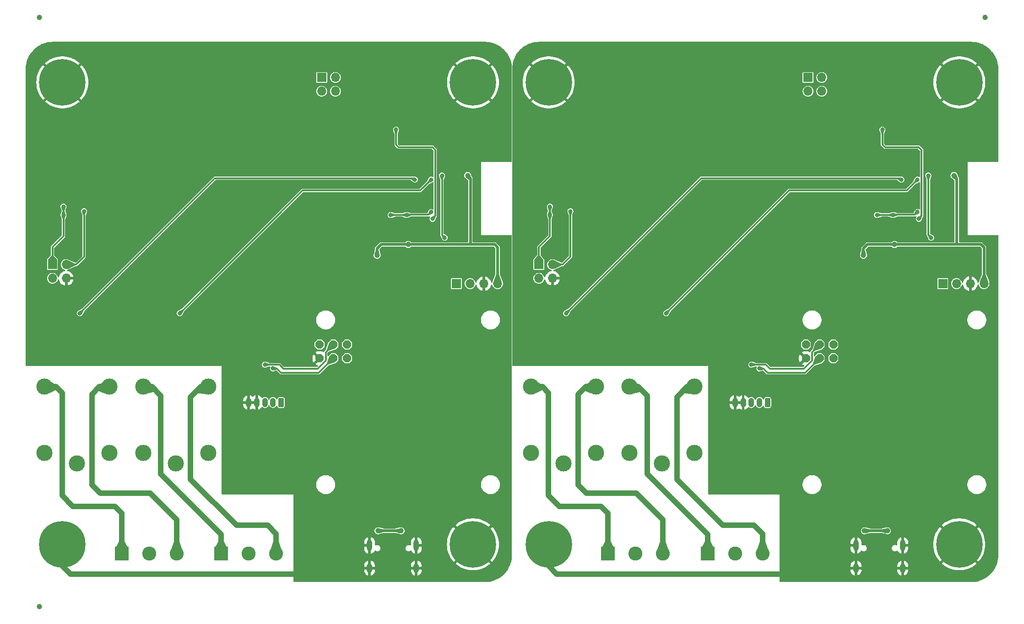
<source format=gbr>
%TF.GenerationSoftware,KiCad,Pcbnew,(7.0.0-0)*%
%TF.CreationDate,2023-04-09T15:50:48-04:00*%
%TF.ProjectId,KwartzLab-SensorBoard-Rev2 Panel,4b776172-747a-44c6-9162-2d53656e736f,2*%
%TF.SameCoordinates,Original*%
%TF.FileFunction,Copper,L2,Bot*%
%TF.FilePolarity,Positive*%
%FSLAX46Y46*%
G04 Gerber Fmt 4.6, Leading zero omitted, Abs format (unit mm)*
G04 Created by KiCad (PCBNEW (7.0.0-0)) date 2023-04-09 15:50:48*
%MOMM*%
%LPD*%
G01*
G04 APERTURE LIST*
G04 Aperture macros list*
%AMRoundRect*
0 Rectangle with rounded corners*
0 $1 Rounding radius*
0 $2 $3 $4 $5 $6 $7 $8 $9 X,Y pos of 4 corners*
0 Add a 4 corners polygon primitive as box body*
4,1,4,$2,$3,$4,$5,$6,$7,$8,$9,$2,$3,0*
0 Add four circle primitives for the rounded corners*
1,1,$1+$1,$2,$3*
1,1,$1+$1,$4,$5*
1,1,$1+$1,$6,$7*
1,1,$1+$1,$8,$9*
0 Add four rect primitives between the rounded corners*
20,1,$1+$1,$2,$3,$4,$5,0*
20,1,$1+$1,$4,$5,$6,$7,0*
20,1,$1+$1,$6,$7,$8,$9,0*
20,1,$1+$1,$8,$9,$2,$3,0*%
%AMOutline5P*
0 Free polygon, 5 corners , with rotation*
0 The origin of the aperture is its center*
0 number of corners: always 5*
0 $1 to $10 corner X, Y*
0 $11 Rotation angle, in degrees counterclockwise*
0 create outline with 5 corners*
4,1,5,$1,$2,$3,$4,$5,$6,$7,$8,$9,$10,$1,$2,$11*%
%AMOutline6P*
0 Free polygon, 6 corners , with rotation*
0 The origin of the aperture is its center*
0 number of corners: always 6*
0 $1 to $12 corner X, Y*
0 $13 Rotation angle, in degrees counterclockwise*
0 create outline with 6 corners*
4,1,6,$1,$2,$3,$4,$5,$6,$7,$8,$9,$10,$11,$12,$1,$2,$13*%
%AMOutline7P*
0 Free polygon, 7 corners , with rotation*
0 The origin of the aperture is its center*
0 number of corners: always 7*
0 $1 to $14 corner X, Y*
0 $15 Rotation angle, in degrees counterclockwise*
0 create outline with 7 corners*
4,1,7,$1,$2,$3,$4,$5,$6,$7,$8,$9,$10,$11,$12,$13,$14,$1,$2,$15*%
%AMOutline8P*
0 Free polygon, 8 corners , with rotation*
0 The origin of the aperture is its center*
0 number of corners: always 8*
0 $1 to $16 corner X, Y*
0 $17 Rotation angle, in degrees counterclockwise*
0 create outline with 8 corners*
4,1,8,$1,$2,$3,$4,$5,$6,$7,$8,$9,$10,$11,$12,$13,$14,$15,$16,$1,$2,$17*%
G04 Aperture macros list end*
%TA.AperFunction,ComponentPad*%
%ADD10R,1.700000X1.700000*%
%TD*%
%TA.AperFunction,ComponentPad*%
%ADD11O,1.700000X1.700000*%
%TD*%
%TA.AperFunction,ComponentPad*%
%ADD12C,0.900000*%
%TD*%
%TA.AperFunction,ComponentPad*%
%ADD13C,8.600000*%
%TD*%
%TA.AperFunction,ComponentPad*%
%ADD14RoundRect,0.250000X0.265000X0.615000X-0.265000X0.615000X-0.265000X-0.615000X0.265000X-0.615000X0*%
%TD*%
%TA.AperFunction,ComponentPad*%
%ADD15O,1.030000X1.730000*%
%TD*%
%TA.AperFunction,ComponentPad*%
%ADD16C,3.000000*%
%TD*%
%TA.AperFunction,ComponentPad*%
%ADD17R,2.600000X2.600000*%
%TD*%
%TA.AperFunction,ComponentPad*%
%ADD18C,2.600000*%
%TD*%
%TA.AperFunction,ComponentPad*%
%ADD19Outline8P,-0.775000X0.321016X-0.321016X0.775000X0.321016X0.775000X0.775000X0.321016X0.775000X-0.321016X0.321016X-0.775000X-0.321016X-0.775000X-0.775000X-0.321016X180.000000*%
%TD*%
%TA.AperFunction,ComponentPad*%
%ADD20O,1.000000X2.100000*%
%TD*%
%TA.AperFunction,ComponentPad*%
%ADD21O,1.000000X1.800000*%
%TD*%
%TA.AperFunction,SMDPad,CuDef*%
%ADD22C,1.000000*%
%TD*%
%TA.AperFunction,ViaPad*%
%ADD23C,1.000000*%
%TD*%
%TA.AperFunction,ViaPad*%
%ADD24C,0.800000*%
%TD*%
%TA.AperFunction,Conductor*%
%ADD25C,0.500000*%
%TD*%
%TA.AperFunction,Conductor*%
%ADD26C,1.000000*%
%TD*%
%TA.AperFunction,Conductor*%
%ADD27C,0.300000*%
%TD*%
G04 APERTURE END LIST*
D10*
%TO.P,J8,1,Pin_1*%
%TO.N,Board_0-SDA*%
X54692805Y-68234290D03*
D11*
%TO.P,J8,2,Pin_2*%
%TO.N,Board_0-SCL*%
X57232805Y-68234290D03*
%TO.P,J8,3,Pin_3*%
%TO.N,Board_0-+3V3*%
X54692805Y-70774290D03*
%TO.P,J8,4,Pin_4*%
%TO.N,Board_0-GND*%
X57232805Y-70774290D03*
%TD*%
D10*
%TO.P,J8,1,Pin_1*%
%TO.N,Board_1-SDA*%
X144649993Y-68234290D03*
D11*
%TO.P,J8,2,Pin_2*%
%TO.N,Board_1-SCL*%
X147189993Y-68234290D03*
%TO.P,J8,3,Pin_3*%
%TO.N,Board_1-+3V3*%
X144649993Y-70774290D03*
%TO.P,J8,4,Pin_4*%
%TO.N,Board_1-GND*%
X147189993Y-70774290D03*
%TD*%
D12*
%TO.P,H3,1,1*%
%TO.N,Board_1-GND*%
X219207182Y-34500000D03*
X220151763Y-32219581D03*
X220151763Y-36780419D03*
X222432182Y-31275000D03*
D13*
X222432182Y-34500000D03*
D12*
X222432182Y-37725000D03*
X224712601Y-32219581D03*
X224712601Y-36780419D03*
X225657182Y-34500000D03*
%TD*%
%TO.P,H3,1,1*%
%TO.N,Board_0-GND*%
X129249994Y-34500000D03*
X130194575Y-32219581D03*
X130194575Y-36780419D03*
X132474994Y-31275000D03*
D13*
X132474994Y-34500000D03*
D12*
X132474994Y-37725000D03*
X134755413Y-32219581D03*
X134755413Y-36780419D03*
X135699994Y-34500000D03*
%TD*%
%TO.P,H1,1,1*%
%TO.N,Board_0-GND*%
X53292806Y-120000000D03*
X54237387Y-117719581D03*
X54237387Y-122280419D03*
X56517806Y-116775000D03*
D13*
X56517806Y-120000000D03*
D12*
X56517806Y-123225000D03*
X58798225Y-117719581D03*
X58798225Y-122280419D03*
X59742806Y-120000000D03*
%TD*%
%TO.P,H1,1,1*%
%TO.N,Board_1-GND*%
X143249994Y-120000000D03*
X144194575Y-117719581D03*
X144194575Y-122280419D03*
X146474994Y-116775000D03*
D13*
X146474994Y-120000000D03*
D12*
X146474994Y-123225000D03*
X148755413Y-117719581D03*
X148755413Y-122280419D03*
X149699994Y-120000000D03*
%TD*%
D10*
%TO.P,J1,1,Pin_1*%
%TO.N,Board_1-/RX*%
X219369993Y-71749999D03*
D11*
%TO.P,J1,2,Pin_2*%
%TO.N,Board_1-/TX*%
X221909993Y-71749999D03*
%TO.P,J1,3,Pin_3*%
%TO.N,Board_1-GND*%
X224449993Y-71749999D03*
%TO.P,J1,4,Pin_4*%
%TO.N,Board_1-+3V3*%
X226989993Y-71749999D03*
%TD*%
D10*
%TO.P,J1,1,Pin_1*%
%TO.N,Board_0-/RX*%
X129412805Y-71749999D03*
D11*
%TO.P,J1,2,Pin_2*%
%TO.N,Board_0-/TX*%
X131952805Y-71749999D03*
%TO.P,J1,3,Pin_3*%
%TO.N,Board_0-GND*%
X134492805Y-71749999D03*
%TO.P,J1,4,Pin_4*%
%TO.N,Board_0-+3V3*%
X137032805Y-71749999D03*
%TD*%
D12*
%TO.P,H4,1,1*%
%TO.N,Board_1-GND*%
X143249994Y-34500000D03*
X144194575Y-32219581D03*
X144194575Y-36780419D03*
X146474994Y-31275000D03*
D13*
X146474994Y-34500000D03*
D12*
X146474994Y-37725000D03*
X148755413Y-32219581D03*
X148755413Y-36780419D03*
X149699994Y-34500000D03*
%TD*%
%TO.P,H4,1,1*%
%TO.N,Board_0-GND*%
X53292806Y-34500000D03*
X54237387Y-32219581D03*
X54237387Y-36780419D03*
X56517806Y-31275000D03*
D13*
X56517806Y-34500000D03*
D12*
X56517806Y-37725000D03*
X58798225Y-32219581D03*
X58798225Y-36780419D03*
X59742806Y-34500000D03*
%TD*%
D14*
%TO.P,J3,1,Pin_1*%
%TO.N,Board_1-+5V*%
X186949994Y-93750000D03*
D15*
%TO.P,J3,2,Pin_2*%
%TO.N,Board_1-SDA*%
X185449993Y-93749999D03*
%TO.P,J3,3,Pin_3*%
%TO.N,Board_1-SCL*%
X183949993Y-93749999D03*
%TO.P,J3,4,Pin_4*%
%TO.N,Board_1-GND*%
X182449993Y-93749999D03*
%TO.P,J3,5,Pin_5*%
X180949993Y-93749999D03*
%TD*%
D14*
%TO.P,J3,1,Pin_1*%
%TO.N,Board_0-+5V*%
X96992806Y-93750000D03*
D15*
%TO.P,J3,2,Pin_2*%
%TO.N,Board_0-SDA*%
X95492805Y-93749999D03*
%TO.P,J3,3,Pin_3*%
%TO.N,Board_0-SCL*%
X93992805Y-93749999D03*
%TO.P,J3,4,Pin_4*%
%TO.N,Board_0-GND*%
X92492805Y-93749999D03*
%TO.P,J3,5,Pin_5*%
X90992805Y-93749999D03*
%TD*%
D16*
%TO.P,K2,11*%
%TO.N,Board_1-/Output Relays/RELAY2_COM*%
X167449994Y-105050000D03*
%TO.P,K2,12*%
%TO.N,Board_1-/Output Relays/RELAY2_NC*%
X161449994Y-90850000D03*
%TO.P,K2,14*%
%TO.N,Board_1-/Output Relays/RELAY2_NO*%
X173449994Y-90850000D03*
%TO.P,K2,A1*%
%TO.N,Board_1-+5V*%
X173449994Y-103050000D03*
%TO.P,K2,A2*%
%TO.N,Board_1-/Output Relays/RELAY2_EN*%
X161449994Y-103050000D03*
%TD*%
%TO.P,K2,11*%
%TO.N,Board_0-/Output Relays/RELAY2_COM*%
X77492806Y-105050000D03*
%TO.P,K2,12*%
%TO.N,Board_0-/Output Relays/RELAY2_NC*%
X71492806Y-90850000D03*
%TO.P,K2,14*%
%TO.N,Board_0-/Output Relays/RELAY2_NO*%
X83492806Y-90850000D03*
%TO.P,K2,A1*%
%TO.N,Board_0-+5V*%
X83492806Y-103050000D03*
%TO.P,K2,A2*%
%TO.N,Board_0-/Output Relays/RELAY2_EN*%
X71492806Y-103050000D03*
%TD*%
D12*
%TO.P,H2,1,1*%
%TO.N,Board_1-GND*%
X219194575Y-120000000D03*
X220139156Y-117719581D03*
X220139156Y-122280419D03*
X222419575Y-116775000D03*
D13*
X222419575Y-120000000D03*
D12*
X222419575Y-123225000D03*
X224699994Y-117719581D03*
X224699994Y-122280419D03*
X225644575Y-120000000D03*
%TD*%
%TO.P,H2,1,1*%
%TO.N,Board_0-GND*%
X129237387Y-120000000D03*
X130181968Y-117719581D03*
X130181968Y-122280419D03*
X132462387Y-116775000D03*
D13*
X132462387Y-120000000D03*
D12*
X132462387Y-123225000D03*
X134742806Y-117719581D03*
X134742806Y-122280419D03*
X135687387Y-120000000D03*
%TD*%
D17*
%TO.P,J6,1,Pin_1*%
%TO.N,Board_1-/Output Relays/RELAY2_NC*%
X175864993Y-121749999D03*
D18*
%TO.P,J6,2,Pin_2*%
%TO.N,Board_1-/Output Relays/RELAY2_COM*%
X180944994Y-121750000D03*
%TO.P,J6,3,Pin_3*%
%TO.N,Board_1-/Output Relays/RELAY2_NO*%
X186024994Y-121750000D03*
%TD*%
D17*
%TO.P,J6,1,Pin_1*%
%TO.N,Board_0-/Output Relays/RELAY2_NC*%
X85907805Y-121749999D03*
D18*
%TO.P,J6,2,Pin_2*%
%TO.N,Board_0-/Output Relays/RELAY2_COM*%
X90987806Y-121750000D03*
%TO.P,J6,3,Pin_3*%
%TO.N,Board_0-/Output Relays/RELAY2_NO*%
X96067806Y-121750000D03*
%TD*%
D17*
%TO.P,J5,1,Pin_1*%
%TO.N,Board_1-/Output Relays/RELAY1_NC*%
X157449993Y-121749999D03*
D18*
%TO.P,J5,2,Pin_2*%
%TO.N,Board_1-/Output Relays/RELAY1_COM*%
X162529994Y-121750000D03*
%TO.P,J5,3,Pin_3*%
%TO.N,Board_1-/Output Relays/RELAY1_NO*%
X167609994Y-121750000D03*
%TD*%
D17*
%TO.P,J5,1,Pin_1*%
%TO.N,Board_0-/Output Relays/RELAY1_NC*%
X67492805Y-121749999D03*
D18*
%TO.P,J5,2,Pin_2*%
%TO.N,Board_0-/Output Relays/RELAY1_COM*%
X72572806Y-121750000D03*
%TO.P,J5,3,Pin_3*%
%TO.N,Board_0-/Output Relays/RELAY1_NO*%
X77652806Y-121750000D03*
%TD*%
D19*
%TO.P,J4,1,Pin_1*%
%TO.N,Board_1-unconnected-(J4-Pin_1-Pad1)*%
X199132921Y-83034143D03*
%TO.P,J4,2,Pin_2*%
%TO.N,Board_1-+3V3*%
X199132921Y-85574143D03*
%TO.P,J4,3,Pin_3*%
%TO.N,Board_1-SCL*%
X196592921Y-83034143D03*
%TO.P,J4,4,Pin_4*%
%TO.N,Board_1-SDA*%
X196592921Y-85574143D03*
%TO.P,J4,5,Pin_5*%
%TO.N,Board_1-unconnected-(J4-Pin_5-Pad5)*%
X194052921Y-83034143D03*
%TO.P,J4,6,Pin_6*%
%TO.N,Board_1-GND*%
X194052921Y-85574143D03*
%TD*%
%TO.P,J4,1,Pin_1*%
%TO.N,Board_0-unconnected-(J4-Pin_1-Pad1)*%
X109175733Y-83034143D03*
%TO.P,J4,2,Pin_2*%
%TO.N,Board_0-+3V3*%
X109175733Y-85574143D03*
%TO.P,J4,3,Pin_3*%
%TO.N,Board_0-SCL*%
X106635733Y-83034143D03*
%TO.P,J4,4,Pin_4*%
%TO.N,Board_0-SDA*%
X106635733Y-85574143D03*
%TO.P,J4,5,Pin_5*%
%TO.N,Board_0-unconnected-(J4-Pin_5-Pad5)*%
X104095733Y-83034143D03*
%TO.P,J4,6,Pin_6*%
%TO.N,Board_0-GND*%
X104095733Y-85574143D03*
%TD*%
D20*
%TO.P,J2,S1,SHIELD*%
%TO.N,Board_1-GND*%
X203309993Y-120219999D03*
D21*
X203309993Y-124399999D03*
D20*
X211949993Y-120219999D03*
D21*
X211949993Y-124399999D03*
%TD*%
D20*
%TO.P,J2,S1,SHIELD*%
%TO.N,Board_0-GND*%
X113352805Y-120219999D03*
D21*
X113352805Y-124399999D03*
D20*
X121992805Y-120219999D03*
D21*
X121992805Y-124399999D03*
%TD*%
D10*
%TO.P,J9,1,Pin_1*%
%TO.N,Board_1-GPIO5*%
X194449993Y-33609999D03*
D11*
%TO.P,J9,2,Pin_2*%
%TO.N,Board_1-STATUS*%
X196989993Y-33609999D03*
%TO.P,J9,3,Pin_3*%
%TO.N,Board_1-GPIO4*%
X194449993Y-36149999D03*
%TO.P,J9,4,Pin_4*%
%TO.N,Board_1-GPIO10*%
X196989993Y-36149999D03*
%TD*%
D10*
%TO.P,J9,1,Pin_1*%
%TO.N,Board_0-GPIO5*%
X104492805Y-33609999D03*
D11*
%TO.P,J9,2,Pin_2*%
%TO.N,Board_0-STATUS*%
X107032805Y-33609999D03*
%TO.P,J9,3,Pin_3*%
%TO.N,Board_0-GPIO4*%
X104492805Y-36149999D03*
%TO.P,J9,4,Pin_4*%
%TO.N,Board_0-GPIO10*%
X107032805Y-36149999D03*
%TD*%
D16*
%TO.P,K1,11*%
%TO.N,Board_1-/Output Relays/RELAY1_COM*%
X149199994Y-105050000D03*
%TO.P,K1,12*%
%TO.N,Board_1-/Output Relays/RELAY1_NC*%
X143199994Y-90850000D03*
%TO.P,K1,14*%
%TO.N,Board_1-/Output Relays/RELAY1_NO*%
X155199994Y-90850000D03*
%TO.P,K1,A1*%
%TO.N,Board_1-+5V*%
X155199994Y-103050000D03*
%TO.P,K1,A2*%
%TO.N,Board_1-/Output Relays/RELAY1_EN*%
X143199994Y-103050000D03*
%TD*%
%TO.P,K1,11*%
%TO.N,Board_0-/Output Relays/RELAY1_COM*%
X59242806Y-105050000D03*
%TO.P,K1,12*%
%TO.N,Board_0-/Output Relays/RELAY1_NC*%
X53242806Y-90850000D03*
%TO.P,K1,14*%
%TO.N,Board_0-/Output Relays/RELAY1_NO*%
X65242806Y-90850000D03*
%TO.P,K1,A1*%
%TO.N,Board_0-+5V*%
X65242806Y-103050000D03*
%TO.P,K1,A2*%
%TO.N,Board_0-/Output Relays/RELAY1_EN*%
X53242806Y-103050000D03*
%TD*%
D22*
%TO.P,REF\u002A\u002A,*%
%TO.N,*%
X227157194Y-22500000D03*
%TD*%
%TO.P,REF\u002A\u002A,*%
%TO.N,*%
X52242806Y-131500000D03*
%TD*%
%TO.P,REF\u002A\u002A,*%
%TO.N,*%
X52242806Y-22500000D03*
%TD*%
D23*
%TO.N,Board_0-+3V3*%
X114742806Y-66500000D03*
X131492806Y-51750000D03*
X120492806Y-64500000D03*
D24*
%TO.N,Board_0-BOOT*%
X118242806Y-43250000D03*
X124992806Y-59750000D03*
%TO.N,Board_0-GND*%
X55492806Y-49250000D03*
X130092806Y-59650000D03*
X128942806Y-59650000D03*
X54242806Y-51000000D03*
X127742806Y-59650000D03*
X130492806Y-52500000D03*
X53492806Y-58250000D03*
X53242806Y-49250000D03*
X114492806Y-56360000D03*
X124642806Y-55250000D03*
X125842806Y-60650000D03*
X124642806Y-54050000D03*
X129492806Y-52500000D03*
X54992806Y-55750000D03*
X124642806Y-56500000D03*
X94742806Y-90890000D03*
X110812806Y-56350000D03*
%TO.N,Board_0-RELAY1*%
X59742806Y-77250000D03*
X121742806Y-52500000D03*
%TO.N,Board_0-RELAY2*%
X78242806Y-77250000D03*
X124742806Y-52500000D03*
%TO.N,Board_0-SCL*%
X93992806Y-86750000D03*
X60542806Y-58350000D03*
%TO.N,Board_0-SDA*%
X56742806Y-57500000D03*
X56742806Y-59049500D03*
X124742806Y-58500000D03*
X120242806Y-59049500D03*
X95492806Y-87449500D03*
X117242806Y-59049500D03*
%TO.N,Board_0-STATUS*%
X126742806Y-51750000D03*
X127242806Y-63250000D03*
D23*
%TO.N,Board_0-VBUS*%
X114922806Y-117500000D03*
X119172806Y-117500000D03*
%TO.N,Board_1-+3V3*%
X204699994Y-66500000D03*
X221449994Y-51750000D03*
X210449994Y-64500000D03*
D24*
%TO.N,Board_1-BOOT*%
X208199994Y-43250000D03*
X214949994Y-59750000D03*
%TO.N,Board_1-GND*%
X145449994Y-49250000D03*
X220049994Y-59650000D03*
X218899994Y-59650000D03*
X144199994Y-51000000D03*
X217699994Y-59650000D03*
X220449994Y-52500000D03*
X143449994Y-58250000D03*
X143199994Y-49250000D03*
X204449994Y-56360000D03*
X214599994Y-55250000D03*
X215799994Y-60650000D03*
X214599994Y-54050000D03*
X219449994Y-52500000D03*
X144949994Y-55750000D03*
X214599994Y-56500000D03*
X184699994Y-90890000D03*
X200769994Y-56350000D03*
%TO.N,Board_1-RELAY1*%
X149699994Y-77250000D03*
X211699994Y-52500000D03*
%TO.N,Board_1-RELAY2*%
X168199994Y-77250000D03*
X214699994Y-52500000D03*
%TO.N,Board_1-SCL*%
X183949994Y-86750000D03*
X150499994Y-58350000D03*
%TO.N,Board_1-SDA*%
X146699994Y-57500000D03*
X146699994Y-59049500D03*
X214699994Y-58500000D03*
X210199994Y-59049500D03*
X185449994Y-87449500D03*
X207199994Y-59049500D03*
%TO.N,Board_1-STATUS*%
X216699994Y-51750000D03*
X217199994Y-63250000D03*
D23*
%TO.N,Board_1-VBUS*%
X204879994Y-117500000D03*
X209129994Y-117500000D03*
%TD*%
D25*
%TO.N,Board_0-+3V3*%
X115492806Y-64500000D02*
X133242806Y-64500000D01*
X136492806Y-64500000D02*
X137032806Y-65040000D01*
X114742806Y-66500000D02*
X114742806Y-65250000D01*
X133242806Y-64500000D02*
X136492806Y-64500000D01*
X114742806Y-65250000D02*
X115492806Y-64500000D01*
X131992806Y-64500000D02*
X133242806Y-64500000D01*
X131992806Y-52250000D02*
X131992806Y-64500000D01*
X137032806Y-65040000D02*
X137032806Y-71750000D01*
X131492806Y-51750000D02*
X131992806Y-52250000D01*
D26*
%TO.N,Board_0-/Output Relays/RELAY1_NC*%
X67492806Y-114250000D02*
X67492806Y-121750000D01*
X58492806Y-113000000D02*
X66242806Y-113000000D01*
X55342806Y-90850000D02*
X56492806Y-92000000D01*
X56492806Y-92000000D02*
X56492806Y-111000000D01*
X66242806Y-113000000D02*
X67492806Y-114250000D01*
X56492806Y-111000000D02*
X58492806Y-113000000D01*
X53242806Y-90850000D02*
X55342806Y-90850000D01*
%TO.N,Board_0-/Output Relays/RELAY1_NO*%
X61992806Y-92250000D02*
X61992806Y-109000000D01*
X65242806Y-90850000D02*
X63392806Y-90850000D01*
X61992806Y-109000000D02*
X63492806Y-110500000D01*
X72742806Y-110500000D02*
X77652806Y-115410000D01*
X77652806Y-115410000D02*
X77652806Y-121750000D01*
X63392806Y-90850000D02*
X61992806Y-92250000D01*
X63492806Y-110500000D02*
X72742806Y-110500000D01*
%TO.N,Board_0-/Output Relays/RELAY2_NC*%
X71492806Y-90850000D02*
X73092806Y-90850000D01*
X73092806Y-90850000D02*
X74742806Y-92500000D01*
X74742806Y-107000000D02*
X85907806Y-118165000D01*
X74742806Y-92500000D02*
X74742806Y-107000000D01*
X85907806Y-118165000D02*
X85907806Y-121750000D01*
%TO.N,Board_0-/Output Relays/RELAY2_NO*%
X80242806Y-108000000D02*
X88742806Y-116500000D01*
X83492806Y-90850000D02*
X82142806Y-90850000D01*
X96067806Y-118075000D02*
X96067806Y-121750000D01*
X82142806Y-90850000D02*
X80242806Y-92750000D01*
X94492806Y-116500000D02*
X96067806Y-118075000D01*
X88742806Y-116500000D02*
X94492806Y-116500000D01*
X80242806Y-92750000D02*
X80242806Y-108000000D01*
D27*
%TO.N,Board_0-BOOT*%
X118242806Y-46000000D02*
X118742806Y-46500000D01*
X125492806Y-59250000D02*
X124992806Y-59750000D01*
X118242806Y-43250000D02*
X118242806Y-46000000D01*
X124992806Y-46500000D02*
X125492806Y-47000000D01*
X118742806Y-46500000D02*
X124992806Y-46500000D01*
X125492806Y-47000000D02*
X125492806Y-59250000D01*
D26*
%TO.N,Board_0-GND*%
X56517806Y-120000000D02*
X56517806Y-124025000D01*
X57992806Y-125500000D02*
X99992806Y-125500000D01*
X56517806Y-124025000D02*
X57992806Y-125500000D01*
D27*
%TO.N,Board_0-RELAY1*%
X121742806Y-52500000D02*
X121492806Y-52250000D01*
X121492806Y-52250000D02*
X84742806Y-52250000D01*
X84742806Y-52250000D02*
X59742806Y-77250000D01*
%TO.N,Board_0-RELAY2*%
X78242806Y-77250000D02*
X100992806Y-54500000D01*
X122742806Y-54500000D02*
X124742806Y-52500000D01*
X100992806Y-54500000D02*
X122742806Y-54500000D01*
%TO.N,Board_0-SCL*%
X105242806Y-84427072D02*
X106635734Y-83034144D01*
X103742806Y-87500000D02*
X105242806Y-86000000D01*
X94492806Y-86750000D02*
X94493306Y-86749500D01*
X60542806Y-66770000D02*
X59078515Y-68234291D01*
X93992806Y-86750000D02*
X94492806Y-86750000D01*
X59078515Y-68234291D02*
X57232806Y-68234291D01*
X105242806Y-86000000D02*
X105242806Y-84427072D01*
X60542806Y-58350000D02*
X60542806Y-66770000D01*
X94493306Y-86749500D02*
X96685504Y-86749500D01*
X97436004Y-87500000D02*
X103742806Y-87500000D01*
X96685504Y-86749500D02*
X97436004Y-87500000D01*
%TO.N,Board_0-SDA*%
X56742806Y-59049500D02*
X56742806Y-62970000D01*
X56742806Y-62970000D02*
X54692806Y-65020000D01*
X117242806Y-59049500D02*
X120242806Y-59049500D01*
X120242806Y-59049500D02*
X120292306Y-59000000D01*
X95543306Y-87500000D02*
X95492806Y-87449500D01*
X106635734Y-85574144D02*
X103959878Y-88250000D01*
X124242806Y-59000000D02*
X124742806Y-58500000D01*
X96242806Y-87500000D02*
X95543306Y-87500000D01*
X120292306Y-59000000D02*
X124242806Y-59000000D01*
X56742806Y-57500000D02*
X56742806Y-59049500D01*
X54692806Y-65020000D02*
X54692806Y-68234291D01*
X103959878Y-88250000D02*
X96992806Y-88250000D01*
X96992806Y-88250000D02*
X96242806Y-87500000D01*
%TO.N,Board_0-STATUS*%
X126742806Y-62750000D02*
X127242806Y-63250000D01*
X126742806Y-51750000D02*
X126742806Y-62750000D01*
D25*
%TO.N,Board_0-VBUS*%
X119172806Y-117500000D02*
X114922806Y-117500000D01*
%TO.N,Board_1-+3V3*%
X205449994Y-64500000D02*
X223199994Y-64500000D01*
X226449994Y-64500000D02*
X226989994Y-65040000D01*
X204699994Y-66500000D02*
X204699994Y-65250000D01*
X223199994Y-64500000D02*
X226449994Y-64500000D01*
X204699994Y-65250000D02*
X205449994Y-64500000D01*
X221949994Y-64500000D02*
X223199994Y-64500000D01*
X221949994Y-52250000D02*
X221949994Y-64500000D01*
X226989994Y-65040000D02*
X226989994Y-71750000D01*
X221449994Y-51750000D02*
X221949994Y-52250000D01*
D26*
%TO.N,Board_1-/Output Relays/RELAY1_NC*%
X157449994Y-114250000D02*
X157449994Y-121750000D01*
X148449994Y-113000000D02*
X156199994Y-113000000D01*
X145299994Y-90850000D02*
X146449994Y-92000000D01*
X146449994Y-92000000D02*
X146449994Y-111000000D01*
X156199994Y-113000000D02*
X157449994Y-114250000D01*
X146449994Y-111000000D02*
X148449994Y-113000000D01*
X143199994Y-90850000D02*
X145299994Y-90850000D01*
%TO.N,Board_1-/Output Relays/RELAY1_NO*%
X151949994Y-92250000D02*
X151949994Y-109000000D01*
X155199994Y-90850000D02*
X153349994Y-90850000D01*
X151949994Y-109000000D02*
X153449994Y-110500000D01*
X162699994Y-110500000D02*
X167609994Y-115410000D01*
X167609994Y-115410000D02*
X167609994Y-121750000D01*
X153349994Y-90850000D02*
X151949994Y-92250000D01*
X153449994Y-110500000D02*
X162699994Y-110500000D01*
%TO.N,Board_1-/Output Relays/RELAY2_NC*%
X161449994Y-90850000D02*
X163049994Y-90850000D01*
X163049994Y-90850000D02*
X164699994Y-92500000D01*
X164699994Y-107000000D02*
X175864994Y-118165000D01*
X164699994Y-92500000D02*
X164699994Y-107000000D01*
X175864994Y-118165000D02*
X175864994Y-121750000D01*
%TO.N,Board_1-/Output Relays/RELAY2_NO*%
X170199994Y-108000000D02*
X178699994Y-116500000D01*
X173449994Y-90850000D02*
X172099994Y-90850000D01*
X186024994Y-118075000D02*
X186024994Y-121750000D01*
X172099994Y-90850000D02*
X170199994Y-92750000D01*
X184449994Y-116500000D02*
X186024994Y-118075000D01*
X178699994Y-116500000D02*
X184449994Y-116500000D01*
X170199994Y-92750000D02*
X170199994Y-108000000D01*
D27*
%TO.N,Board_1-BOOT*%
X208199994Y-46000000D02*
X208699994Y-46500000D01*
X215449994Y-59250000D02*
X214949994Y-59750000D01*
X208199994Y-43250000D02*
X208199994Y-46000000D01*
X214949994Y-46500000D02*
X215449994Y-47000000D01*
X208699994Y-46500000D02*
X214949994Y-46500000D01*
X215449994Y-47000000D02*
X215449994Y-59250000D01*
D26*
%TO.N,Board_1-GND*%
X146474994Y-120000000D02*
X146474994Y-124025000D01*
X147949994Y-125500000D02*
X189949994Y-125500000D01*
X146474994Y-124025000D02*
X147949994Y-125500000D01*
D27*
%TO.N,Board_1-RELAY1*%
X211699994Y-52500000D02*
X211449994Y-52250000D01*
X211449994Y-52250000D02*
X174699994Y-52250000D01*
X174699994Y-52250000D02*
X149699994Y-77250000D01*
%TO.N,Board_1-RELAY2*%
X168199994Y-77250000D02*
X190949994Y-54500000D01*
X212699994Y-54500000D02*
X214699994Y-52500000D01*
X190949994Y-54500000D02*
X212699994Y-54500000D01*
%TO.N,Board_1-SCL*%
X195199994Y-84427072D02*
X196592922Y-83034144D01*
X193699994Y-87500000D02*
X195199994Y-86000000D01*
X184449994Y-86750000D02*
X184450494Y-86749500D01*
X150499994Y-66770000D02*
X149035703Y-68234291D01*
X183949994Y-86750000D02*
X184449994Y-86750000D01*
X149035703Y-68234291D02*
X147189994Y-68234291D01*
X195199994Y-86000000D02*
X195199994Y-84427072D01*
X150499994Y-58350000D02*
X150499994Y-66770000D01*
X184450494Y-86749500D02*
X186642692Y-86749500D01*
X187393192Y-87500000D02*
X193699994Y-87500000D01*
X186642692Y-86749500D02*
X187393192Y-87500000D01*
%TO.N,Board_1-SDA*%
X146699994Y-59049500D02*
X146699994Y-62970000D01*
X146699994Y-62970000D02*
X144649994Y-65020000D01*
X207199994Y-59049500D02*
X210199994Y-59049500D01*
X210199994Y-59049500D02*
X210249494Y-59000000D01*
X185500494Y-87500000D02*
X185449994Y-87449500D01*
X196592922Y-85574144D02*
X193917066Y-88250000D01*
X214199994Y-59000000D02*
X214699994Y-58500000D01*
X186199994Y-87500000D02*
X185500494Y-87500000D01*
X210249494Y-59000000D02*
X214199994Y-59000000D01*
X146699994Y-57500000D02*
X146699994Y-59049500D01*
X144649994Y-65020000D02*
X144649994Y-68234291D01*
X193917066Y-88250000D02*
X186949994Y-88250000D01*
X186949994Y-88250000D02*
X186199994Y-87500000D01*
%TO.N,Board_1-STATUS*%
X216699994Y-62750000D02*
X217199994Y-63250000D01*
X216699994Y-51750000D02*
X216699994Y-62750000D01*
D25*
%TO.N,Board_1-VBUS*%
X209129994Y-117500000D02*
X204879994Y-117500000D01*
%TD*%
%TA.AperFunction,Conductor*%
%TO.N,Board_1-GND*%
G36*
X224659744Y-27010605D02*
G01*
X225064104Y-27027329D01*
X225074277Y-27028172D01*
X225473342Y-27077915D01*
X225483450Y-27079602D01*
X225877035Y-27162126D01*
X225886926Y-27164631D01*
X226272374Y-27279383D01*
X226282043Y-27282703D01*
X226656675Y-27428883D01*
X226666032Y-27432987D01*
X227027348Y-27609624D01*
X227036301Y-27614469D01*
X227381796Y-27820338D01*
X227390357Y-27825932D01*
X227717626Y-28059596D01*
X227725702Y-28065881D01*
X227852529Y-28173298D01*
X228032578Y-28325791D01*
X228040118Y-28332733D01*
X228324452Y-28617066D01*
X228331394Y-28624606D01*
X228591294Y-28931471D01*
X228597588Y-28939558D01*
X228831251Y-29266820D01*
X228836856Y-29275398D01*
X228930768Y-29433004D01*
X229042704Y-29620856D01*
X229047573Y-29629854D01*
X229182974Y-29906820D01*
X229224192Y-29991132D01*
X229228308Y-30000517D01*
X229374482Y-30375128D01*
X229377810Y-30384821D01*
X229492552Y-30770231D01*
X229495068Y-30780166D01*
X229577591Y-31173733D01*
X229579278Y-31183842D01*
X229629018Y-31582884D01*
X229629864Y-31593098D01*
X229646576Y-31997147D01*
X229646682Y-32002271D01*
X229646682Y-49126000D01*
X229630069Y-49188000D01*
X229584682Y-49233387D01*
X229522682Y-49250000D01*
X223949994Y-49250000D01*
X223949994Y-62750000D01*
X229522682Y-62750000D01*
X229584682Y-62766613D01*
X229630069Y-62812000D01*
X229646682Y-62874000D01*
X229646682Y-121997439D01*
X229646576Y-122002563D01*
X229629852Y-122406900D01*
X229629006Y-122417114D01*
X229579266Y-122816155D01*
X229577579Y-122826264D01*
X229495057Y-123219830D01*
X229492541Y-123229765D01*
X229377799Y-123615174D01*
X229374471Y-123624867D01*
X229228295Y-123999482D01*
X229224178Y-124008867D01*
X229047573Y-124370118D01*
X229042696Y-124379132D01*
X228836847Y-124724592D01*
X228831241Y-124733172D01*
X228597574Y-125060441D01*
X228591279Y-125068528D01*
X228331390Y-125375378D01*
X228324449Y-125382918D01*
X228040110Y-125667257D01*
X228032570Y-125674199D01*
X227725700Y-125934103D01*
X227717612Y-125940397D01*
X227390361Y-126174049D01*
X227381782Y-126179655D01*
X227036326Y-126385503D01*
X227027312Y-126390381D01*
X226666041Y-126566994D01*
X226656656Y-126571110D01*
X226282047Y-126717282D01*
X226272353Y-126720610D01*
X225886950Y-126835348D01*
X225877016Y-126837864D01*
X225483445Y-126920387D01*
X225473336Y-126922074D01*
X225130896Y-126964758D01*
X225074296Y-126971813D01*
X225064084Y-126972659D01*
X224659455Y-126989394D01*
X224654331Y-126989500D01*
X189323994Y-126989500D01*
X189261994Y-126972887D01*
X189216607Y-126927500D01*
X189199994Y-126865500D01*
X189199994Y-124847570D01*
X202309994Y-124847570D01*
X202310311Y-124853835D01*
X202324777Y-124996084D01*
X202327295Y-125008335D01*
X202384413Y-125190385D01*
X202389349Y-125201889D01*
X202481948Y-125368720D01*
X202489091Y-125378982D01*
X202613373Y-125523754D01*
X202622452Y-125532385D01*
X202773323Y-125649167D01*
X202783951Y-125655792D01*
X202955250Y-125739817D01*
X202966991Y-125744165D01*
X203046247Y-125764686D01*
X203057458Y-125764971D01*
X203058621Y-125759962D01*
X203559994Y-125759962D01*
X203562331Y-125770645D01*
X203567496Y-125770973D01*
X203567834Y-125770885D01*
X203746754Y-125704621D01*
X203758000Y-125699105D01*
X203919920Y-125598180D01*
X203929814Y-125590521D01*
X204068108Y-125459063D01*
X204076256Y-125449572D01*
X204185259Y-125292963D01*
X204191328Y-125282029D01*
X204266575Y-125106681D01*
X204270318Y-125094752D01*
X204308728Y-124907847D01*
X204309994Y-124895402D01*
X204309994Y-124847570D01*
X210949994Y-124847570D01*
X210950311Y-124853835D01*
X210964777Y-124996084D01*
X210967295Y-125008335D01*
X211024413Y-125190385D01*
X211029349Y-125201889D01*
X211121948Y-125368720D01*
X211129091Y-125378982D01*
X211253373Y-125523754D01*
X211262452Y-125532385D01*
X211413323Y-125649167D01*
X211423951Y-125655792D01*
X211595250Y-125739817D01*
X211606991Y-125744165D01*
X211686247Y-125764686D01*
X211697458Y-125764971D01*
X211698621Y-125759962D01*
X212199994Y-125759962D01*
X212202331Y-125770645D01*
X212207496Y-125770973D01*
X212207834Y-125770885D01*
X212386754Y-125704621D01*
X212398000Y-125699105D01*
X212559920Y-125598180D01*
X212569814Y-125590521D01*
X212708108Y-125459063D01*
X212716256Y-125449572D01*
X212825259Y-125292963D01*
X212831328Y-125282029D01*
X212906575Y-125106681D01*
X212910318Y-125094752D01*
X212948728Y-124907847D01*
X212949994Y-124895402D01*
X212949994Y-124666326D01*
X212946543Y-124653450D01*
X212933668Y-124650000D01*
X212216320Y-124650000D01*
X212203444Y-124653450D01*
X212199994Y-124666326D01*
X212199994Y-125759962D01*
X211698621Y-125759962D01*
X211699994Y-125754046D01*
X211699994Y-124666326D01*
X211696543Y-124653450D01*
X211683668Y-124650000D01*
X210966320Y-124650000D01*
X210953444Y-124653450D01*
X210949994Y-124666326D01*
X210949994Y-124847570D01*
X204309994Y-124847570D01*
X204309994Y-124666326D01*
X204306543Y-124653450D01*
X204293668Y-124650000D01*
X203576320Y-124650000D01*
X203563444Y-124653450D01*
X203559994Y-124666326D01*
X203559994Y-125759962D01*
X203058621Y-125759962D01*
X203059994Y-125754046D01*
X203059994Y-124666326D01*
X203056543Y-124653450D01*
X203043668Y-124650000D01*
X202326320Y-124650000D01*
X202313444Y-124653450D01*
X202309994Y-124666326D01*
X202309994Y-124847570D01*
X189199994Y-124847570D01*
X189199994Y-124133674D01*
X202309994Y-124133674D01*
X202313444Y-124146549D01*
X202326320Y-124150000D01*
X203043668Y-124150000D01*
X203056543Y-124146549D01*
X203059994Y-124133674D01*
X203559994Y-124133674D01*
X203563444Y-124146549D01*
X203576320Y-124150000D01*
X204293668Y-124150000D01*
X204306543Y-124146549D01*
X204309994Y-124133674D01*
X210949994Y-124133674D01*
X210953444Y-124146549D01*
X210966320Y-124150000D01*
X211683668Y-124150000D01*
X211696543Y-124146549D01*
X211699994Y-124133674D01*
X212199994Y-124133674D01*
X212203444Y-124146549D01*
X212216320Y-124150000D01*
X212933668Y-124150000D01*
X212946543Y-124146549D01*
X212949994Y-124133674D01*
X212949994Y-123952430D01*
X212949676Y-123946164D01*
X212935210Y-123803915D01*
X212932692Y-123791664D01*
X212875574Y-123609614D01*
X212870638Y-123598110D01*
X212853090Y-123566495D01*
X219211823Y-123566495D01*
X219219280Y-123577884D01*
X219421715Y-123754745D01*
X219426057Y-123758208D01*
X219770350Y-124008351D01*
X219774987Y-124011412D01*
X220140338Y-124229700D01*
X220145209Y-124232321D01*
X220528640Y-124416971D01*
X220533767Y-124419163D01*
X220932187Y-124568692D01*
X220937485Y-124570413D01*
X221347708Y-124683628D01*
X221353143Y-124684869D01*
X221771865Y-124760855D01*
X221777375Y-124761602D01*
X222201243Y-124799751D01*
X222206784Y-124800000D01*
X222632366Y-124800000D01*
X222637906Y-124799751D01*
X223061774Y-124761602D01*
X223067284Y-124760855D01*
X223486006Y-124684869D01*
X223491441Y-124683628D01*
X223901664Y-124570413D01*
X223906962Y-124568692D01*
X224305382Y-124419163D01*
X224310509Y-124416971D01*
X224693940Y-124232321D01*
X224698811Y-124229700D01*
X225064162Y-124011412D01*
X225068799Y-124008351D01*
X225413080Y-123758216D01*
X225417439Y-123754741D01*
X225619870Y-123577882D01*
X225627325Y-123566495D01*
X225620651Y-123554630D01*
X222431117Y-120365095D01*
X222419575Y-120358431D01*
X222408032Y-120365095D01*
X219218497Y-123554630D01*
X219211823Y-123566495D01*
X212853090Y-123566495D01*
X212778039Y-123431279D01*
X212770896Y-123421017D01*
X212646614Y-123276245D01*
X212637535Y-123267614D01*
X212486664Y-123150832D01*
X212476036Y-123144207D01*
X212304737Y-123060182D01*
X212292996Y-123055834D01*
X212213740Y-123035313D01*
X212202529Y-123035028D01*
X212199994Y-123045954D01*
X212199994Y-124133674D01*
X211699994Y-124133674D01*
X211699994Y-123040038D01*
X211697656Y-123029354D01*
X211692491Y-123029026D01*
X211692153Y-123029114D01*
X211513233Y-123095378D01*
X211501987Y-123100894D01*
X211340067Y-123201819D01*
X211330173Y-123209478D01*
X211191879Y-123340936D01*
X211183731Y-123350427D01*
X211074728Y-123507036D01*
X211068659Y-123517970D01*
X210993412Y-123693318D01*
X210989669Y-123705247D01*
X210951259Y-123892152D01*
X210949994Y-123904598D01*
X210949994Y-124133674D01*
X204309994Y-124133674D01*
X204309994Y-123952430D01*
X204309676Y-123946164D01*
X204295210Y-123803915D01*
X204292692Y-123791664D01*
X204235574Y-123609614D01*
X204230638Y-123598110D01*
X204138039Y-123431279D01*
X204130896Y-123421017D01*
X204006614Y-123276245D01*
X203997535Y-123267614D01*
X203846664Y-123150832D01*
X203836036Y-123144207D01*
X203664737Y-123060182D01*
X203652996Y-123055834D01*
X203573740Y-123035313D01*
X203562529Y-123035028D01*
X203559994Y-123045954D01*
X203559994Y-124133674D01*
X203059994Y-124133674D01*
X203059994Y-123040038D01*
X203057656Y-123029354D01*
X203052491Y-123029026D01*
X203052153Y-123029114D01*
X202873233Y-123095378D01*
X202861987Y-123100894D01*
X202700067Y-123201819D01*
X202690173Y-123209478D01*
X202551879Y-123340936D01*
X202543731Y-123350427D01*
X202434728Y-123507036D01*
X202428659Y-123517970D01*
X202353412Y-123693318D01*
X202349669Y-123705247D01*
X202311259Y-123892152D01*
X202309994Y-123904598D01*
X202309994Y-124133674D01*
X189199994Y-124133674D01*
X189199994Y-120817570D01*
X202309994Y-120817570D01*
X202310311Y-120823835D01*
X202324777Y-120966084D01*
X202327295Y-120978335D01*
X202384413Y-121160385D01*
X202389349Y-121171889D01*
X202481948Y-121338720D01*
X202489091Y-121348982D01*
X202613373Y-121493754D01*
X202622452Y-121502385D01*
X202773323Y-121619167D01*
X202783951Y-121625792D01*
X202955250Y-121709817D01*
X202966991Y-121714165D01*
X203046247Y-121734686D01*
X203057458Y-121734971D01*
X203058621Y-121729962D01*
X203559994Y-121729962D01*
X203562331Y-121740645D01*
X203567496Y-121740973D01*
X203567834Y-121740885D01*
X203746754Y-121674621D01*
X203758000Y-121669105D01*
X203919920Y-121568180D01*
X203929814Y-121560521D01*
X204068108Y-121429063D01*
X204076256Y-121419572D01*
X204185259Y-121262963D01*
X204191327Y-121252031D01*
X204201915Y-121227358D01*
X204234996Y-121182256D01*
X204284532Y-121156281D01*
X204340443Y-121154716D01*
X204391354Y-121177881D01*
X204443309Y-121217748D01*
X204443313Y-121217750D01*
X204449761Y-121222698D01*
X204589758Y-121280687D01*
X204702274Y-121295500D01*
X204773661Y-121295500D01*
X204777714Y-121295500D01*
X204890230Y-121280687D01*
X205030227Y-121222698D01*
X205150445Y-121130451D01*
X205242692Y-121010233D01*
X205300681Y-120870236D01*
X205320460Y-120720000D01*
X209939528Y-120720000D01*
X209940589Y-120728059D01*
X209958245Y-120862176D01*
X209958246Y-120862182D01*
X209959307Y-120870236D01*
X209962416Y-120877742D01*
X209962417Y-120877745D01*
X209999009Y-120966084D01*
X210017296Y-121010233D01*
X210022239Y-121016674D01*
X210022242Y-121016680D01*
X210104599Y-121124008D01*
X210109543Y-121130451D01*
X210115985Y-121135394D01*
X210223313Y-121217751D01*
X210223316Y-121217753D01*
X210229761Y-121222698D01*
X210369758Y-121280687D01*
X210482274Y-121295500D01*
X210553661Y-121295500D01*
X210557714Y-121295500D01*
X210670230Y-121280687D01*
X210810227Y-121222698D01*
X210862932Y-121182256D01*
X210869571Y-121177162D01*
X210917410Y-121154659D01*
X210970275Y-121154128D01*
X211018556Y-121175667D01*
X211053477Y-121215359D01*
X211121948Y-121338720D01*
X211129091Y-121348982D01*
X211253373Y-121493754D01*
X211262452Y-121502385D01*
X211413323Y-121619167D01*
X211423951Y-121625792D01*
X211595250Y-121709817D01*
X211606991Y-121714165D01*
X211686247Y-121734686D01*
X211697458Y-121734971D01*
X211698621Y-121729962D01*
X212199994Y-121729962D01*
X212202331Y-121740645D01*
X212207496Y-121740973D01*
X212207834Y-121740885D01*
X212386754Y-121674621D01*
X212398000Y-121669105D01*
X212559920Y-121568180D01*
X212569814Y-121560521D01*
X212708108Y-121429063D01*
X212716256Y-121419572D01*
X212825259Y-121262963D01*
X212831328Y-121252029D01*
X212906575Y-121076681D01*
X212910318Y-121064752D01*
X212948728Y-120877847D01*
X212949994Y-120865402D01*
X212949994Y-120486326D01*
X212946543Y-120473450D01*
X212933668Y-120470000D01*
X212216320Y-120470000D01*
X212203444Y-120473450D01*
X212199994Y-120486326D01*
X212199994Y-121729962D01*
X211698621Y-121729962D01*
X211699994Y-121724046D01*
X211699994Y-120002783D01*
X217614862Y-120002783D01*
X217633955Y-120427924D01*
X217634452Y-120433452D01*
X217691579Y-120855177D01*
X217692573Y-120860654D01*
X217787272Y-121275557D01*
X217788748Y-121280905D01*
X217920253Y-121685637D01*
X217922219Y-121690876D01*
X218089468Y-122082172D01*
X218091885Y-122087193D01*
X218293550Y-122461949D01*
X218296402Y-122466722D01*
X218530842Y-122821885D01*
X218534115Y-122826391D01*
X218799454Y-123159114D01*
X218803108Y-123163296D01*
X218840353Y-123202252D01*
X218851855Y-123209182D01*
X218863507Y-123202512D01*
X222054478Y-120011542D01*
X222061142Y-119999999D01*
X222778006Y-119999999D01*
X222784670Y-120011542D01*
X225975640Y-123202511D01*
X225987294Y-123209182D01*
X225998794Y-123202253D01*
X226036042Y-123163295D01*
X226039694Y-123159115D01*
X226305034Y-122826391D01*
X226308307Y-122821885D01*
X226542747Y-122466722D01*
X226545599Y-122461949D01*
X226747264Y-122087193D01*
X226749681Y-122082172D01*
X226916930Y-121690876D01*
X226918896Y-121685637D01*
X227050401Y-121280905D01*
X227051877Y-121275557D01*
X227146576Y-120860654D01*
X227147570Y-120855177D01*
X227204697Y-120433452D01*
X227205194Y-120427924D01*
X227224288Y-120002783D01*
X227224288Y-119997217D01*
X227205194Y-119572075D01*
X227204697Y-119566547D01*
X227147570Y-119144822D01*
X227146576Y-119139345D01*
X227051877Y-118724442D01*
X227050401Y-118719094D01*
X226918896Y-118314362D01*
X226916930Y-118309123D01*
X226749681Y-117917827D01*
X226747264Y-117912806D01*
X226545599Y-117538050D01*
X226542747Y-117533277D01*
X226308307Y-117178114D01*
X226305034Y-117173608D01*
X226039695Y-116840885D01*
X226036041Y-116836703D01*
X225998795Y-116797746D01*
X225987293Y-116790816D01*
X225975641Y-116797486D01*
X222784670Y-119988457D01*
X222778006Y-119999999D01*
X222061142Y-119999999D01*
X222054478Y-119988457D01*
X218863509Y-116797488D01*
X218851854Y-116790817D01*
X218840353Y-116797747D01*
X218803119Y-116836692D01*
X218799449Y-116840891D01*
X218534115Y-117173608D01*
X218530842Y-117178114D01*
X218296402Y-117533277D01*
X218293550Y-117538050D01*
X218091885Y-117912806D01*
X218089468Y-117917827D01*
X217922219Y-118309123D01*
X217920253Y-118314362D01*
X217788748Y-118719094D01*
X217787272Y-118724442D01*
X217692573Y-119139345D01*
X217691579Y-119144822D01*
X217634452Y-119566547D01*
X217633955Y-119572075D01*
X217614862Y-119997217D01*
X217614862Y-120002783D01*
X211699994Y-120002783D01*
X211699994Y-119953674D01*
X212199994Y-119953674D01*
X212203444Y-119966549D01*
X212216320Y-119970000D01*
X212933668Y-119970000D01*
X212946543Y-119966549D01*
X212949994Y-119953674D01*
X212949994Y-119622430D01*
X212949676Y-119616164D01*
X212935210Y-119473915D01*
X212932692Y-119461664D01*
X212875574Y-119279614D01*
X212870638Y-119268110D01*
X212778039Y-119101279D01*
X212770896Y-119091017D01*
X212646614Y-118946245D01*
X212637535Y-118937614D01*
X212486664Y-118820832D01*
X212476036Y-118814207D01*
X212304737Y-118730182D01*
X212292996Y-118725834D01*
X212213740Y-118705313D01*
X212202529Y-118705028D01*
X212199994Y-118715954D01*
X212199994Y-119953674D01*
X211699994Y-119953674D01*
X211699994Y-118710038D01*
X211697656Y-118699354D01*
X211692491Y-118699026D01*
X211692153Y-118699114D01*
X211513233Y-118765378D01*
X211501987Y-118770894D01*
X211340067Y-118871819D01*
X211330173Y-118879478D01*
X211191879Y-119010936D01*
X211183731Y-119020427D01*
X211074728Y-119177036D01*
X211068659Y-119187970D01*
X210993412Y-119363318D01*
X210989669Y-119375247D01*
X210951259Y-119562152D01*
X210949994Y-119574598D01*
X210949994Y-120089616D01*
X210935352Y-120148069D01*
X210894885Y-120192718D01*
X210838148Y-120213019D01*
X210778541Y-120204177D01*
X210677739Y-120162423D01*
X210677736Y-120162422D01*
X210670230Y-120159313D01*
X210662176Y-120158252D01*
X210662170Y-120158251D01*
X210561733Y-120145029D01*
X210561731Y-120145028D01*
X210557714Y-120144500D01*
X210482274Y-120144500D01*
X210478257Y-120145028D01*
X210478254Y-120145029D01*
X210377817Y-120158251D01*
X210377809Y-120158252D01*
X210369758Y-120159313D01*
X210362253Y-120162421D01*
X210362248Y-120162423D01*
X210237270Y-120214191D01*
X210237266Y-120214193D01*
X210229761Y-120217302D01*
X210223322Y-120222242D01*
X210223313Y-120222248D01*
X210115985Y-120304605D01*
X210115981Y-120304608D01*
X210109543Y-120309549D01*
X210104602Y-120315987D01*
X210104599Y-120315991D01*
X210022242Y-120423319D01*
X210022236Y-120423328D01*
X210017296Y-120429767D01*
X210014187Y-120437272D01*
X210014185Y-120437276D01*
X209962417Y-120562254D01*
X209962415Y-120562259D01*
X209959307Y-120569764D01*
X209958246Y-120577815D01*
X209958245Y-120577823D01*
X209940754Y-120710683D01*
X209939528Y-120720000D01*
X205320460Y-120720000D01*
X205300681Y-120569764D01*
X205242692Y-120429767D01*
X205237747Y-120423322D01*
X205237745Y-120423319D01*
X205155388Y-120315991D01*
X205150445Y-120309549D01*
X205144002Y-120304605D01*
X205036674Y-120222248D01*
X205036668Y-120222245D01*
X205030227Y-120217302D01*
X205022718Y-120214191D01*
X205022717Y-120214191D01*
X204897739Y-120162423D01*
X204897736Y-120162422D01*
X204890230Y-120159313D01*
X204882176Y-120158252D01*
X204882170Y-120158251D01*
X204781733Y-120145029D01*
X204781731Y-120145028D01*
X204777714Y-120144500D01*
X204702274Y-120144500D01*
X204698257Y-120145028D01*
X204698254Y-120145029D01*
X204597817Y-120158251D01*
X204597809Y-120158252D01*
X204589758Y-120159313D01*
X204582253Y-120162421D01*
X204582248Y-120162423D01*
X204481447Y-120204177D01*
X204421840Y-120213019D01*
X204365103Y-120192718D01*
X204324636Y-120148069D01*
X204309994Y-120089616D01*
X204309994Y-119622430D01*
X204309676Y-119616164D01*
X204295210Y-119473915D01*
X204292692Y-119461664D01*
X204235574Y-119279614D01*
X204230638Y-119268110D01*
X204138039Y-119101279D01*
X204130896Y-119091017D01*
X204006614Y-118946245D01*
X203997535Y-118937614D01*
X203846664Y-118820832D01*
X203836036Y-118814207D01*
X203664737Y-118730182D01*
X203652996Y-118725834D01*
X203573740Y-118705313D01*
X203562529Y-118705028D01*
X203559994Y-118715954D01*
X203559994Y-121729962D01*
X203058621Y-121729962D01*
X203059994Y-121724046D01*
X203059994Y-120486326D01*
X203056543Y-120473450D01*
X203043668Y-120470000D01*
X202326320Y-120470000D01*
X202313444Y-120473450D01*
X202309994Y-120486326D01*
X202309994Y-120817570D01*
X189199994Y-120817570D01*
X189199994Y-119953674D01*
X202309994Y-119953674D01*
X202313444Y-119966549D01*
X202326320Y-119970000D01*
X203043668Y-119970000D01*
X203056543Y-119966549D01*
X203059994Y-119953674D01*
X203059994Y-118710038D01*
X203057656Y-118699354D01*
X203052491Y-118699026D01*
X203052153Y-118699114D01*
X202873233Y-118765378D01*
X202861987Y-118770894D01*
X202700067Y-118871819D01*
X202690173Y-118879478D01*
X202551879Y-119010936D01*
X202543731Y-119020427D01*
X202434728Y-119177036D01*
X202428659Y-119187970D01*
X202353412Y-119363318D01*
X202349669Y-119375247D01*
X202311259Y-119562152D01*
X202309994Y-119574598D01*
X202309994Y-119953674D01*
X189199994Y-119953674D01*
X189199994Y-117500000D01*
X204224716Y-117500000D01*
X204225620Y-117507445D01*
X204242852Y-117649370D01*
X204242853Y-117649375D01*
X204243757Y-117656818D01*
X204299774Y-117804523D01*
X204304037Y-117810699D01*
X204377981Y-117917827D01*
X204389511Y-117934530D01*
X204507754Y-118039283D01*
X204647629Y-118112696D01*
X204801009Y-118150500D01*
X204951479Y-118150500D01*
X204958979Y-118150500D01*
X205112359Y-118112696D01*
X205113465Y-118112115D01*
X205120708Y-118110153D01*
X205120610Y-118109777D01*
X205903655Y-117904551D01*
X205935092Y-117900500D01*
X208074896Y-117900500D01*
X208106333Y-117904551D01*
X208889377Y-118109777D01*
X208889278Y-118110152D01*
X208896519Y-118112113D01*
X208897629Y-118112696D01*
X209051009Y-118150500D01*
X209201479Y-118150500D01*
X209208979Y-118150500D01*
X209362359Y-118112696D01*
X209502234Y-118039283D01*
X209620477Y-117934530D01*
X209710214Y-117804523D01*
X209766231Y-117656818D01*
X209785272Y-117500000D01*
X209766231Y-117343182D01*
X209710214Y-117195477D01*
X209620477Y-117065470D01*
X209502234Y-116960717D01*
X209495589Y-116957229D01*
X209495587Y-116957228D01*
X209369000Y-116890789D01*
X209368996Y-116890787D01*
X209362359Y-116887304D01*
X209355081Y-116885510D01*
X209355078Y-116885509D01*
X209216261Y-116851294D01*
X209216254Y-116851293D01*
X209208979Y-116849500D01*
X209051009Y-116849500D01*
X209043734Y-116851292D01*
X209043726Y-116851294D01*
X208904899Y-116885511D01*
X208904890Y-116885514D01*
X208897629Y-116887304D01*
X208896511Y-116887890D01*
X208889279Y-116889851D01*
X208889377Y-116890222D01*
X208106333Y-117095449D01*
X208074896Y-117099500D01*
X205935092Y-117099500D01*
X205903655Y-117095449D01*
X205120610Y-116890222D01*
X205120707Y-116889849D01*
X205113470Y-116887887D01*
X205112359Y-116887304D01*
X205105087Y-116885511D01*
X205105083Y-116885510D01*
X204966261Y-116851294D01*
X204966254Y-116851293D01*
X204958979Y-116849500D01*
X204801009Y-116849500D01*
X204793734Y-116851292D01*
X204793726Y-116851294D01*
X204654909Y-116885509D01*
X204654903Y-116885510D01*
X204647629Y-116887304D01*
X204640994Y-116890786D01*
X204640987Y-116890789D01*
X204514400Y-116957228D01*
X204514394Y-116957231D01*
X204507754Y-116960717D01*
X204502142Y-116965687D01*
X204502137Y-116965692D01*
X204395121Y-117060499D01*
X204395116Y-117060503D01*
X204389511Y-117065470D01*
X204385256Y-117071634D01*
X204385251Y-117071640D01*
X204304037Y-117189300D01*
X204304034Y-117189303D01*
X204299774Y-117195477D01*
X204297114Y-117202488D01*
X204297112Y-117202494D01*
X204246417Y-117336167D01*
X204243757Y-117343182D01*
X204242853Y-117350622D01*
X204242852Y-117350629D01*
X204226064Y-117488896D01*
X204224716Y-117500000D01*
X189199994Y-117500000D01*
X189199994Y-116433503D01*
X219211823Y-116433503D01*
X219218497Y-116445368D01*
X222408032Y-119634903D01*
X222419575Y-119641567D01*
X222431117Y-119634903D01*
X225620651Y-116445368D01*
X225627325Y-116433503D01*
X225619868Y-116422114D01*
X225417434Y-116245254D01*
X225413092Y-116241791D01*
X225068799Y-115991648D01*
X225064162Y-115988587D01*
X224698811Y-115770299D01*
X224693940Y-115767678D01*
X224310509Y-115583028D01*
X224305382Y-115580836D01*
X223906962Y-115431307D01*
X223901664Y-115429586D01*
X223491441Y-115316371D01*
X223486006Y-115315130D01*
X223067284Y-115239144D01*
X223061774Y-115238397D01*
X222637906Y-115200248D01*
X222632366Y-115200000D01*
X222206784Y-115200000D01*
X222201243Y-115200248D01*
X221777375Y-115238397D01*
X221771865Y-115239144D01*
X221353143Y-115315130D01*
X221347708Y-115316371D01*
X220937485Y-115429586D01*
X220932187Y-115431307D01*
X220533767Y-115580836D01*
X220528640Y-115583028D01*
X220145209Y-115767678D01*
X220140338Y-115770299D01*
X219774987Y-115988587D01*
X219770350Y-115991648D01*
X219426057Y-116241791D01*
X219421715Y-116245254D01*
X219219280Y-116422115D01*
X219211823Y-116433503D01*
X189199994Y-116433503D01*
X189199994Y-110766326D01*
X189199994Y-110750000D01*
X189183668Y-110750000D01*
X176073994Y-110750000D01*
X176011994Y-110733387D01*
X175966607Y-110688000D01*
X175949994Y-110626000D01*
X175949994Y-109076126D01*
X193442622Y-109076126D01*
X193443311Y-109080698D01*
X193443312Y-109080709D01*
X193481034Y-109330972D01*
X193481035Y-109330979D01*
X193481726Y-109335559D01*
X193483091Y-109339987D01*
X193483093Y-109339992D01*
X193557691Y-109581835D01*
X193557695Y-109581845D01*
X193559059Y-109586267D01*
X193672894Y-109822648D01*
X193820689Y-110039423D01*
X193999141Y-110231749D01*
X194204265Y-110395330D01*
X194431479Y-110526512D01*
X194675706Y-110622364D01*
X194931492Y-110680746D01*
X195127628Y-110695444D01*
X195256299Y-110695444D01*
X195258616Y-110695444D01*
X195454752Y-110680746D01*
X195710538Y-110622364D01*
X195954765Y-110526512D01*
X196181979Y-110395330D01*
X196387103Y-110231749D01*
X196565555Y-110039423D01*
X196713350Y-109822648D01*
X196827185Y-109586267D01*
X196904518Y-109335559D01*
X196943622Y-109076126D01*
X223922622Y-109076126D01*
X223923311Y-109080698D01*
X223923312Y-109080709D01*
X223961034Y-109330972D01*
X223961035Y-109330979D01*
X223961726Y-109335559D01*
X223963091Y-109339987D01*
X223963093Y-109339992D01*
X224037691Y-109581835D01*
X224037695Y-109581845D01*
X224039059Y-109586267D01*
X224152894Y-109822648D01*
X224300689Y-110039423D01*
X224479141Y-110231749D01*
X224684265Y-110395330D01*
X224911479Y-110526512D01*
X225155706Y-110622364D01*
X225411492Y-110680746D01*
X225607628Y-110695444D01*
X225736299Y-110695444D01*
X225738616Y-110695444D01*
X225934752Y-110680746D01*
X226190538Y-110622364D01*
X226434765Y-110526512D01*
X226661979Y-110395330D01*
X226867103Y-110231749D01*
X227045555Y-110039423D01*
X227193350Y-109822648D01*
X227307185Y-109586267D01*
X227384518Y-109335559D01*
X227423622Y-109076126D01*
X227423622Y-108813762D01*
X227384518Y-108554329D01*
X227307185Y-108303621D01*
X227193350Y-108067240D01*
X227045555Y-107850465D01*
X226867103Y-107658139D01*
X226661979Y-107494558D01*
X226567338Y-107439917D01*
X226438786Y-107365697D01*
X226438780Y-107365694D01*
X226434765Y-107363376D01*
X226430446Y-107361681D01*
X226430440Y-107361678D01*
X226194860Y-107269220D01*
X226194856Y-107269219D01*
X226190538Y-107267524D01*
X226186015Y-107266491D01*
X226186013Y-107266491D01*
X225939271Y-107210173D01*
X225939265Y-107210172D01*
X225934752Y-107209142D01*
X225930130Y-107208795D01*
X225930126Y-107208795D01*
X225740930Y-107194617D01*
X225740919Y-107194616D01*
X225738616Y-107194444D01*
X225607628Y-107194444D01*
X225605325Y-107194616D01*
X225605313Y-107194617D01*
X225416117Y-107208795D01*
X225416111Y-107208795D01*
X225411492Y-107209142D01*
X225406980Y-107210171D01*
X225406972Y-107210173D01*
X225160230Y-107266491D01*
X225160224Y-107266492D01*
X225155706Y-107267524D01*
X225151390Y-107269217D01*
X225151383Y-107269220D01*
X224915803Y-107361678D01*
X224915792Y-107361683D01*
X224911479Y-107363376D01*
X224907468Y-107365691D01*
X224907457Y-107365697D01*
X224688283Y-107492238D01*
X224684265Y-107494558D01*
X224680641Y-107497447D01*
X224680638Y-107497450D01*
X224482768Y-107655246D01*
X224482763Y-107655250D01*
X224479141Y-107658139D01*
X224475987Y-107661537D01*
X224475985Y-107661540D01*
X224303841Y-107847067D01*
X224303835Y-107847073D01*
X224300689Y-107850465D01*
X224152894Y-108067240D01*
X224150881Y-108071418D01*
X224150878Y-108071425D01*
X224041071Y-108299441D01*
X224041066Y-108299452D01*
X224039059Y-108303621D01*
X224037696Y-108308037D01*
X224037691Y-108308052D01*
X223963093Y-108549895D01*
X223963090Y-108549903D01*
X223961726Y-108554329D01*
X223961036Y-108558905D01*
X223961034Y-108558915D01*
X223923312Y-108809178D01*
X223923311Y-108809190D01*
X223922622Y-108813762D01*
X223922622Y-109076126D01*
X196943622Y-109076126D01*
X196943622Y-108813762D01*
X196904518Y-108554329D01*
X196827185Y-108303621D01*
X196713350Y-108067240D01*
X196565555Y-107850465D01*
X196387103Y-107658139D01*
X196181979Y-107494558D01*
X196087338Y-107439917D01*
X195958786Y-107365697D01*
X195958780Y-107365694D01*
X195954765Y-107363376D01*
X195950446Y-107361681D01*
X195950440Y-107361678D01*
X195714860Y-107269220D01*
X195714856Y-107269219D01*
X195710538Y-107267524D01*
X195706015Y-107266491D01*
X195706013Y-107266491D01*
X195459271Y-107210173D01*
X195459265Y-107210172D01*
X195454752Y-107209142D01*
X195450130Y-107208795D01*
X195450126Y-107208795D01*
X195260930Y-107194617D01*
X195260919Y-107194616D01*
X195258616Y-107194444D01*
X195127628Y-107194444D01*
X195125325Y-107194616D01*
X195125313Y-107194617D01*
X194936117Y-107208795D01*
X194936111Y-107208795D01*
X194931492Y-107209142D01*
X194926980Y-107210171D01*
X194926972Y-107210173D01*
X194680230Y-107266491D01*
X194680224Y-107266492D01*
X194675706Y-107267524D01*
X194671390Y-107269217D01*
X194671383Y-107269220D01*
X194435803Y-107361678D01*
X194435792Y-107361683D01*
X194431479Y-107363376D01*
X194427468Y-107365691D01*
X194427457Y-107365697D01*
X194208283Y-107492238D01*
X194204265Y-107494558D01*
X194200641Y-107497447D01*
X194200638Y-107497450D01*
X194002768Y-107655246D01*
X194002763Y-107655250D01*
X193999141Y-107658139D01*
X193995987Y-107661537D01*
X193995985Y-107661540D01*
X193823841Y-107847067D01*
X193823835Y-107847073D01*
X193820689Y-107850465D01*
X193672894Y-108067240D01*
X193670881Y-108071418D01*
X193670878Y-108071425D01*
X193561071Y-108299441D01*
X193561066Y-108299452D01*
X193559059Y-108303621D01*
X193557696Y-108308037D01*
X193557691Y-108308052D01*
X193483093Y-108549895D01*
X193483090Y-108549903D01*
X193481726Y-108554329D01*
X193481036Y-108558905D01*
X193481034Y-108558915D01*
X193443312Y-108809178D01*
X193443311Y-108809190D01*
X193442622Y-108813762D01*
X193442622Y-109076126D01*
X175949994Y-109076126D01*
X175949994Y-94146813D01*
X179934994Y-94146813D01*
X179935292Y-94152897D01*
X179949082Y-94292910D01*
X179951448Y-94304805D01*
X180005951Y-94484475D01*
X180010590Y-94495675D01*
X180099094Y-94661255D01*
X180105836Y-94671344D01*
X180224945Y-94816479D01*
X180233514Y-94825048D01*
X180378649Y-94944157D01*
X180388738Y-94950899D01*
X180554315Y-95039401D01*
X180565523Y-95044044D01*
X180686093Y-95080619D01*
X180697381Y-95081312D01*
X180699994Y-95070312D01*
X181199994Y-95070312D01*
X181202606Y-95081312D01*
X181213894Y-95080619D01*
X181334464Y-95044044D01*
X181345672Y-95039401D01*
X181511249Y-94950899D01*
X181521338Y-94944157D01*
X181621329Y-94862097D01*
X181671836Y-94837189D01*
X181728152Y-94837189D01*
X181778659Y-94862097D01*
X181878649Y-94944157D01*
X181888738Y-94950899D01*
X182054315Y-95039401D01*
X182065523Y-95044044D01*
X182186093Y-95080619D01*
X182197381Y-95081312D01*
X182199994Y-95070312D01*
X182699994Y-95070312D01*
X182702606Y-95081312D01*
X182713894Y-95080619D01*
X182834464Y-95044044D01*
X182845672Y-95039401D01*
X183011249Y-94950899D01*
X183021338Y-94944157D01*
X183166473Y-94825048D01*
X183175042Y-94816479D01*
X183294151Y-94671344D01*
X183300890Y-94661258D01*
X183316532Y-94631995D01*
X183352967Y-94590157D01*
X183404000Y-94568395D01*
X183459415Y-94571065D01*
X183508118Y-94597631D01*
X183569170Y-94651719D01*
X183712271Y-94726824D01*
X183869188Y-94765500D01*
X184023300Y-94765500D01*
X184030800Y-94765500D01*
X184187717Y-94726824D01*
X184330818Y-94651719D01*
X184451787Y-94544549D01*
X184543593Y-94411545D01*
X184584052Y-94304862D01*
X184617767Y-94256019D01*
X184670319Y-94228437D01*
X184729669Y-94228437D01*
X184782221Y-94256019D01*
X184815935Y-94304862D01*
X184856395Y-94411545D01*
X184860658Y-94417721D01*
X184916760Y-94499000D01*
X184948201Y-94544549D01*
X185069170Y-94651719D01*
X185212271Y-94726824D01*
X185369188Y-94765500D01*
X185523300Y-94765500D01*
X185530800Y-94765500D01*
X185687717Y-94726824D01*
X185830818Y-94651719D01*
X185951787Y-94544549D01*
X186043593Y-94411545D01*
X186049769Y-94395258D01*
X186087362Y-94343115D01*
X186146014Y-94316801D01*
X186209961Y-94323390D01*
X186262014Y-94361112D01*
X186288185Y-94419828D01*
X186297820Y-94480663D01*
X186297822Y-94480669D01*
X186299348Y-94490304D01*
X186303774Y-94498991D01*
X186303776Y-94498996D01*
X186340498Y-94571065D01*
X186356944Y-94603342D01*
X186446652Y-94693050D01*
X186559690Y-94750646D01*
X186653475Y-94765500D01*
X187246512Y-94765499D01*
X187340298Y-94750646D01*
X187453336Y-94693050D01*
X187543044Y-94603342D01*
X187600640Y-94490304D01*
X187615494Y-94396519D01*
X187615493Y-93103482D01*
X187600640Y-93009696D01*
X187576144Y-92961621D01*
X187547474Y-92905353D01*
X187543044Y-92896658D01*
X187453336Y-92806950D01*
X187340298Y-92749354D01*
X187330661Y-92747827D01*
X187330656Y-92747826D01*
X187251333Y-92735263D01*
X187251327Y-92735262D01*
X187246513Y-92734500D01*
X187241634Y-92734500D01*
X186658346Y-92734500D01*
X186658333Y-92734500D01*
X186653476Y-92734501D01*
X186648674Y-92735261D01*
X186648667Y-92735262D01*
X186569325Y-92747828D01*
X186569324Y-92747828D01*
X186559690Y-92749354D01*
X186551004Y-92753779D01*
X186550997Y-92753782D01*
X186455347Y-92802519D01*
X186455343Y-92802521D01*
X186446652Y-92806950D01*
X186439753Y-92813848D01*
X186439750Y-92813851D01*
X186363845Y-92889756D01*
X186363842Y-92889759D01*
X186356944Y-92896658D01*
X186352515Y-92905349D01*
X186352513Y-92905353D01*
X186303779Y-93000999D01*
X186299348Y-93009696D01*
X186297821Y-93019330D01*
X186297820Y-93019337D01*
X186288185Y-93080172D01*
X186262014Y-93138888D01*
X186209961Y-93176609D01*
X186146015Y-93183199D01*
X186087363Y-93156885D01*
X186049769Y-93104740D01*
X186046255Y-93095474D01*
X186046254Y-93095472D01*
X186043593Y-93088455D01*
X185951787Y-92955451D01*
X185900307Y-92909843D01*
X185836428Y-92853251D01*
X185836427Y-92853250D01*
X185830818Y-92848281D01*
X185743626Y-92802519D01*
X185694356Y-92776660D01*
X185694353Y-92776658D01*
X185687717Y-92773176D01*
X185664696Y-92767502D01*
X185538081Y-92736294D01*
X185538076Y-92736293D01*
X185530800Y-92734500D01*
X185369188Y-92734500D01*
X185361912Y-92736293D01*
X185361906Y-92736294D01*
X185219553Y-92771381D01*
X185219551Y-92771381D01*
X185212271Y-92773176D01*
X185205637Y-92776657D01*
X185205631Y-92776660D01*
X185106564Y-92828655D01*
X185069170Y-92848281D01*
X185063563Y-92853247D01*
X185063559Y-92853251D01*
X184953811Y-92950480D01*
X184953807Y-92950484D01*
X184948201Y-92955451D01*
X184943946Y-92961615D01*
X184943941Y-92961621D01*
X184860658Y-93082278D01*
X184860655Y-93082282D01*
X184856395Y-93088455D01*
X184853735Y-93095466D01*
X184853733Y-93095472D01*
X184815936Y-93195136D01*
X184782221Y-93243980D01*
X184729669Y-93271562D01*
X184670319Y-93271562D01*
X184617767Y-93243980D01*
X184584052Y-93195136D01*
X184549292Y-93103482D01*
X184543593Y-93088455D01*
X184451787Y-92955451D01*
X184400307Y-92909843D01*
X184336428Y-92853251D01*
X184336427Y-92853250D01*
X184330818Y-92848281D01*
X184243626Y-92802519D01*
X184194356Y-92776660D01*
X184194353Y-92776658D01*
X184187717Y-92773176D01*
X184164696Y-92767502D01*
X184038081Y-92736294D01*
X184038076Y-92736293D01*
X184030800Y-92734500D01*
X183869188Y-92734500D01*
X183861912Y-92736293D01*
X183861906Y-92736294D01*
X183719553Y-92771381D01*
X183719551Y-92771381D01*
X183712271Y-92773176D01*
X183705637Y-92776657D01*
X183705631Y-92776660D01*
X183606564Y-92828655D01*
X183569170Y-92848281D01*
X183563563Y-92853247D01*
X183563559Y-92853251D01*
X183508118Y-92902368D01*
X183459414Y-92928935D01*
X183404000Y-92931604D01*
X183352968Y-92909843D01*
X183316533Y-92868006D01*
X183300890Y-92838741D01*
X183294151Y-92828655D01*
X183175042Y-92683520D01*
X183166473Y-92674951D01*
X183021338Y-92555842D01*
X183011249Y-92549100D01*
X182845672Y-92460598D01*
X182834464Y-92455955D01*
X182713894Y-92419380D01*
X182702606Y-92418687D01*
X182699994Y-92429688D01*
X182699994Y-95070312D01*
X182199994Y-95070312D01*
X182199994Y-94016326D01*
X182196543Y-94003450D01*
X182183668Y-94000000D01*
X181216320Y-94000000D01*
X181203444Y-94003450D01*
X181199994Y-94016326D01*
X181199994Y-95070312D01*
X180699994Y-95070312D01*
X180699994Y-94016326D01*
X180696543Y-94003450D01*
X180683668Y-94000000D01*
X179951320Y-94000000D01*
X179938444Y-94003450D01*
X179934994Y-94016326D01*
X179934994Y-94146813D01*
X175949994Y-94146813D01*
X175949994Y-93483674D01*
X179934994Y-93483674D01*
X179938444Y-93496549D01*
X179951320Y-93500000D01*
X180683668Y-93500000D01*
X180696543Y-93496549D01*
X180699994Y-93483674D01*
X181199994Y-93483674D01*
X181203444Y-93496549D01*
X181216320Y-93500000D01*
X182183668Y-93500000D01*
X182196543Y-93496549D01*
X182199994Y-93483674D01*
X182199994Y-92429688D01*
X182197381Y-92418687D01*
X182186093Y-92419380D01*
X182065523Y-92455955D01*
X182054315Y-92460598D01*
X181888738Y-92549100D01*
X181878650Y-92555841D01*
X181778658Y-92637903D01*
X181728151Y-92662810D01*
X181671837Y-92662810D01*
X181621330Y-92637903D01*
X181521337Y-92555841D01*
X181511249Y-92549100D01*
X181345672Y-92460598D01*
X181334464Y-92455955D01*
X181213894Y-92419380D01*
X181202606Y-92418687D01*
X181199994Y-92429688D01*
X181199994Y-93483674D01*
X180699994Y-93483674D01*
X180699994Y-92429688D01*
X180697381Y-92418687D01*
X180686093Y-92419380D01*
X180565523Y-92455955D01*
X180554315Y-92460598D01*
X180388738Y-92549100D01*
X180378649Y-92555842D01*
X180233514Y-92674951D01*
X180224945Y-92683520D01*
X180105836Y-92828655D01*
X180099094Y-92838744D01*
X180010590Y-93004324D01*
X180005951Y-93015524D01*
X179951448Y-93195194D01*
X179949082Y-93207089D01*
X179935292Y-93347102D01*
X179934994Y-93353187D01*
X179934994Y-93483674D01*
X175949994Y-93483674D01*
X175949994Y-87016326D01*
X175949994Y-87000000D01*
X175933668Y-87000000D01*
X139834494Y-87000000D01*
X139772494Y-86983387D01*
X139727107Y-86938000D01*
X139710494Y-86876000D01*
X139710494Y-86750000D01*
X183394744Y-86750000D01*
X183395805Y-86758059D01*
X183411332Y-86876000D01*
X183413664Y-86893709D01*
X183416775Y-86901220D01*
X183416776Y-86901223D01*
X183450809Y-86983387D01*
X183469133Y-87027625D01*
X183474078Y-87034069D01*
X183474079Y-87034071D01*
X183497537Y-87064642D01*
X183557373Y-87142621D01*
X183672369Y-87230861D01*
X183806285Y-87286330D01*
X183949994Y-87305250D01*
X184093703Y-87286330D01*
X184127597Y-87272289D01*
X184152059Y-87265620D01*
X184152013Y-87265423D01*
X184157693Y-87264070D01*
X184163462Y-87263260D01*
X184771501Y-87056595D01*
X184811405Y-87050000D01*
X184834037Y-87050000D01*
X184892490Y-87064642D01*
X184937139Y-87105109D01*
X184957440Y-87161846D01*
X184948598Y-87221452D01*
X184916776Y-87298276D01*
X184916774Y-87298281D01*
X184913664Y-87305791D01*
X184912603Y-87313848D01*
X184912602Y-87313853D01*
X184895805Y-87441441D01*
X184894744Y-87449500D01*
X184913664Y-87593209D01*
X184969133Y-87727125D01*
X184974078Y-87733569D01*
X184974079Y-87733571D01*
X184999325Y-87766472D01*
X185057373Y-87842121D01*
X185172369Y-87930361D01*
X185306285Y-87985830D01*
X185449994Y-88004750D01*
X185593703Y-87985830D01*
X185629573Y-87970971D01*
X185658258Y-87962962D01*
X185659841Y-87962719D01*
X185659840Y-87962719D01*
X185665667Y-87961827D01*
X186013101Y-87838186D01*
X186081943Y-87834046D01*
X186142352Y-87867329D01*
X186700835Y-88425812D01*
X186703196Y-88428525D01*
X186706036Y-88434228D01*
X186714524Y-88441966D01*
X186714525Y-88441967D01*
X186740311Y-88465474D01*
X186744453Y-88469430D01*
X186757197Y-88482174D01*
X186761924Y-88485412D01*
X186762615Y-88485986D01*
X186766922Y-88489733D01*
X186789061Y-88509916D01*
X186799776Y-88514067D01*
X186806240Y-88518069D01*
X186810068Y-88520087D01*
X186817033Y-88523162D01*
X186826513Y-88529656D01*
X186837700Y-88532287D01*
X186852500Y-88535768D01*
X186868906Y-88540848D01*
X186883102Y-88546348D01*
X186883105Y-88546348D01*
X186893821Y-88550500D01*
X186905314Y-88550500D01*
X186912788Y-88551897D01*
X186917088Y-88552396D01*
X186924686Y-88552747D01*
X186935875Y-88555379D01*
X186962326Y-88551689D01*
X186979459Y-88550500D01*
X193865210Y-88550500D01*
X193868790Y-88550748D01*
X193874831Y-88552773D01*
X193921145Y-88550632D01*
X193926872Y-88550500D01*
X193939177Y-88550500D01*
X193944910Y-88550500D01*
X193950544Y-88549445D01*
X193951417Y-88549365D01*
X193957138Y-88548967D01*
X193987058Y-88547585D01*
X193997572Y-88542941D01*
X194004974Y-88541201D01*
X194009104Y-88539922D01*
X194016201Y-88537172D01*
X194027499Y-88535061D01*
X194050210Y-88520998D01*
X194065385Y-88512999D01*
X194089831Y-88502206D01*
X194097958Y-88494077D01*
X194104241Y-88489774D01*
X194107621Y-88487096D01*
X194113242Y-88481970D01*
X194123018Y-88475919D01*
X194139119Y-88454595D01*
X194150380Y-88441655D01*
X195655075Y-86936960D01*
X195704343Y-86906743D01*
X196950092Y-86500909D01*
X196969283Y-86491584D01*
X196969420Y-86491867D01*
X196969950Y-86491451D01*
X196972661Y-86490913D01*
X196977975Y-86487361D01*
X196988384Y-86482305D01*
X196993658Y-86478777D01*
X196996850Y-86475937D01*
X197000158Y-86473380D01*
X197000093Y-86473301D01*
X197004803Y-86469435D01*
X197009875Y-86466047D01*
X197025136Y-86450785D01*
X197026154Y-86451803D01*
X197026620Y-86451491D01*
X197025525Y-86450396D01*
X197253416Y-86222505D01*
X197484822Y-85991100D01*
X197509689Y-85953882D01*
X197518421Y-85909987D01*
X198207421Y-85909987D01*
X198208610Y-85915964D01*
X198213769Y-85941903D01*
X198213770Y-85941907D01*
X198216153Y-85953883D01*
X198241019Y-85991097D01*
X198715966Y-86466044D01*
X198753184Y-86490911D01*
X198797086Y-86499644D01*
X199468765Y-86499645D01*
X199512661Y-86490913D01*
X199549875Y-86466047D01*
X200024822Y-85991100D01*
X200049689Y-85953882D01*
X200058422Y-85909980D01*
X200058423Y-85238301D01*
X200049691Y-85194405D01*
X200024825Y-85157191D01*
X199549878Y-84682244D01*
X199512660Y-84657377D01*
X199496538Y-84654170D01*
X199474737Y-84649833D01*
X199474733Y-84649832D01*
X199468758Y-84648644D01*
X199462672Y-84648643D01*
X199462662Y-84648643D01*
X198803172Y-84648643D01*
X198803171Y-84648643D01*
X198797079Y-84648643D01*
X198791102Y-84649831D01*
X198791101Y-84649832D01*
X198765162Y-84654991D01*
X198765156Y-84654993D01*
X198753183Y-84657375D01*
X198743029Y-84664159D01*
X198743026Y-84664161D01*
X198721033Y-84678857D01*
X198715969Y-84682241D01*
X198711666Y-84686543D01*
X198711661Y-84686548D01*
X198245331Y-85152878D01*
X198245326Y-85152883D01*
X198241022Y-85157188D01*
X198237637Y-85162252D01*
X198237637Y-85162254D01*
X198222940Y-85184250D01*
X198222938Y-85184252D01*
X198216155Y-85194406D01*
X198213772Y-85206384D01*
X198213772Y-85206385D01*
X198208611Y-85232328D01*
X198208610Y-85232333D01*
X198207422Y-85238308D01*
X198207421Y-85244392D01*
X198207421Y-85244403D01*
X198207421Y-85585686D01*
X198207421Y-85909987D01*
X197518421Y-85909987D01*
X197518422Y-85909980D01*
X197518423Y-85238301D01*
X197509691Y-85194405D01*
X197484825Y-85157191D01*
X197009878Y-84682244D01*
X196972660Y-84657377D01*
X196956538Y-84654170D01*
X196934737Y-84649833D01*
X196934733Y-84649832D01*
X196928758Y-84648644D01*
X196922672Y-84648643D01*
X196922662Y-84648643D01*
X196263172Y-84648643D01*
X196263171Y-84648643D01*
X196257079Y-84648643D01*
X196251102Y-84649831D01*
X196251101Y-84649832D01*
X196225162Y-84654991D01*
X196225156Y-84654993D01*
X196213183Y-84657375D01*
X196203029Y-84664159D01*
X196203026Y-84664161D01*
X196181033Y-84678857D01*
X196175969Y-84682241D01*
X196171666Y-84686543D01*
X196171661Y-84686548D01*
X195716676Y-85141533D01*
X195715589Y-85140446D01*
X195715275Y-85140918D01*
X195716283Y-85141926D01*
X195712175Y-85146034D01*
X195711664Y-85146347D01*
X195711269Y-85146939D01*
X195708942Y-85149266D01*
X195698262Y-85154559D01*
X195662812Y-85176284D01*
X195605096Y-85180826D01*
X195551609Y-85158671D01*
X195514009Y-85114648D01*
X195500494Y-85058353D01*
X195500494Y-84602905D01*
X195509933Y-84555453D01*
X195536812Y-84515225D01*
X195556232Y-84495805D01*
X195655074Y-84396961D01*
X195704343Y-84366743D01*
X196950092Y-83960909D01*
X196969283Y-83951584D01*
X196969420Y-83951867D01*
X196969950Y-83951451D01*
X196972661Y-83950913D01*
X196977975Y-83947361D01*
X196988384Y-83942305D01*
X196993658Y-83938777D01*
X196996850Y-83935937D01*
X197000158Y-83933380D01*
X197000093Y-83933301D01*
X197004803Y-83929435D01*
X197009875Y-83926047D01*
X197025136Y-83910785D01*
X197026154Y-83911803D01*
X197026620Y-83911491D01*
X197025525Y-83910396D01*
X197025525Y-83910395D01*
X197484822Y-83451100D01*
X197509689Y-83413882D01*
X197518421Y-83369987D01*
X198207421Y-83369987D01*
X198208610Y-83375964D01*
X198213769Y-83401903D01*
X198213770Y-83401907D01*
X198216153Y-83413883D01*
X198241019Y-83451097D01*
X198715966Y-83926044D01*
X198753184Y-83950911D01*
X198797086Y-83959644D01*
X199468765Y-83959645D01*
X199512661Y-83950913D01*
X199549875Y-83926047D01*
X200024822Y-83451100D01*
X200049689Y-83413882D01*
X200058422Y-83369980D01*
X200058423Y-82698301D01*
X200049691Y-82654405D01*
X200024825Y-82617191D01*
X199549878Y-82142244D01*
X199512660Y-82117377D01*
X199496538Y-82114170D01*
X199474737Y-82109833D01*
X199474733Y-82109832D01*
X199468758Y-82108644D01*
X199462672Y-82108643D01*
X199462662Y-82108643D01*
X198803172Y-82108643D01*
X198803171Y-82108643D01*
X198797079Y-82108643D01*
X198791102Y-82109831D01*
X198791101Y-82109832D01*
X198765162Y-82114991D01*
X198765156Y-82114993D01*
X198753183Y-82117375D01*
X198743029Y-82124159D01*
X198743026Y-82124161D01*
X198721033Y-82138857D01*
X198715969Y-82142241D01*
X198711666Y-82146543D01*
X198711661Y-82146548D01*
X198245331Y-82612878D01*
X198245326Y-82612883D01*
X198241022Y-82617188D01*
X198237637Y-82622252D01*
X198237637Y-82622254D01*
X198222940Y-82644250D01*
X198222938Y-82644252D01*
X198216155Y-82654406D01*
X198213772Y-82666384D01*
X198213772Y-82666385D01*
X198208611Y-82692328D01*
X198208610Y-82692333D01*
X198207422Y-82698308D01*
X198207421Y-82704392D01*
X198207421Y-82704403D01*
X198207421Y-83363884D01*
X198207421Y-83369987D01*
X197518421Y-83369987D01*
X197518422Y-83369980D01*
X197518423Y-82698301D01*
X197509691Y-82654405D01*
X197484825Y-82617191D01*
X197009878Y-82142244D01*
X196972660Y-82117377D01*
X196956538Y-82114170D01*
X196934737Y-82109833D01*
X196934733Y-82109832D01*
X196928758Y-82108644D01*
X196922672Y-82108643D01*
X196922662Y-82108643D01*
X196263172Y-82108643D01*
X196263171Y-82108643D01*
X196257079Y-82108643D01*
X196251102Y-82109831D01*
X196251101Y-82109832D01*
X196225162Y-82114991D01*
X196225156Y-82114993D01*
X196213183Y-82117375D01*
X196203029Y-82124159D01*
X196203026Y-82124161D01*
X196181033Y-82138857D01*
X196175969Y-82142241D01*
X196171666Y-82146543D01*
X196171661Y-82146548D01*
X195716676Y-82601533D01*
X195715589Y-82600446D01*
X195715278Y-82600915D01*
X195716286Y-82601923D01*
X195708944Y-82609264D01*
X195708942Y-82609266D01*
X195705329Y-82612880D01*
X195705327Y-82612883D01*
X195701022Y-82617188D01*
X195697638Y-82622251D01*
X195693776Y-82626958D01*
X195693693Y-82626890D01*
X195691113Y-82630224D01*
X195688299Y-82633390D01*
X195684772Y-82638661D01*
X195679697Y-82649103D01*
X195676155Y-82654406D01*
X195675620Y-82657093D01*
X195675198Y-82657632D01*
X195675485Y-82657772D01*
X195671301Y-82666384D01*
X195666157Y-82676970D01*
X195664842Y-82681004D01*
X195664838Y-82681016D01*
X195260319Y-83922723D01*
X195230099Y-83971994D01*
X195024181Y-84177912D01*
X195021465Y-84180275D01*
X195015766Y-84183114D01*
X195008033Y-84191595D01*
X195008028Y-84191600D01*
X194984515Y-84217392D01*
X194980569Y-84221524D01*
X194971871Y-84230223D01*
X194971867Y-84230227D01*
X194967820Y-84234275D01*
X194964586Y-84238993D01*
X194964000Y-84239700D01*
X194960253Y-84244006D01*
X194947816Y-84257650D01*
X194940078Y-84266139D01*
X194935929Y-84276845D01*
X194931950Y-84283273D01*
X194929889Y-84287184D01*
X194926828Y-84294115D01*
X194920338Y-84303591D01*
X194917708Y-84314768D01*
X194917705Y-84314777D01*
X194914222Y-84329588D01*
X194909144Y-84345987D01*
X194899494Y-84370898D01*
X194896021Y-84369552D01*
X194877569Y-84407843D01*
X194824057Y-84444035D01*
X194759603Y-84448400D01*
X194701701Y-84419752D01*
X194695484Y-84414266D01*
X194638260Y-84369813D01*
X194624017Y-84361534D01*
X194506543Y-84312874D01*
X194490613Y-84308656D01*
X194418725Y-84299627D01*
X194410999Y-84299144D01*
X193694839Y-84299144D01*
X193687118Y-84299627D01*
X193615226Y-84308658D01*
X193599303Y-84312874D01*
X193481831Y-84361532D01*
X193467580Y-84369815D01*
X193410352Y-84414271D01*
X193404569Y-84419374D01*
X193339679Y-84484263D01*
X193333015Y-84495805D01*
X193339680Y-84507349D01*
X194318793Y-85486462D01*
X194350887Y-85542049D01*
X194350887Y-85606237D01*
X194318793Y-85661824D01*
X193339679Y-86640938D01*
X193333015Y-86652480D01*
X193339679Y-86664023D01*
X193404560Y-86728904D01*
X193410359Y-86734020D01*
X193467583Y-86778474D01*
X193481826Y-86786753D01*
X193599300Y-86835413D01*
X193615230Y-86839631D01*
X193648296Y-86843784D01*
X193711079Y-86870613D01*
X193750143Y-86926609D01*
X193753646Y-86994794D01*
X193720525Y-87054497D01*
X193611839Y-87163183D01*
X193571614Y-87190061D01*
X193524161Y-87199500D01*
X187569025Y-87199500D01*
X187521572Y-87190061D01*
X187481344Y-87163181D01*
X186891847Y-86573684D01*
X186889489Y-86570974D01*
X186886650Y-86565272D01*
X186878158Y-86557530D01*
X186878157Y-86557529D01*
X186852373Y-86534024D01*
X186848231Y-86530068D01*
X186839544Y-86521381D01*
X186839544Y-86521380D01*
X186835489Y-86517326D01*
X186830758Y-86514084D01*
X186830078Y-86513520D01*
X186825759Y-86509762D01*
X186812115Y-86497323D01*
X186812113Y-86497321D01*
X186803625Y-86489584D01*
X186792912Y-86485433D01*
X186786472Y-86481446D01*
X186782594Y-86479402D01*
X186775650Y-86476335D01*
X186766173Y-86469844D01*
X186754994Y-86467214D01*
X186754986Y-86467211D01*
X186740176Y-86463728D01*
X186723778Y-86458650D01*
X186709583Y-86453151D01*
X186709577Y-86453149D01*
X186698865Y-86449000D01*
X186687374Y-86449000D01*
X186679900Y-86447603D01*
X186675597Y-86447103D01*
X186667994Y-86446751D01*
X186656811Y-86444121D01*
X186645433Y-86445708D01*
X186645429Y-86445708D01*
X186630359Y-86447811D01*
X186613227Y-86449000D01*
X184811274Y-86449000D01*
X184771533Y-86442459D01*
X184168766Y-86238517D01*
X184168759Y-86238515D01*
X184163249Y-86236651D01*
X184157481Y-86235846D01*
X184151814Y-86234506D01*
X184151866Y-86234286D01*
X184127418Y-86227634D01*
X184101208Y-86216778D01*
X184101204Y-86216776D01*
X184093703Y-86213670D01*
X184085649Y-86212609D01*
X184085647Y-86212609D01*
X183958053Y-86195811D01*
X183949994Y-86194750D01*
X183941935Y-86195811D01*
X183814347Y-86212608D01*
X183814342Y-86212609D01*
X183806285Y-86213670D01*
X183798775Y-86216780D01*
X183798770Y-86216782D01*
X183679879Y-86266028D01*
X183679877Y-86266029D01*
X183672369Y-86269139D01*
X183665927Y-86274082D01*
X183665922Y-86274085D01*
X183563815Y-86352435D01*
X183563811Y-86352438D01*
X183557373Y-86357379D01*
X183552432Y-86363817D01*
X183552429Y-86363821D01*
X183474079Y-86465928D01*
X183474076Y-86465933D01*
X183469133Y-86472375D01*
X183466023Y-86479883D01*
X183466022Y-86479885D01*
X183416776Y-86598776D01*
X183416774Y-86598781D01*
X183413664Y-86606291D01*
X183412603Y-86614348D01*
X183412602Y-86614353D01*
X183407583Y-86652480D01*
X183394744Y-86750000D01*
X139710494Y-86750000D01*
X139710494Y-85932227D01*
X192777922Y-85932227D01*
X192778405Y-85939947D01*
X192787436Y-86011839D01*
X192791652Y-86027762D01*
X192840310Y-86145234D01*
X192848593Y-86159485D01*
X192893045Y-86216706D01*
X192898161Y-86222505D01*
X192963041Y-86287385D01*
X192974584Y-86294049D01*
X192986126Y-86287385D01*
X193687826Y-85585686D01*
X193694490Y-85574143D01*
X193687826Y-85562601D01*
X192986127Y-84860902D01*
X192974583Y-84854237D01*
X192963041Y-84860901D01*
X192898152Y-84925791D01*
X192893049Y-84931574D01*
X192848591Y-84988805D01*
X192840312Y-85003048D01*
X192791652Y-85120522D01*
X192787434Y-85136452D01*
X192778405Y-85208340D01*
X192777922Y-85216067D01*
X192777922Y-85932227D01*
X139710494Y-85932227D01*
X139710494Y-83369987D01*
X193127421Y-83369987D01*
X193128610Y-83375964D01*
X193133769Y-83401903D01*
X193133770Y-83401907D01*
X193136153Y-83413883D01*
X193161019Y-83451097D01*
X193635966Y-83926044D01*
X193673184Y-83950911D01*
X193717086Y-83959644D01*
X194388765Y-83959645D01*
X194432661Y-83950913D01*
X194469875Y-83926047D01*
X194944822Y-83451100D01*
X194969689Y-83413882D01*
X194978422Y-83369980D01*
X194978423Y-82698301D01*
X194969691Y-82654405D01*
X194944825Y-82617191D01*
X194469878Y-82142244D01*
X194432660Y-82117377D01*
X194416538Y-82114170D01*
X194394737Y-82109833D01*
X194394733Y-82109832D01*
X194388758Y-82108644D01*
X194382672Y-82108643D01*
X194382662Y-82108643D01*
X193723172Y-82108643D01*
X193723171Y-82108643D01*
X193717079Y-82108643D01*
X193711102Y-82109831D01*
X193711101Y-82109832D01*
X193685162Y-82114991D01*
X193685156Y-82114993D01*
X193673183Y-82117375D01*
X193663029Y-82124159D01*
X193663026Y-82124161D01*
X193641033Y-82138857D01*
X193635969Y-82142241D01*
X193631666Y-82146543D01*
X193631661Y-82146548D01*
X193165331Y-82612878D01*
X193165326Y-82612883D01*
X193161022Y-82617188D01*
X193157637Y-82622252D01*
X193157637Y-82622254D01*
X193142940Y-82644250D01*
X193142938Y-82644252D01*
X193136155Y-82654406D01*
X193133772Y-82666384D01*
X193133772Y-82666385D01*
X193128611Y-82692328D01*
X193128610Y-82692333D01*
X193127422Y-82698308D01*
X193127421Y-82704392D01*
X193127421Y-82704403D01*
X193127421Y-83363884D01*
X193127421Y-83369987D01*
X139710494Y-83369987D01*
X139710494Y-78596126D01*
X193442622Y-78596126D01*
X193443311Y-78600698D01*
X193443312Y-78600709D01*
X193481034Y-78850972D01*
X193481035Y-78850979D01*
X193481726Y-78855559D01*
X193483091Y-78859987D01*
X193483093Y-78859992D01*
X193557691Y-79101835D01*
X193557695Y-79101845D01*
X193559059Y-79106267D01*
X193672894Y-79342648D01*
X193820689Y-79559423D01*
X193999141Y-79751749D01*
X194204265Y-79915330D01*
X194431479Y-80046512D01*
X194675706Y-80142364D01*
X194931492Y-80200746D01*
X195127628Y-80215444D01*
X195256299Y-80215444D01*
X195258616Y-80215444D01*
X195454752Y-80200746D01*
X195710538Y-80142364D01*
X195954765Y-80046512D01*
X196181979Y-79915330D01*
X196387103Y-79751749D01*
X196565555Y-79559423D01*
X196713350Y-79342648D01*
X196827185Y-79106267D01*
X196904518Y-78855559D01*
X196943622Y-78596126D01*
X223922622Y-78596126D01*
X223923311Y-78600698D01*
X223923312Y-78600709D01*
X223961034Y-78850972D01*
X223961035Y-78850979D01*
X223961726Y-78855559D01*
X223963091Y-78859987D01*
X223963093Y-78859992D01*
X224037691Y-79101835D01*
X224037695Y-79101845D01*
X224039059Y-79106267D01*
X224152894Y-79342648D01*
X224300689Y-79559423D01*
X224479141Y-79751749D01*
X224684265Y-79915330D01*
X224911479Y-80046512D01*
X225155706Y-80142364D01*
X225411492Y-80200746D01*
X225607628Y-80215444D01*
X225736299Y-80215444D01*
X225738616Y-80215444D01*
X225934752Y-80200746D01*
X226190538Y-80142364D01*
X226434765Y-80046512D01*
X226661979Y-79915330D01*
X226867103Y-79751749D01*
X227045555Y-79559423D01*
X227193350Y-79342648D01*
X227307185Y-79106267D01*
X227384518Y-78855559D01*
X227423622Y-78596126D01*
X227423622Y-78333762D01*
X227384518Y-78074329D01*
X227307185Y-77823621D01*
X227193350Y-77587240D01*
X227045555Y-77370465D01*
X226867103Y-77178139D01*
X226661979Y-77014558D01*
X226440334Y-76886591D01*
X226438786Y-76885697D01*
X226438780Y-76885694D01*
X226434765Y-76883376D01*
X226430446Y-76881681D01*
X226430440Y-76881678D01*
X226194860Y-76789220D01*
X226194856Y-76789219D01*
X226190538Y-76787524D01*
X226186015Y-76786491D01*
X226186013Y-76786491D01*
X225939271Y-76730173D01*
X225939265Y-76730172D01*
X225934752Y-76729142D01*
X225930130Y-76728795D01*
X225930126Y-76728795D01*
X225740930Y-76714617D01*
X225740919Y-76714616D01*
X225738616Y-76714444D01*
X225607628Y-76714444D01*
X225605325Y-76714616D01*
X225605313Y-76714617D01*
X225416117Y-76728795D01*
X225416111Y-76728795D01*
X225411492Y-76729142D01*
X225406980Y-76730171D01*
X225406972Y-76730173D01*
X225160230Y-76786491D01*
X225160224Y-76786492D01*
X225155706Y-76787524D01*
X225151390Y-76789217D01*
X225151383Y-76789220D01*
X224915803Y-76881678D01*
X224915792Y-76881683D01*
X224911479Y-76883376D01*
X224907468Y-76885691D01*
X224907457Y-76885697D01*
X224744320Y-76979885D01*
X224684265Y-77014558D01*
X224680641Y-77017447D01*
X224680638Y-77017450D01*
X224482768Y-77175246D01*
X224482763Y-77175250D01*
X224479141Y-77178139D01*
X224475987Y-77181537D01*
X224475985Y-77181540D01*
X224303841Y-77367067D01*
X224303835Y-77367073D01*
X224300689Y-77370465D01*
X224298079Y-77374292D01*
X224298079Y-77374293D01*
X224241808Y-77456828D01*
X224152894Y-77587240D01*
X224150881Y-77591418D01*
X224150878Y-77591425D01*
X224041071Y-77819441D01*
X224041066Y-77819452D01*
X224039059Y-77823621D01*
X224037696Y-77828037D01*
X224037691Y-77828052D01*
X223963093Y-78069895D01*
X223963090Y-78069903D01*
X223961726Y-78074329D01*
X223961036Y-78078905D01*
X223961034Y-78078915D01*
X223923312Y-78329178D01*
X223923311Y-78329190D01*
X223922622Y-78333762D01*
X223922622Y-78596126D01*
X196943622Y-78596126D01*
X196943622Y-78333762D01*
X196904518Y-78074329D01*
X196827185Y-77823621D01*
X196713350Y-77587240D01*
X196565555Y-77370465D01*
X196387103Y-77178139D01*
X196181979Y-77014558D01*
X195960334Y-76886591D01*
X195958786Y-76885697D01*
X195958780Y-76885694D01*
X195954765Y-76883376D01*
X195950446Y-76881681D01*
X195950440Y-76881678D01*
X195714860Y-76789220D01*
X195714856Y-76789219D01*
X195710538Y-76787524D01*
X195706015Y-76786491D01*
X195706013Y-76786491D01*
X195459271Y-76730173D01*
X195459265Y-76730172D01*
X195454752Y-76729142D01*
X195450130Y-76728795D01*
X195450126Y-76728795D01*
X195260930Y-76714617D01*
X195260919Y-76714616D01*
X195258616Y-76714444D01*
X195127628Y-76714444D01*
X195125325Y-76714616D01*
X195125313Y-76714617D01*
X194936117Y-76728795D01*
X194936111Y-76728795D01*
X194931492Y-76729142D01*
X194926980Y-76730171D01*
X194926972Y-76730173D01*
X194680230Y-76786491D01*
X194680224Y-76786492D01*
X194675706Y-76787524D01*
X194671390Y-76789217D01*
X194671383Y-76789220D01*
X194435803Y-76881678D01*
X194435792Y-76881683D01*
X194431479Y-76883376D01*
X194427468Y-76885691D01*
X194427457Y-76885697D01*
X194264320Y-76979885D01*
X194204265Y-77014558D01*
X194200641Y-77017447D01*
X194200638Y-77017450D01*
X194002768Y-77175246D01*
X194002763Y-77175250D01*
X193999141Y-77178139D01*
X193995987Y-77181537D01*
X193995985Y-77181540D01*
X193823841Y-77367067D01*
X193823835Y-77367073D01*
X193820689Y-77370465D01*
X193818079Y-77374292D01*
X193818079Y-77374293D01*
X193761808Y-77456828D01*
X193672894Y-77587240D01*
X193670881Y-77591418D01*
X193670878Y-77591425D01*
X193561071Y-77819441D01*
X193561066Y-77819452D01*
X193559059Y-77823621D01*
X193557696Y-77828037D01*
X193557691Y-77828052D01*
X193483093Y-78069895D01*
X193483090Y-78069903D01*
X193481726Y-78074329D01*
X193481036Y-78078905D01*
X193481034Y-78078915D01*
X193443312Y-78329178D01*
X193443311Y-78329190D01*
X193442622Y-78333762D01*
X193442622Y-78596126D01*
X139710494Y-78596126D01*
X139710494Y-77250000D01*
X149144744Y-77250000D01*
X149145805Y-77258059D01*
X149161107Y-77374293D01*
X149163664Y-77393709D01*
X149166775Y-77401220D01*
X149166776Y-77401223D01*
X149195955Y-77471668D01*
X149219133Y-77527625D01*
X149307373Y-77642621D01*
X149422369Y-77730861D01*
X149556285Y-77786330D01*
X149699994Y-77805250D01*
X149843703Y-77786330D01*
X149977619Y-77730861D01*
X150092615Y-77642621D01*
X150180855Y-77527625D01*
X150194873Y-77493781D01*
X150207454Y-77471779D01*
X150207274Y-77471668D01*
X150210330Y-77466706D01*
X150213840Y-77462053D01*
X150318430Y-77250000D01*
X167644744Y-77250000D01*
X167645805Y-77258059D01*
X167661107Y-77374293D01*
X167663664Y-77393709D01*
X167666775Y-77401220D01*
X167666776Y-77401223D01*
X167695955Y-77471668D01*
X167719133Y-77527625D01*
X167807373Y-77642621D01*
X167922369Y-77730861D01*
X168056285Y-77786330D01*
X168199994Y-77805250D01*
X168343703Y-77786330D01*
X168477619Y-77730861D01*
X168592615Y-77642621D01*
X168680855Y-77527625D01*
X168694873Y-77493781D01*
X168707454Y-77471779D01*
X168707274Y-77471668D01*
X168710330Y-77466706D01*
X168713840Y-77462053D01*
X168997676Y-76886587D01*
X169021199Y-76853764D01*
X173260143Y-72614820D01*
X218369494Y-72614820D01*
X218370682Y-72620795D01*
X218370683Y-72620799D01*
X218375843Y-72646740D01*
X218375844Y-72646742D01*
X218378227Y-72658722D01*
X218385013Y-72668878D01*
X218385014Y-72668880D01*
X218404704Y-72698348D01*
X218411490Y-72708504D01*
X218461272Y-72741767D01*
X218505174Y-72750500D01*
X220228719Y-72750500D01*
X220234814Y-72750500D01*
X220278716Y-72741767D01*
X220328498Y-72708504D01*
X220361761Y-72658722D01*
X220370494Y-72614820D01*
X220370494Y-71750000D01*
X220904653Y-71750000D01*
X220905250Y-71756062D01*
X220923372Y-71940067D01*
X220923373Y-71940073D01*
X220923970Y-71946132D01*
X220925737Y-71951957D01*
X220925738Y-71951962D01*
X220979410Y-72128893D01*
X220981180Y-72134727D01*
X220984049Y-72140095D01*
X220984051Y-72140099D01*
X221071209Y-72303161D01*
X221071213Y-72303167D01*
X221074084Y-72308538D01*
X221199111Y-72460883D01*
X221351456Y-72585910D01*
X221356828Y-72588781D01*
X221356832Y-72588784D01*
X221498833Y-72664684D01*
X221525267Y-72678814D01*
X221713862Y-72736024D01*
X221909994Y-72755341D01*
X222106126Y-72736024D01*
X222294721Y-72678814D01*
X222468532Y-72585910D01*
X222620877Y-72460883D01*
X222745904Y-72308538D01*
X222838808Y-72134727D01*
X222880893Y-71995989D01*
X222914198Y-71942040D01*
X222969818Y-71911604D01*
X223033212Y-71912642D01*
X223087807Y-71944880D01*
X223119329Y-71999892D01*
X223175162Y-72208263D01*
X223178850Y-72218397D01*
X223274107Y-72422676D01*
X223279495Y-72432008D01*
X223408778Y-72616643D01*
X223415715Y-72624909D01*
X223575084Y-72784278D01*
X223583350Y-72791215D01*
X223767985Y-72920498D01*
X223777317Y-72925886D01*
X223981596Y-73021143D01*
X223991730Y-73024831D01*
X224186213Y-73076943D01*
X224197442Y-73077311D01*
X224199994Y-73066369D01*
X224199994Y-70433631D01*
X224197442Y-70422688D01*
X224186213Y-70423056D01*
X223991730Y-70475168D01*
X223981596Y-70478856D01*
X223777326Y-70574110D01*
X223767976Y-70579508D01*
X223583351Y-70708784D01*
X223575086Y-70715719D01*
X223415713Y-70875092D01*
X223408778Y-70883357D01*
X223279502Y-71067982D01*
X223274104Y-71077332D01*
X223178850Y-71281602D01*
X223175162Y-71291736D01*
X223119329Y-71500107D01*
X223087807Y-71555119D01*
X223033212Y-71587357D01*
X222969818Y-71588395D01*
X222914198Y-71557959D01*
X222880893Y-71504008D01*
X222873752Y-71480467D01*
X222838808Y-71365273D01*
X222773285Y-71242688D01*
X222748778Y-71196838D01*
X222748775Y-71196834D01*
X222745904Y-71191462D01*
X222620877Y-71039117D01*
X222535648Y-70969171D01*
X222473244Y-70917957D01*
X222473243Y-70917956D01*
X222468532Y-70914090D01*
X222463161Y-70911219D01*
X222463155Y-70911215D01*
X222300093Y-70824057D01*
X222300089Y-70824055D01*
X222294721Y-70821186D01*
X222288893Y-70819418D01*
X222111956Y-70765744D01*
X222111951Y-70765743D01*
X222106126Y-70763976D01*
X222100067Y-70763379D01*
X222100061Y-70763378D01*
X221916056Y-70745256D01*
X221909994Y-70744659D01*
X221903932Y-70745256D01*
X221719926Y-70763378D01*
X221719918Y-70763379D01*
X221713862Y-70763976D01*
X221708038Y-70765742D01*
X221708031Y-70765744D01*
X221531094Y-70819418D01*
X221531090Y-70819419D01*
X221525267Y-70821186D01*
X221519901Y-70824053D01*
X221519894Y-70824057D01*
X221356832Y-70911215D01*
X221356821Y-70911222D01*
X221351456Y-70914090D01*
X221346748Y-70917953D01*
X221346743Y-70917957D01*
X221203817Y-71035254D01*
X221203812Y-71035258D01*
X221199111Y-71039117D01*
X221195252Y-71043818D01*
X221195248Y-71043823D01*
X221077951Y-71186749D01*
X221077947Y-71186754D01*
X221074084Y-71191462D01*
X221071216Y-71196827D01*
X221071209Y-71196838D01*
X220984051Y-71359900D01*
X220984047Y-71359907D01*
X220981180Y-71365273D01*
X220979413Y-71371096D01*
X220979412Y-71371100D01*
X220925738Y-71548037D01*
X220925736Y-71548044D01*
X220923970Y-71553868D01*
X220923373Y-71559924D01*
X220923372Y-71559932D01*
X220905250Y-71743938D01*
X220904653Y-71750000D01*
X220370494Y-71750000D01*
X220370494Y-70885180D01*
X220361761Y-70841278D01*
X220328498Y-70791496D01*
X220302749Y-70774291D01*
X220288874Y-70765020D01*
X220288872Y-70765019D01*
X220278716Y-70758233D01*
X220266736Y-70755850D01*
X220266734Y-70755849D01*
X220240793Y-70750689D01*
X220240789Y-70750688D01*
X220234814Y-70749500D01*
X218505174Y-70749500D01*
X218499199Y-70750688D01*
X218499194Y-70750689D01*
X218473253Y-70755849D01*
X218473249Y-70755850D01*
X218461272Y-70758233D01*
X218451116Y-70765018D01*
X218451113Y-70765020D01*
X218421645Y-70784710D01*
X218421642Y-70784712D01*
X218411490Y-70791496D01*
X218404706Y-70801648D01*
X218404704Y-70801651D01*
X218385014Y-70831119D01*
X218385012Y-70831122D01*
X218378227Y-70841278D01*
X218375844Y-70853255D01*
X218375843Y-70853259D01*
X218370683Y-70879200D01*
X218370682Y-70879205D01*
X218369494Y-70885180D01*
X218369494Y-72614820D01*
X173260143Y-72614820D01*
X179374964Y-66500000D01*
X204044716Y-66500000D01*
X204045620Y-66507445D01*
X204062852Y-66649370D01*
X204062853Y-66649375D01*
X204063757Y-66656818D01*
X204066416Y-66663831D01*
X204066417Y-66663832D01*
X204112035Y-66784119D01*
X204119774Y-66804523D01*
X204124037Y-66810699D01*
X204193309Y-66911058D01*
X204209511Y-66934530D01*
X204215120Y-66939499D01*
X204215121Y-66939500D01*
X204258101Y-66977577D01*
X204327754Y-67039283D01*
X204467629Y-67112696D01*
X204621009Y-67150500D01*
X204771479Y-67150500D01*
X204778979Y-67150500D01*
X204932359Y-67112696D01*
X205072234Y-67039283D01*
X205190477Y-66934530D01*
X205280214Y-66804523D01*
X205336231Y-66656818D01*
X205355272Y-66500000D01*
X205336231Y-66343182D01*
X205317427Y-66293602D01*
X205311088Y-66270208D01*
X205310200Y-66264932D01*
X205309771Y-66259383D01*
X205109186Y-65494047D01*
X205109449Y-65430192D01*
X205141452Y-65374934D01*
X205579567Y-64936818D01*
X205619795Y-64909939D01*
X205667248Y-64900500D01*
X209874763Y-64900500D01*
X209925658Y-64911426D01*
X209958541Y-64935624D01*
X209959511Y-64934530D01*
X210068853Y-65031398D01*
X210077754Y-65039283D01*
X210217629Y-65112696D01*
X210341470Y-65143219D01*
X210362407Y-65148380D01*
X210371009Y-65150500D01*
X210521479Y-65150500D01*
X210528979Y-65150500D01*
X210682359Y-65112696D01*
X210822234Y-65039283D01*
X210940477Y-64934530D01*
X210941446Y-64935624D01*
X210974330Y-64911426D01*
X211025225Y-64900500D01*
X221908719Y-64900500D01*
X221928116Y-64902027D01*
X221949994Y-64905492D01*
X221959635Y-64903965D01*
X221971872Y-64902027D01*
X221991269Y-64900500D01*
X223168475Y-64900500D01*
X223231513Y-64900500D01*
X226232739Y-64900500D01*
X226280192Y-64909939D01*
X226320420Y-64936819D01*
X226553175Y-65169573D01*
X226580055Y-65209801D01*
X226589494Y-65257254D01*
X226589494Y-69984663D01*
X226581043Y-70029656D01*
X226066125Y-71352037D01*
X226063945Y-71357635D01*
X226063556Y-71359796D01*
X226062541Y-71362725D01*
X226061180Y-71365273D01*
X226059417Y-71371081D01*
X226059412Y-71371096D01*
X226019093Y-71504009D01*
X225985788Y-71557960D01*
X225930168Y-71588395D01*
X225866774Y-71587357D01*
X225812180Y-71555118D01*
X225780658Y-71500106D01*
X225724826Y-71291738D01*
X225721137Y-71281602D01*
X225625883Y-71077332D01*
X225620485Y-71067982D01*
X225491209Y-70883357D01*
X225484274Y-70875092D01*
X225324903Y-70715721D01*
X225316637Y-70708784D01*
X225132002Y-70579501D01*
X225122670Y-70574113D01*
X224918391Y-70478856D01*
X224908257Y-70475168D01*
X224713774Y-70423056D01*
X224702545Y-70422688D01*
X224699994Y-70433631D01*
X224699994Y-73066369D01*
X224702545Y-73077311D01*
X224713774Y-73076943D01*
X224908257Y-73024831D01*
X224918391Y-73021143D01*
X225122670Y-72925886D01*
X225132002Y-72920498D01*
X225316637Y-72791215D01*
X225324903Y-72784278D01*
X225484272Y-72624909D01*
X225491209Y-72616643D01*
X225620492Y-72432008D01*
X225625880Y-72422676D01*
X225721137Y-72218397D01*
X225724826Y-72208261D01*
X225780658Y-71999893D01*
X225812179Y-71944881D01*
X225866774Y-71912642D01*
X225930168Y-71911604D01*
X225985788Y-71942039D01*
X226019093Y-71995990D01*
X226059409Y-72128893D01*
X226059413Y-72128904D01*
X226061180Y-72134727D01*
X226064049Y-72140095D01*
X226064051Y-72140099D01*
X226151209Y-72303161D01*
X226151213Y-72303167D01*
X226154084Y-72308538D01*
X226279111Y-72460883D01*
X226431456Y-72585910D01*
X226436828Y-72588781D01*
X226436832Y-72588784D01*
X226578833Y-72664684D01*
X226605267Y-72678814D01*
X226793862Y-72736024D01*
X226989994Y-72755341D01*
X227186126Y-72736024D01*
X227374721Y-72678814D01*
X227548532Y-72585910D01*
X227700877Y-72460883D01*
X227825904Y-72308538D01*
X227918808Y-72134727D01*
X227976018Y-71946132D01*
X227995335Y-71750000D01*
X227976018Y-71553868D01*
X227918808Y-71365273D01*
X227917443Y-71362720D01*
X227916429Y-71359793D01*
X227916042Y-71357635D01*
X227413920Y-70068114D01*
X227398945Y-70029656D01*
X227390494Y-69984663D01*
X227390494Y-65008493D01*
X227390493Y-65008469D01*
X227390493Y-64986327D01*
X227390493Y-64976567D01*
X227383646Y-64955495D01*
X227379105Y-64936578D01*
X227378781Y-64934530D01*
X227375640Y-64914696D01*
X227365577Y-64894946D01*
X227358136Y-64876983D01*
X227351290Y-64855910D01*
X227338269Y-64837989D01*
X227328099Y-64821394D01*
X227323528Y-64812422D01*
X227318044Y-64801658D01*
X227228336Y-64711950D01*
X226710903Y-64194516D01*
X226710902Y-64194515D01*
X226710895Y-64194509D01*
X226695236Y-64178850D01*
X226688336Y-64171950D01*
X226679643Y-64167520D01*
X226679641Y-64167519D01*
X226668592Y-64161889D01*
X226652009Y-64151726D01*
X226641981Y-64144440D01*
X226641974Y-64144436D01*
X226634084Y-64138704D01*
X226613013Y-64131857D01*
X226595038Y-64124412D01*
X226583993Y-64118784D01*
X226583990Y-64118783D01*
X226575298Y-64114354D01*
X226565661Y-64112827D01*
X226565660Y-64112827D01*
X226553412Y-64110887D01*
X226534500Y-64106346D01*
X226522711Y-64102516D01*
X226522708Y-64102515D01*
X226513427Y-64099500D01*
X226503667Y-64099500D01*
X222474494Y-64099500D01*
X222412494Y-64082887D01*
X222367107Y-64037500D01*
X222350494Y-63975500D01*
X222350494Y-52545365D01*
X222350802Y-52539310D01*
X222350886Y-52538847D01*
X222351061Y-52531728D01*
X222350581Y-52528061D01*
X222350494Y-52524737D01*
X222350494Y-52196323D01*
X222350494Y-52186567D01*
X222343649Y-52165501D01*
X222339105Y-52146575D01*
X222337166Y-52134332D01*
X222335640Y-52124696D01*
X222325579Y-52104951D01*
X222318136Y-52086982D01*
X222311290Y-52065911D01*
X222298263Y-52047980D01*
X222288101Y-52031396D01*
X222282475Y-52020354D01*
X222282474Y-52020353D01*
X222278044Y-52011658D01*
X222255480Y-51989094D01*
X222255478Y-51989091D01*
X222199372Y-51932985D01*
X222168045Y-51880135D01*
X222090629Y-51615624D01*
X222089039Y-51607890D01*
X222088931Y-51607917D01*
X222087134Y-51600628D01*
X222086231Y-51593182D01*
X222078433Y-51572624D01*
X222075379Y-51563518D01*
X222064829Y-51527468D01*
X222046989Y-51487995D01*
X222047065Y-51487960D01*
X222042708Y-51478421D01*
X222032876Y-51452495D01*
X222032874Y-51452491D01*
X222030214Y-51445477D01*
X221940477Y-51315470D01*
X221934866Y-51310499D01*
X221827850Y-51215692D01*
X221827848Y-51215690D01*
X221822234Y-51210717D01*
X221815589Y-51207229D01*
X221815587Y-51207228D01*
X221689000Y-51140789D01*
X221688996Y-51140787D01*
X221682359Y-51137304D01*
X221675081Y-51135510D01*
X221675078Y-51135509D01*
X221536261Y-51101294D01*
X221536254Y-51101293D01*
X221528979Y-51099500D01*
X221371009Y-51099500D01*
X221363734Y-51101292D01*
X221363726Y-51101294D01*
X221224909Y-51135509D01*
X221224903Y-51135510D01*
X221217629Y-51137304D01*
X221210994Y-51140786D01*
X221210987Y-51140789D01*
X221084400Y-51207228D01*
X221084394Y-51207231D01*
X221077754Y-51210717D01*
X221072142Y-51215687D01*
X221072137Y-51215692D01*
X220965121Y-51310499D01*
X220965116Y-51310503D01*
X220959511Y-51315470D01*
X220955256Y-51321634D01*
X220955251Y-51321640D01*
X220874037Y-51439300D01*
X220874034Y-51439303D01*
X220869774Y-51445477D01*
X220867114Y-51452488D01*
X220867112Y-51452494D01*
X220816417Y-51586167D01*
X220813757Y-51593182D01*
X220812853Y-51600622D01*
X220812852Y-51600629D01*
X220796064Y-51738896D01*
X220794716Y-51750000D01*
X220795620Y-51757445D01*
X220812852Y-51899370D01*
X220812853Y-51899375D01*
X220813757Y-51906818D01*
X220816416Y-51913831D01*
X220816417Y-51913832D01*
X220861706Y-52033251D01*
X220869774Y-52054523D01*
X220874037Y-52060699D01*
X220933312Y-52146575D01*
X220959511Y-52184530D01*
X220972823Y-52196323D01*
X220982941Y-52205287D01*
X220987305Y-52209344D01*
X221000662Y-52222375D01*
X221015975Y-52237315D01*
X221019583Y-52239941D01*
X221028656Y-52246546D01*
X221037907Y-52253982D01*
X221077754Y-52289283D01*
X221104192Y-52303158D01*
X221119536Y-52312699D01*
X221498470Y-52588535D01*
X221536004Y-52632541D01*
X221549494Y-52688786D01*
X221549494Y-63975500D01*
X221532881Y-64037500D01*
X221487494Y-64082887D01*
X221425494Y-64099500D01*
X211025225Y-64099500D01*
X210974330Y-64088574D01*
X210941446Y-64064375D01*
X210940477Y-64065470D01*
X210827850Y-63965692D01*
X210827848Y-63965690D01*
X210822234Y-63960717D01*
X210815589Y-63957229D01*
X210815587Y-63957228D01*
X210689000Y-63890789D01*
X210688996Y-63890787D01*
X210682359Y-63887304D01*
X210675081Y-63885510D01*
X210675078Y-63885509D01*
X210536261Y-63851294D01*
X210536254Y-63851293D01*
X210528979Y-63849500D01*
X210371009Y-63849500D01*
X210363734Y-63851292D01*
X210363726Y-63851294D01*
X210224909Y-63885509D01*
X210224903Y-63885510D01*
X210217629Y-63887304D01*
X210210994Y-63890786D01*
X210210987Y-63890789D01*
X210084400Y-63957228D01*
X210084394Y-63957231D01*
X210077754Y-63960717D01*
X210072142Y-63965687D01*
X210072137Y-63965692D01*
X209959511Y-64065470D01*
X209958541Y-64064375D01*
X209925658Y-64088574D01*
X209874763Y-64099500D01*
X205513427Y-64099500D01*
X205386561Y-64099500D01*
X205377282Y-64102514D01*
X205377279Y-64102515D01*
X205365486Y-64106347D01*
X205346576Y-64110886D01*
X205324690Y-64114354D01*
X205316003Y-64118779D01*
X205315994Y-64118783D01*
X205304948Y-64124412D01*
X205286981Y-64131854D01*
X205275190Y-64135685D01*
X205275180Y-64135689D01*
X205265904Y-64138704D01*
X205258012Y-64144437D01*
X205258002Y-64144443D01*
X205247977Y-64151727D01*
X205231394Y-64161890D01*
X205220349Y-64167517D01*
X205220341Y-64167522D01*
X205211652Y-64171950D01*
X205204751Y-64178850D01*
X205204749Y-64178852D01*
X205189092Y-64194509D01*
X205189085Y-64194516D01*
X205189085Y-64194517D01*
X204394510Y-64989091D01*
X204394507Y-64989094D01*
X204378845Y-65004755D01*
X204378840Y-65004761D01*
X204371944Y-65011658D01*
X204367514Y-65020349D01*
X204367509Y-65020358D01*
X204361884Y-65031398D01*
X204351725Y-65047976D01*
X204344436Y-65058009D01*
X204344431Y-65058018D01*
X204338698Y-65065910D01*
X204335684Y-65075184D01*
X204335679Y-65075195D01*
X204331848Y-65086987D01*
X204324406Y-65104954D01*
X204318777Y-65116000D01*
X204318773Y-65116009D01*
X204314348Y-65124696D01*
X204312821Y-65134330D01*
X204312822Y-65134330D01*
X204310881Y-65146582D01*
X204306341Y-65165492D01*
X204302509Y-65177285D01*
X204302508Y-65177288D01*
X204299494Y-65186567D01*
X204299494Y-65196327D01*
X204299494Y-65444902D01*
X204295443Y-65476339D01*
X204091626Y-66254004D01*
X204090216Y-66259383D01*
X204089787Y-66264916D01*
X204088894Y-66270224D01*
X204082558Y-66293602D01*
X204066418Y-66336162D01*
X204066417Y-66336167D01*
X204063757Y-66343182D01*
X204062853Y-66350624D01*
X204062852Y-66350630D01*
X204053465Y-66427944D01*
X204044716Y-66500000D01*
X179374964Y-66500000D01*
X191038146Y-54836819D01*
X191078375Y-54809939D01*
X191125828Y-54800500D01*
X212648138Y-54800500D01*
X212651718Y-54800748D01*
X212657759Y-54802773D01*
X212704073Y-54800632D01*
X212709800Y-54800500D01*
X212722105Y-54800500D01*
X212727838Y-54800500D01*
X212733472Y-54799445D01*
X212734345Y-54799365D01*
X212740066Y-54798967D01*
X212769986Y-54797585D01*
X212780500Y-54792941D01*
X212787902Y-54791201D01*
X212792032Y-54789922D01*
X212799129Y-54787172D01*
X212810427Y-54785061D01*
X212833138Y-54770998D01*
X212848313Y-54762999D01*
X212872759Y-54752206D01*
X212880886Y-54744077D01*
X212887169Y-54739774D01*
X212890549Y-54737096D01*
X212896170Y-54731970D01*
X212905946Y-54725919D01*
X212922047Y-54704595D01*
X212933308Y-54691655D01*
X214303758Y-53321205D01*
X214336581Y-53297682D01*
X214912047Y-53013846D01*
X214916700Y-53010336D01*
X214921662Y-53007280D01*
X214921773Y-53007460D01*
X214943775Y-52994879D01*
X214977619Y-52980861D01*
X214977619Y-52980860D01*
X214977621Y-52980860D01*
X214978791Y-52983684D01*
X215025530Y-52971178D01*
X215087515Y-52987803D01*
X215132887Y-53033188D01*
X215149494Y-53095178D01*
X215149494Y-57904822D01*
X215132887Y-57966812D01*
X215087515Y-58012197D01*
X215025530Y-58028822D01*
X214978788Y-58016314D01*
X214977619Y-58019139D01*
X214851217Y-57966782D01*
X214851214Y-57966781D01*
X214843703Y-57963670D01*
X214835643Y-57962608D01*
X214835640Y-57962608D01*
X214708053Y-57945811D01*
X214699994Y-57944750D01*
X214691935Y-57945811D01*
X214564347Y-57962608D01*
X214564342Y-57962609D01*
X214556285Y-57963670D01*
X214548775Y-57966780D01*
X214548770Y-57966782D01*
X214429879Y-58016028D01*
X214429877Y-58016029D01*
X214422369Y-58019139D01*
X214415927Y-58024082D01*
X214415922Y-58024085D01*
X214313815Y-58102435D01*
X214313811Y-58102438D01*
X214307373Y-58107379D01*
X214302432Y-58113817D01*
X214302429Y-58113821D01*
X214224077Y-58215930D01*
X214224072Y-58215937D01*
X214219133Y-58222375D01*
X214216025Y-58229876D01*
X214216023Y-58229881D01*
X214202766Y-58261885D01*
X214189782Y-58285551D01*
X214187129Y-58289339D01*
X214187123Y-58289348D01*
X214183692Y-58294249D01*
X214181264Y-58299716D01*
X214181261Y-58299723D01*
X214077320Y-58533850D01*
X214061752Y-58568918D01*
X214036492Y-58625815D01*
X214009360Y-58664637D01*
X213969651Y-58690454D01*
X213923159Y-58699500D01*
X211045541Y-58699500D01*
X211013562Y-58695305D01*
X210408430Y-58533781D01*
X210408426Y-58533780D01*
X210403049Y-58532345D01*
X210397501Y-58531892D01*
X210396350Y-58531694D01*
X210370015Y-58524068D01*
X210351208Y-58516278D01*
X210351204Y-58516277D01*
X210343703Y-58513170D01*
X210335649Y-58512109D01*
X210335647Y-58512109D01*
X210208053Y-58495311D01*
X210199994Y-58494250D01*
X210191935Y-58495311D01*
X210064347Y-58512108D01*
X210064342Y-58512109D01*
X210056285Y-58513170D01*
X210048776Y-58516280D01*
X210048773Y-58516281D01*
X210030893Y-58523687D01*
X210022450Y-58527184D01*
X209997987Y-58533850D01*
X209998036Y-58534053D01*
X209992361Y-58535401D01*
X209986595Y-58536210D01*
X209981081Y-58538081D01*
X209981078Y-58538082D01*
X209378974Y-58742422D01*
X209339124Y-58749000D01*
X208060863Y-58749000D01*
X208021013Y-58742422D01*
X207418910Y-58538082D01*
X207418903Y-58538080D01*
X207413392Y-58536210D01*
X207407625Y-58535401D01*
X207401951Y-58534053D01*
X207401999Y-58533849D01*
X207377534Y-58527183D01*
X207351217Y-58516282D01*
X207351214Y-58516281D01*
X207343703Y-58513170D01*
X207335643Y-58512108D01*
X207335640Y-58512108D01*
X207208053Y-58495311D01*
X207199994Y-58494250D01*
X207191935Y-58495311D01*
X207064347Y-58512108D01*
X207064342Y-58512109D01*
X207056285Y-58513170D01*
X207048775Y-58516280D01*
X207048770Y-58516282D01*
X206929879Y-58565528D01*
X206929877Y-58565529D01*
X206922369Y-58568639D01*
X206915927Y-58573582D01*
X206915922Y-58573585D01*
X206813815Y-58651935D01*
X206813811Y-58651938D01*
X206807373Y-58656879D01*
X206802432Y-58663317D01*
X206802429Y-58663321D01*
X206724079Y-58765428D01*
X206724076Y-58765433D01*
X206719133Y-58771875D01*
X206716023Y-58779383D01*
X206716022Y-58779385D01*
X206666776Y-58898276D01*
X206666775Y-58898280D01*
X206663664Y-58905791D01*
X206662603Y-58913848D01*
X206662602Y-58913853D01*
X206651415Y-58998830D01*
X206644744Y-59049500D01*
X206645805Y-59057559D01*
X206660742Y-59171019D01*
X206663664Y-59193209D01*
X206666775Y-59200719D01*
X206666776Y-59200723D01*
X206680435Y-59233699D01*
X206719133Y-59327125D01*
X206724078Y-59333569D01*
X206724079Y-59333571D01*
X206767320Y-59389923D01*
X206807373Y-59442121D01*
X206922369Y-59530361D01*
X207056285Y-59585830D01*
X207199994Y-59604750D01*
X207343703Y-59585830D01*
X207377539Y-59571814D01*
X207402001Y-59565149D01*
X207401953Y-59564945D01*
X207407620Y-59563598D01*
X207413393Y-59562789D01*
X208021010Y-59356577D01*
X208060860Y-59350000D01*
X209339127Y-59350000D01*
X209378976Y-59356577D01*
X209986594Y-59562789D01*
X209992367Y-59563598D01*
X209998034Y-59564945D01*
X209997985Y-59565149D01*
X210022448Y-59571814D01*
X210048769Y-59582717D01*
X210056285Y-59585830D01*
X210199994Y-59604750D01*
X210343703Y-59585830D01*
X210379057Y-59571185D01*
X210393627Y-59566186D01*
X210424391Y-59557728D01*
X211010342Y-59310268D01*
X211058584Y-59300500D01*
X214148138Y-59300500D01*
X214151718Y-59300748D01*
X214157759Y-59302773D01*
X214204073Y-59300632D01*
X214209800Y-59300500D01*
X214222105Y-59300500D01*
X214227838Y-59300500D01*
X214233472Y-59299445D01*
X214234345Y-59299365D01*
X214240066Y-59298967D01*
X214269986Y-59297585D01*
X214280500Y-59292941D01*
X214287902Y-59291201D01*
X214292021Y-59289926D01*
X214299127Y-59287173D01*
X214310427Y-59285061D01*
X214320199Y-59279009D01*
X214330858Y-59274881D01*
X214394105Y-59267889D01*
X214452493Y-59293186D01*
X214490645Y-59344112D01*
X214498516Y-59407256D01*
X214477217Y-59458348D01*
X214478146Y-59458885D01*
X214474079Y-59465928D01*
X214469133Y-59472375D01*
X214466023Y-59479883D01*
X214466022Y-59479885D01*
X214416776Y-59598776D01*
X214416774Y-59598781D01*
X214413664Y-59606291D01*
X214412603Y-59614348D01*
X214412602Y-59614353D01*
X214395805Y-59741941D01*
X214394744Y-59750000D01*
X214395805Y-59758059D01*
X214410610Y-59870518D01*
X214413664Y-59893709D01*
X214416775Y-59901220D01*
X214416776Y-59901223D01*
X214433929Y-59942634D01*
X214469133Y-60027625D01*
X214557373Y-60142621D01*
X214672369Y-60230861D01*
X214806285Y-60286330D01*
X214949994Y-60305250D01*
X215093703Y-60286330D01*
X215227619Y-60230861D01*
X215342615Y-60142621D01*
X215430855Y-60027625D01*
X215445632Y-59991945D01*
X215450956Y-59980721D01*
X215469346Y-59946499D01*
X215634787Y-59506435D01*
X215659218Y-59466537D01*
X215665486Y-59459661D01*
X215669403Y-59455560D01*
X215682168Y-59442797D01*
X215685416Y-59438054D01*
X215685959Y-59437401D01*
X215689727Y-59433072D01*
X215702168Y-59419425D01*
X215702167Y-59419425D01*
X215709910Y-59410933D01*
X215714061Y-59400214D01*
X215718064Y-59393751D01*
X215720082Y-59389923D01*
X215723156Y-59382960D01*
X215729651Y-59373480D01*
X215735768Y-59347471D01*
X215740837Y-59331097D01*
X215750494Y-59306173D01*
X215750494Y-59294680D01*
X215751889Y-59287218D01*
X215752390Y-59282904D01*
X215752741Y-59275308D01*
X215755373Y-59264119D01*
X215751683Y-59237667D01*
X215750494Y-59220535D01*
X215750494Y-51750000D01*
X216144744Y-51750000D01*
X216145805Y-51758059D01*
X216162602Y-51885648D01*
X216162603Y-51885653D01*
X216163664Y-51893709D01*
X216166772Y-51901213D01*
X216166775Y-51901223D01*
X216177677Y-51927541D01*
X216184345Y-51952006D01*
X216184548Y-51951958D01*
X216185894Y-51957624D01*
X216186704Y-51963399D01*
X216188576Y-51968915D01*
X216188578Y-51968923D01*
X216317492Y-52348776D01*
X216381997Y-52538847D01*
X216392916Y-52571019D01*
X216399494Y-52610869D01*
X216399494Y-62698144D01*
X216399245Y-62701724D01*
X216397221Y-62707765D01*
X216397751Y-62719239D01*
X216397751Y-62719243D01*
X216399362Y-62754080D01*
X216399494Y-62759806D01*
X216399494Y-62777844D01*
X216400546Y-62783471D01*
X216400629Y-62784368D01*
X216401025Y-62790072D01*
X216401878Y-62808516D01*
X216402409Y-62819992D01*
X216407048Y-62830499D01*
X216408786Y-62837888D01*
X216410076Y-62842052D01*
X216412821Y-62849137D01*
X216414933Y-62860433D01*
X216428995Y-62883146D01*
X216436997Y-62898327D01*
X216443146Y-62912254D01*
X216443147Y-62912256D01*
X216447788Y-62922765D01*
X216455911Y-62930888D01*
X216460203Y-62937153D01*
X216462909Y-62940569D01*
X216468025Y-62946181D01*
X216474075Y-62955952D01*
X216483243Y-62962875D01*
X216490987Y-62971370D01*
X216488362Y-62973762D01*
X216517649Y-63012956D01*
X216660795Y-63393709D01*
X216680642Y-63446500D01*
X216682603Y-63450149D01*
X216699030Y-63480723D01*
X216704358Y-63491957D01*
X216716021Y-63520113D01*
X216719133Y-63527625D01*
X216724076Y-63534066D01*
X216724079Y-63534072D01*
X216802429Y-63636178D01*
X216807373Y-63642621D01*
X216922369Y-63730861D01*
X217056285Y-63786330D01*
X217199994Y-63805250D01*
X217343703Y-63786330D01*
X217477619Y-63730861D01*
X217592615Y-63642621D01*
X217680855Y-63527625D01*
X217736324Y-63393709D01*
X217755244Y-63250000D01*
X217736324Y-63106291D01*
X217680855Y-62972375D01*
X217592615Y-62857379D01*
X217510236Y-62794167D01*
X217484065Y-62774085D01*
X217484063Y-62774084D01*
X217477619Y-62769139D01*
X217470113Y-62766030D01*
X217470108Y-62766027D01*
X217438110Y-62752774D01*
X217414435Y-62739785D01*
X217410653Y-62737136D01*
X217410642Y-62737130D01*
X217405743Y-62733699D01*
X217400270Y-62731269D01*
X217400268Y-62731268D01*
X217074179Y-62586499D01*
X217035357Y-62559367D01*
X217009540Y-62519658D01*
X217000494Y-62473166D01*
X217000494Y-52610868D01*
X217007072Y-52571018D01*
X217082495Y-52348776D01*
X217213283Y-51963398D01*
X217214092Y-51957622D01*
X217215439Y-51951958D01*
X217215643Y-51952006D01*
X217222309Y-51927543D01*
X217222310Y-51927541D01*
X217236324Y-51893709D01*
X217255244Y-51750000D01*
X217236324Y-51606291D01*
X217180855Y-51472375D01*
X217092615Y-51357379D01*
X217046039Y-51321640D01*
X216984065Y-51274085D01*
X216984063Y-51274084D01*
X216977619Y-51269139D01*
X216941586Y-51254214D01*
X216851217Y-51216782D01*
X216851214Y-51216781D01*
X216843703Y-51213670D01*
X216835643Y-51212608D01*
X216835640Y-51212608D01*
X216708053Y-51195811D01*
X216699994Y-51194750D01*
X216691935Y-51195811D01*
X216564347Y-51212608D01*
X216564342Y-51212609D01*
X216556285Y-51213670D01*
X216548775Y-51216780D01*
X216548770Y-51216782D01*
X216429879Y-51266028D01*
X216429877Y-51266029D01*
X216422369Y-51269139D01*
X216415927Y-51274082D01*
X216415922Y-51274085D01*
X216313815Y-51352435D01*
X216313811Y-51352438D01*
X216307373Y-51357379D01*
X216302432Y-51363817D01*
X216302429Y-51363821D01*
X216224079Y-51465928D01*
X216224076Y-51465933D01*
X216219133Y-51472375D01*
X216216023Y-51479883D01*
X216216022Y-51479885D01*
X216166776Y-51598776D01*
X216166774Y-51598781D01*
X216163664Y-51606291D01*
X216162603Y-51614348D01*
X216162602Y-51614353D01*
X216162435Y-51615624D01*
X216144744Y-51750000D01*
X215750494Y-51750000D01*
X215750494Y-47051857D01*
X215750742Y-47048276D01*
X215752767Y-47042236D01*
X215750626Y-46995921D01*
X215750494Y-46990195D01*
X215750494Y-46977894D01*
X215750494Y-46972156D01*
X215749438Y-46966512D01*
X215749359Y-46965656D01*
X215748961Y-46959926D01*
X215748109Y-46941489D01*
X215747579Y-46930009D01*
X215742936Y-46919493D01*
X215741194Y-46912087D01*
X215739917Y-46907964D01*
X215737166Y-46900864D01*
X215735055Y-46889567D01*
X215720995Y-46866859D01*
X215712989Y-46851671D01*
X215706841Y-46837747D01*
X215702200Y-46827235D01*
X215694072Y-46819107D01*
X215689777Y-46812837D01*
X215687077Y-46809429D01*
X215681962Y-46803818D01*
X215675913Y-46794048D01*
X215654596Y-46777950D01*
X215641642Y-46766677D01*
X215199149Y-46324184D01*
X215196791Y-46321474D01*
X215193952Y-46315772D01*
X215185460Y-46308030D01*
X215185459Y-46308029D01*
X215159675Y-46284524D01*
X215155533Y-46280568D01*
X215146846Y-46271881D01*
X215142791Y-46267826D01*
X215138060Y-46264584D01*
X215137380Y-46264020D01*
X215133061Y-46260262D01*
X215119417Y-46247823D01*
X215119415Y-46247821D01*
X215110927Y-46240084D01*
X215100214Y-46235933D01*
X215093774Y-46231946D01*
X215089896Y-46229902D01*
X215082952Y-46226835D01*
X215073475Y-46220344D01*
X215062296Y-46217714D01*
X215062288Y-46217711D01*
X215047478Y-46214228D01*
X215031080Y-46209150D01*
X215016885Y-46203651D01*
X215016879Y-46203649D01*
X215006167Y-46199500D01*
X214994676Y-46199500D01*
X214987202Y-46198103D01*
X214982899Y-46197603D01*
X214975296Y-46197251D01*
X214964113Y-46194621D01*
X214952735Y-46196208D01*
X214952731Y-46196208D01*
X214937661Y-46198311D01*
X214920529Y-46199500D01*
X208875827Y-46199500D01*
X208828374Y-46190061D01*
X208788146Y-46163181D01*
X208536813Y-45911848D01*
X208509933Y-45871620D01*
X208500494Y-45824167D01*
X208500494Y-44110868D01*
X208507072Y-44071018D01*
X208713283Y-43463398D01*
X208714092Y-43457622D01*
X208715439Y-43451958D01*
X208715643Y-43452006D01*
X208722309Y-43427543D01*
X208722310Y-43427541D01*
X208736324Y-43393709D01*
X208755244Y-43250000D01*
X208736324Y-43106291D01*
X208680855Y-42972375D01*
X208592615Y-42857379D01*
X208477619Y-42769139D01*
X208441586Y-42754214D01*
X208351217Y-42716782D01*
X208351214Y-42716781D01*
X208343703Y-42713670D01*
X208335643Y-42712608D01*
X208335640Y-42712608D01*
X208208053Y-42695811D01*
X208199994Y-42694750D01*
X208191935Y-42695811D01*
X208064347Y-42712608D01*
X208064342Y-42712609D01*
X208056285Y-42713670D01*
X208048775Y-42716780D01*
X208048770Y-42716782D01*
X207929879Y-42766028D01*
X207929877Y-42766029D01*
X207922369Y-42769139D01*
X207915927Y-42774082D01*
X207915922Y-42774085D01*
X207813815Y-42852435D01*
X207813811Y-42852438D01*
X207807373Y-42857379D01*
X207802432Y-42863817D01*
X207802429Y-42863821D01*
X207724079Y-42965928D01*
X207724076Y-42965933D01*
X207719133Y-42972375D01*
X207716023Y-42979883D01*
X207716022Y-42979885D01*
X207666776Y-43098776D01*
X207666774Y-43098781D01*
X207663664Y-43106291D01*
X207662603Y-43114348D01*
X207662602Y-43114353D01*
X207645805Y-43241941D01*
X207644744Y-43250000D01*
X207645805Y-43258059D01*
X207662602Y-43385648D01*
X207662603Y-43385653D01*
X207663664Y-43393709D01*
X207666772Y-43401213D01*
X207666775Y-43401223D01*
X207677677Y-43427541D01*
X207684345Y-43452006D01*
X207684548Y-43451958D01*
X207685894Y-43457624D01*
X207686704Y-43463399D01*
X207688576Y-43468915D01*
X207688578Y-43468923D01*
X207892916Y-44071019D01*
X207899494Y-44110869D01*
X207899494Y-45948144D01*
X207899245Y-45951724D01*
X207897221Y-45957765D01*
X207897751Y-45969239D01*
X207897751Y-45969243D01*
X207899362Y-46004080D01*
X207899494Y-46009806D01*
X207899494Y-46027844D01*
X207900546Y-46033471D01*
X207900629Y-46034368D01*
X207901025Y-46040072D01*
X207901878Y-46058516D01*
X207902409Y-46069992D01*
X207907048Y-46080499D01*
X207908786Y-46087888D01*
X207910076Y-46092052D01*
X207912821Y-46099137D01*
X207914933Y-46110433D01*
X207928995Y-46133146D01*
X207936997Y-46148327D01*
X207943146Y-46162254D01*
X207943147Y-46162256D01*
X207947788Y-46172765D01*
X207955911Y-46180888D01*
X207960203Y-46187153D01*
X207962909Y-46190569D01*
X207968025Y-46196181D01*
X207974075Y-46205952D01*
X207995390Y-46222048D01*
X208008345Y-46233322D01*
X208450835Y-46675812D01*
X208453196Y-46678525D01*
X208456036Y-46684228D01*
X208464524Y-46691966D01*
X208464525Y-46691967D01*
X208490311Y-46715474D01*
X208494452Y-46719429D01*
X208507197Y-46732174D01*
X208511924Y-46735412D01*
X208512615Y-46735986D01*
X208516922Y-46739733D01*
X208539061Y-46759916D01*
X208549778Y-46764067D01*
X208556244Y-46768071D01*
X208560059Y-46770082D01*
X208567029Y-46773159D01*
X208576514Y-46779657D01*
X208601572Y-46785550D01*
X208602508Y-46785771D01*
X208618910Y-46790849D01*
X208643821Y-46800500D01*
X208655314Y-46800500D01*
X208662783Y-46801896D01*
X208667089Y-46802396D01*
X208674685Y-46802747D01*
X208685875Y-46805379D01*
X208712326Y-46801689D01*
X208729459Y-46800500D01*
X214774161Y-46800500D01*
X214821614Y-46809939D01*
X214861842Y-46836819D01*
X215113175Y-47088152D01*
X215140055Y-47128380D01*
X215149494Y-47175833D01*
X215149494Y-51904822D01*
X215132887Y-51966812D01*
X215087515Y-52012197D01*
X215025530Y-52028822D01*
X214978788Y-52016314D01*
X214977619Y-52019139D01*
X214851217Y-51966782D01*
X214851214Y-51966781D01*
X214843703Y-51963670D01*
X214835643Y-51962608D01*
X214835640Y-51962608D01*
X214708053Y-51945811D01*
X214699994Y-51944750D01*
X214691935Y-51945811D01*
X214564347Y-51962608D01*
X214564342Y-51962609D01*
X214556285Y-51963670D01*
X214548775Y-51966780D01*
X214548770Y-51966782D01*
X214429879Y-52016028D01*
X214429877Y-52016029D01*
X214422369Y-52019139D01*
X214403978Y-52033251D01*
X214313815Y-52102435D01*
X214313811Y-52102438D01*
X214307373Y-52107379D01*
X214302432Y-52113817D01*
X214302429Y-52113821D01*
X214224077Y-52215930D01*
X214224072Y-52215937D01*
X214219133Y-52222375D01*
X214216025Y-52229876D01*
X214216022Y-52229883D01*
X214205116Y-52256212D01*
X214192537Y-52278211D01*
X214192717Y-52278322D01*
X214189653Y-52283295D01*
X214186147Y-52287945D01*
X214183570Y-52293170D01*
X213902310Y-52863409D01*
X213878783Y-52896238D01*
X212611842Y-54163181D01*
X212571614Y-54190061D01*
X212524161Y-54199500D01*
X191001858Y-54199500D01*
X190998272Y-54199251D01*
X190992230Y-54197226D01*
X190980754Y-54197756D01*
X190980751Y-54197756D01*
X190945894Y-54199368D01*
X190940168Y-54199500D01*
X190922150Y-54199500D01*
X190916534Y-54200548D01*
X190915626Y-54200633D01*
X190909933Y-54201028D01*
X190891483Y-54201881D01*
X190891472Y-54201883D01*
X190880003Y-54202414D01*
X190869498Y-54207052D01*
X190862115Y-54208789D01*
X190857953Y-54210078D01*
X190850855Y-54212827D01*
X190839561Y-54214939D01*
X190829792Y-54220986D01*
X190829790Y-54220988D01*
X190816852Y-54228999D01*
X190801673Y-54237000D01*
X190792930Y-54240860D01*
X190787741Y-54243152D01*
X190787739Y-54243152D01*
X190777229Y-54247794D01*
X190769103Y-54255919D01*
X190762838Y-54260211D01*
X190759416Y-54262921D01*
X190753807Y-54268033D01*
X190744042Y-54274081D01*
X190737118Y-54283248D01*
X190737116Y-54283251D01*
X190727943Y-54295398D01*
X190716673Y-54308348D01*
X168596236Y-76428785D01*
X168563407Y-76452312D01*
X167993163Y-76733575D01*
X167993156Y-76733579D01*
X167987938Y-76736153D01*
X167983288Y-76739659D01*
X167978321Y-76742720D01*
X167978210Y-76742541D01*
X167956206Y-76755122D01*
X167929877Y-76766028D01*
X167929870Y-76766031D01*
X167922369Y-76769139D01*
X167915931Y-76774078D01*
X167915924Y-76774083D01*
X167813815Y-76852435D01*
X167813811Y-76852438D01*
X167807373Y-76857379D01*
X167802432Y-76863817D01*
X167802429Y-76863821D01*
X167724079Y-76965928D01*
X167724076Y-76965933D01*
X167719133Y-76972375D01*
X167716023Y-76979883D01*
X167716022Y-76979885D01*
X167666776Y-77098776D01*
X167666774Y-77098781D01*
X167663664Y-77106291D01*
X167662603Y-77114348D01*
X167662602Y-77114353D01*
X167654205Y-77178139D01*
X167644744Y-77250000D01*
X150318430Y-77250000D01*
X150497676Y-76886587D01*
X150521199Y-76853764D01*
X174788145Y-52586819D01*
X174828374Y-52559939D01*
X174875827Y-52550500D01*
X210881794Y-52550500D01*
X210926452Y-52558821D01*
X210965117Y-52582667D01*
X211187092Y-52784071D01*
X211304422Y-52890528D01*
X211306873Y-52892020D01*
X211306986Y-52892118D01*
X211307373Y-52892621D01*
X211309081Y-52893932D01*
X211309085Y-52893935D01*
X211409750Y-52971178D01*
X211422369Y-52980861D01*
X211556285Y-53036330D01*
X211699994Y-53055250D01*
X211843703Y-53036330D01*
X211977619Y-52980861D01*
X212092615Y-52892621D01*
X212180855Y-52777625D01*
X212236324Y-52643709D01*
X212255244Y-52500000D01*
X212236324Y-52356291D01*
X212180855Y-52222375D01*
X212092615Y-52107379D01*
X211977619Y-52019139D01*
X211926087Y-51997794D01*
X211851217Y-51966782D01*
X211851214Y-51966781D01*
X211843703Y-51963670D01*
X211835643Y-51962608D01*
X211835640Y-51962608D01*
X211708048Y-51945810D01*
X211708045Y-51945810D01*
X211699994Y-51944750D01*
X211694572Y-51945463D01*
X211692716Y-51945372D01*
X211688323Y-51944500D01*
X211006906Y-51944500D01*
X211000931Y-51945688D01*
X211000926Y-51945689D01*
X210993749Y-51947117D01*
X210969557Y-51949500D01*
X174751850Y-51949500D01*
X174748269Y-51949251D01*
X174742229Y-51947227D01*
X174730753Y-51947757D01*
X174730750Y-51947757D01*
X174695914Y-51949368D01*
X174690188Y-51949500D01*
X174672150Y-51949500D01*
X174666524Y-51950551D01*
X174665633Y-51950634D01*
X174659926Y-51951031D01*
X174641475Y-51951884D01*
X174641471Y-51951884D01*
X174630002Y-51952415D01*
X174619496Y-51957053D01*
X174612133Y-51958785D01*
X174607911Y-51960092D01*
X174600846Y-51962828D01*
X174589561Y-51964939D01*
X174579797Y-51970983D01*
X174579792Y-51970986D01*
X174566852Y-51978998D01*
X174551671Y-51987000D01*
X174537740Y-51993151D01*
X174537733Y-51993155D01*
X174527229Y-51997794D01*
X174519107Y-52005914D01*
X174512845Y-52010205D01*
X174509416Y-52012921D01*
X174503807Y-52018033D01*
X174494042Y-52024081D01*
X174487118Y-52033248D01*
X174487116Y-52033251D01*
X174477943Y-52045398D01*
X174466673Y-52058348D01*
X150096236Y-76428785D01*
X150063407Y-76452312D01*
X149493163Y-76733575D01*
X149493156Y-76733579D01*
X149487938Y-76736153D01*
X149483288Y-76739659D01*
X149478321Y-76742720D01*
X149478210Y-76742541D01*
X149456206Y-76755122D01*
X149429877Y-76766028D01*
X149429870Y-76766031D01*
X149422369Y-76769139D01*
X149415931Y-76774078D01*
X149415924Y-76774083D01*
X149313815Y-76852435D01*
X149313811Y-76852438D01*
X149307373Y-76857379D01*
X149302432Y-76863817D01*
X149302429Y-76863821D01*
X149224079Y-76965928D01*
X149224076Y-76965933D01*
X149219133Y-76972375D01*
X149216023Y-76979883D01*
X149216022Y-76979885D01*
X149166776Y-77098776D01*
X149166774Y-77098781D01*
X149163664Y-77106291D01*
X149162603Y-77114348D01*
X149162602Y-77114353D01*
X149154205Y-77178139D01*
X149144744Y-77250000D01*
X139710494Y-77250000D01*
X139710494Y-70774291D01*
X143644653Y-70774291D01*
X143645250Y-70780353D01*
X143663372Y-70964358D01*
X143663373Y-70964364D01*
X143663970Y-70970423D01*
X143665737Y-70976248D01*
X143665738Y-70976253D01*
X143719412Y-71153190D01*
X143721180Y-71159018D01*
X143724049Y-71164386D01*
X143724051Y-71164390D01*
X143811209Y-71327452D01*
X143811213Y-71327458D01*
X143814084Y-71332829D01*
X143939111Y-71485174D01*
X144091456Y-71610201D01*
X144096828Y-71613072D01*
X144096832Y-71613075D01*
X144238833Y-71688975D01*
X144265267Y-71703105D01*
X144453862Y-71760315D01*
X144649994Y-71779632D01*
X144846126Y-71760315D01*
X145034721Y-71703105D01*
X145208532Y-71610201D01*
X145360877Y-71485174D01*
X145485904Y-71332829D01*
X145578808Y-71159018D01*
X145620893Y-71020280D01*
X145654198Y-70966331D01*
X145709818Y-70935895D01*
X145773212Y-70936933D01*
X145827807Y-70969171D01*
X145859329Y-71024183D01*
X145915162Y-71232554D01*
X145918850Y-71242688D01*
X146014107Y-71446967D01*
X146019495Y-71456299D01*
X146148778Y-71640934D01*
X146155715Y-71649200D01*
X146315084Y-71808569D01*
X146323350Y-71815506D01*
X146507985Y-71944789D01*
X146517317Y-71950177D01*
X146721596Y-72045434D01*
X146731730Y-72049122D01*
X146926213Y-72101234D01*
X146937442Y-72101602D01*
X146939994Y-72090660D01*
X147439994Y-72090660D01*
X147442545Y-72101602D01*
X147453774Y-72101234D01*
X147648257Y-72049122D01*
X147658391Y-72045434D01*
X147862670Y-71950177D01*
X147872002Y-71944789D01*
X148056637Y-71815506D01*
X148064903Y-71808569D01*
X148224272Y-71649200D01*
X148231209Y-71640934D01*
X148360492Y-71456299D01*
X148365880Y-71446967D01*
X148461137Y-71242688D01*
X148464825Y-71232554D01*
X148516937Y-71038071D01*
X148517305Y-71026842D01*
X148506363Y-71024291D01*
X147456320Y-71024291D01*
X147443444Y-71027741D01*
X147439994Y-71040617D01*
X147439994Y-72090660D01*
X146939994Y-72090660D01*
X146939994Y-70648291D01*
X146956607Y-70586291D01*
X147001994Y-70540904D01*
X147063994Y-70524291D01*
X148506363Y-70524291D01*
X148517305Y-70521739D01*
X148516937Y-70510510D01*
X148464825Y-70316027D01*
X148461137Y-70305893D01*
X148365883Y-70101623D01*
X148360485Y-70092273D01*
X148231209Y-69907648D01*
X148224274Y-69899383D01*
X148064903Y-69740012D01*
X148056637Y-69733075D01*
X147872002Y-69603792D01*
X147862670Y-69598404D01*
X147658391Y-69503147D01*
X147648257Y-69499459D01*
X147439886Y-69443626D01*
X147384874Y-69412104D01*
X147352636Y-69357509D01*
X147351598Y-69294115D01*
X147382034Y-69238495D01*
X147435983Y-69205190D01*
X147574721Y-69163105D01*
X147580097Y-69160230D01*
X147585723Y-69157900D01*
X147585736Y-69157932D01*
X147589111Y-69156390D01*
X147591551Y-69155640D01*
X148910256Y-68546228D01*
X148962274Y-68534791D01*
X148983847Y-68534791D01*
X148987427Y-68535039D01*
X148993468Y-68537064D01*
X149039782Y-68534923D01*
X149045509Y-68534791D01*
X149057814Y-68534791D01*
X149063547Y-68534791D01*
X149069181Y-68533736D01*
X149070054Y-68533656D01*
X149075775Y-68533258D01*
X149105695Y-68531876D01*
X149116209Y-68527232D01*
X149123611Y-68525492D01*
X149127741Y-68524213D01*
X149134838Y-68521463D01*
X149146136Y-68519352D01*
X149168847Y-68505289D01*
X149184022Y-68497290D01*
X149208468Y-68486497D01*
X149216595Y-68478368D01*
X149222878Y-68474065D01*
X149226258Y-68471387D01*
X149231879Y-68466261D01*
X149241655Y-68460210D01*
X149257756Y-68438886D01*
X149269017Y-68425946D01*
X150675817Y-67019146D01*
X150678516Y-67016798D01*
X150684222Y-67013958D01*
X150715481Y-66979667D01*
X150719396Y-66975567D01*
X150732168Y-66962797D01*
X150735416Y-66958054D01*
X150735959Y-66957401D01*
X150739727Y-66953072D01*
X150752168Y-66939425D01*
X150752167Y-66939425D01*
X150759910Y-66930933D01*
X150764061Y-66920214D01*
X150768064Y-66913751D01*
X150770071Y-66909944D01*
X150773152Y-66902965D01*
X150779650Y-66893481D01*
X150785766Y-66867472D01*
X150790837Y-66851097D01*
X150800494Y-66826173D01*
X150800494Y-66814677D01*
X150801890Y-66807210D01*
X150802390Y-66802905D01*
X150802741Y-66795307D01*
X150805373Y-66784119D01*
X150801683Y-66757667D01*
X150800494Y-66740535D01*
X150800494Y-59210868D01*
X150807072Y-59171018D01*
X150851047Y-59041441D01*
X151013283Y-58563398D01*
X151014092Y-58557622D01*
X151015439Y-58551958D01*
X151015643Y-58552006D01*
X151022309Y-58527543D01*
X151022458Y-58527183D01*
X151036324Y-58493709D01*
X151055244Y-58350000D01*
X151036324Y-58206291D01*
X150980855Y-58072375D01*
X150892615Y-57957379D01*
X150777619Y-57869139D01*
X150741586Y-57854214D01*
X150651217Y-57816782D01*
X150651214Y-57816781D01*
X150643703Y-57813670D01*
X150635643Y-57812608D01*
X150635640Y-57812608D01*
X150508053Y-57795811D01*
X150499994Y-57794750D01*
X150491935Y-57795811D01*
X150364347Y-57812608D01*
X150364342Y-57812609D01*
X150356285Y-57813670D01*
X150348775Y-57816780D01*
X150348770Y-57816782D01*
X150229879Y-57866028D01*
X150229877Y-57866029D01*
X150222369Y-57869139D01*
X150215927Y-57874082D01*
X150215922Y-57874085D01*
X150113815Y-57952435D01*
X150113811Y-57952438D01*
X150107373Y-57957379D01*
X150102432Y-57963817D01*
X150102429Y-57963821D01*
X150024079Y-58065928D01*
X150024076Y-58065933D01*
X150019133Y-58072375D01*
X150016023Y-58079883D01*
X150016022Y-58079885D01*
X149966776Y-58198776D01*
X149966774Y-58198781D01*
X149963664Y-58206291D01*
X149962603Y-58214348D01*
X149962602Y-58214353D01*
X149954693Y-58274431D01*
X149944744Y-58350000D01*
X149945805Y-58358059D01*
X149962602Y-58485648D01*
X149962603Y-58485653D01*
X149963664Y-58493709D01*
X149966772Y-58501213D01*
X149966775Y-58501223D01*
X149977677Y-58527541D01*
X149984345Y-58552006D01*
X149984548Y-58551958D01*
X149985894Y-58557624D01*
X149986704Y-58563399D01*
X149988576Y-58568915D01*
X149988578Y-58568923D01*
X150192916Y-59171019D01*
X150199494Y-59210869D01*
X150199494Y-66594167D01*
X150190055Y-66641620D01*
X150163175Y-66681848D01*
X148979917Y-67865104D01*
X148938150Y-67892610D01*
X148888914Y-67901378D01*
X148840218Y-67889985D01*
X147595324Y-67314684D01*
X147595316Y-67314681D01*
X147591551Y-67312941D01*
X147589102Y-67312186D01*
X147585733Y-67310648D01*
X147585721Y-67310678D01*
X147580082Y-67308342D01*
X147574721Y-67305477D01*
X147568905Y-67303712D01*
X147568901Y-67303711D01*
X147391956Y-67250035D01*
X147391951Y-67250034D01*
X147386126Y-67248267D01*
X147380067Y-67247670D01*
X147380061Y-67247669D01*
X147196056Y-67229547D01*
X147189994Y-67228950D01*
X147183932Y-67229547D01*
X146999926Y-67247669D01*
X146999918Y-67247670D01*
X146993862Y-67248267D01*
X146988038Y-67250033D01*
X146988031Y-67250035D01*
X146811094Y-67303709D01*
X146811090Y-67303710D01*
X146805267Y-67305477D01*
X146799901Y-67308344D01*
X146799894Y-67308348D01*
X146636832Y-67395506D01*
X146636821Y-67395513D01*
X146631456Y-67398381D01*
X146626748Y-67402244D01*
X146626743Y-67402248D01*
X146483817Y-67519545D01*
X146483812Y-67519549D01*
X146479111Y-67523408D01*
X146475252Y-67528109D01*
X146475248Y-67528114D01*
X146357951Y-67671040D01*
X146357947Y-67671045D01*
X146354084Y-67675753D01*
X146351216Y-67681118D01*
X146351209Y-67681129D01*
X146264051Y-67844191D01*
X146264047Y-67844198D01*
X146261180Y-67849564D01*
X146259413Y-67855387D01*
X146259412Y-67855391D01*
X146205738Y-68032328D01*
X146205736Y-68032335D01*
X146203970Y-68038159D01*
X146203373Y-68044215D01*
X146203372Y-68044223D01*
X146185250Y-68228229D01*
X146184653Y-68234291D01*
X146185250Y-68240353D01*
X146203372Y-68424358D01*
X146203373Y-68424364D01*
X146203970Y-68430423D01*
X146205737Y-68436248D01*
X146205738Y-68436253D01*
X146259412Y-68613190D01*
X146261180Y-68619018D01*
X146264049Y-68624386D01*
X146264051Y-68624390D01*
X146351209Y-68787452D01*
X146351213Y-68787458D01*
X146354084Y-68792829D01*
X146479111Y-68945174D01*
X146631456Y-69070201D01*
X146636828Y-69073072D01*
X146636832Y-69073075D01*
X146778833Y-69148975D01*
X146805267Y-69163105D01*
X146944002Y-69205190D01*
X146997953Y-69238495D01*
X147028389Y-69294115D01*
X147027351Y-69357509D01*
X146995113Y-69412104D01*
X146940101Y-69443626D01*
X146731730Y-69499459D01*
X146721596Y-69503147D01*
X146517326Y-69598401D01*
X146507976Y-69603799D01*
X146323351Y-69733075D01*
X146315086Y-69740010D01*
X146155713Y-69899383D01*
X146148778Y-69907648D01*
X146019502Y-70092273D01*
X146014104Y-70101623D01*
X145918850Y-70305893D01*
X145915162Y-70316027D01*
X145859329Y-70524398D01*
X145827807Y-70579410D01*
X145773212Y-70611648D01*
X145709818Y-70612686D01*
X145654198Y-70582250D01*
X145620893Y-70528299D01*
X145615497Y-70510510D01*
X145578808Y-70389564D01*
X145485904Y-70215753D01*
X145360877Y-70063408D01*
X145293305Y-70007953D01*
X145213244Y-69942248D01*
X145213243Y-69942247D01*
X145208532Y-69938381D01*
X145203161Y-69935510D01*
X145203155Y-69935506D01*
X145040093Y-69848348D01*
X145040089Y-69848346D01*
X145034721Y-69845477D01*
X145028893Y-69843709D01*
X144851956Y-69790035D01*
X144851951Y-69790034D01*
X144846126Y-69788267D01*
X144840067Y-69787670D01*
X144840061Y-69787669D01*
X144656056Y-69769547D01*
X144649994Y-69768950D01*
X144643932Y-69769547D01*
X144459926Y-69787669D01*
X144459918Y-69787670D01*
X144453862Y-69788267D01*
X144448038Y-69790033D01*
X144448031Y-69790035D01*
X144271094Y-69843709D01*
X144271090Y-69843710D01*
X144265267Y-69845477D01*
X144259901Y-69848344D01*
X144259894Y-69848348D01*
X144096832Y-69935506D01*
X144096821Y-69935513D01*
X144091456Y-69938381D01*
X144086748Y-69942244D01*
X144086743Y-69942248D01*
X143943817Y-70059545D01*
X143943812Y-70059549D01*
X143939111Y-70063408D01*
X143935252Y-70068109D01*
X143935248Y-70068114D01*
X143817951Y-70211040D01*
X143817947Y-70211045D01*
X143814084Y-70215753D01*
X143811216Y-70221118D01*
X143811209Y-70221129D01*
X143724051Y-70384191D01*
X143724047Y-70384198D01*
X143721180Y-70389564D01*
X143719413Y-70395387D01*
X143719412Y-70395391D01*
X143665738Y-70572328D01*
X143665736Y-70572335D01*
X143663970Y-70578159D01*
X143663373Y-70584215D01*
X143663372Y-70584223D01*
X143645728Y-70763378D01*
X143644653Y-70774291D01*
X139710494Y-70774291D01*
X139710494Y-67391560D01*
X143648766Y-67391560D01*
X143649438Y-67394404D01*
X143649386Y-67394638D01*
X143649494Y-67394638D01*
X143649494Y-69099111D01*
X143650682Y-69105086D01*
X143650683Y-69105090D01*
X143655843Y-69131031D01*
X143655844Y-69131033D01*
X143658227Y-69143013D01*
X143665013Y-69153169D01*
X143665014Y-69153171D01*
X143672833Y-69164873D01*
X143691490Y-69192795D01*
X143741272Y-69226058D01*
X143785174Y-69234791D01*
X145508719Y-69234791D01*
X145514814Y-69234791D01*
X145558716Y-69226058D01*
X145608498Y-69192795D01*
X145641761Y-69143013D01*
X145650494Y-69099111D01*
X145650494Y-67394628D01*
X145650601Y-67394628D01*
X145650548Y-67394396D01*
X145651221Y-67391554D01*
X145650494Y-67386251D01*
X145650494Y-67369471D01*
X145641761Y-67325569D01*
X145634488Y-67314684D01*
X145634360Y-67314492D01*
X145628925Y-67305565D01*
X145628876Y-67305477D01*
X145613280Y-67277244D01*
X144978774Y-66506772D01*
X144957778Y-66469819D01*
X144950494Y-66427945D01*
X144950494Y-65195833D01*
X144959933Y-65148380D01*
X144986813Y-65108152D01*
X145383015Y-64711950D01*
X146875817Y-63219146D01*
X146878516Y-63216798D01*
X146884222Y-63213958D01*
X146915481Y-63179667D01*
X146919396Y-63175567D01*
X146932168Y-63162797D01*
X146935416Y-63158054D01*
X146935959Y-63157401D01*
X146939727Y-63153072D01*
X146952166Y-63139427D01*
X146959910Y-63130933D01*
X146964062Y-63120212D01*
X146968077Y-63113729D01*
X146970075Y-63109940D01*
X146973156Y-63102961D01*
X146979651Y-63093481D01*
X146985766Y-63067481D01*
X146990848Y-63051071D01*
X147000494Y-63026173D01*
X147000494Y-63014680D01*
X147001889Y-63007218D01*
X147002390Y-63002904D01*
X147002741Y-62995308D01*
X147005373Y-62984119D01*
X147001683Y-62957667D01*
X147000494Y-62940535D01*
X147000494Y-59910368D01*
X147007072Y-59870518D01*
X147103688Y-59585830D01*
X147213283Y-59262898D01*
X147214092Y-59257122D01*
X147215439Y-59251458D01*
X147215643Y-59251506D01*
X147222309Y-59227043D01*
X147225005Y-59220535D01*
X147236324Y-59193209D01*
X147255244Y-59049500D01*
X147236324Y-58905791D01*
X147233212Y-58898279D01*
X147222308Y-58871954D01*
X147215643Y-58847492D01*
X147215439Y-58847541D01*
X147214092Y-58841875D01*
X147213283Y-58836101D01*
X147036297Y-58314598D01*
X147029720Y-58274749D01*
X147036298Y-58234899D01*
X147093643Y-58065928D01*
X147213283Y-57713398D01*
X147214092Y-57707622D01*
X147215439Y-57701958D01*
X147215643Y-57702006D01*
X147222309Y-57677543D01*
X147222310Y-57677541D01*
X147236324Y-57643709D01*
X147255244Y-57500000D01*
X147236324Y-57356291D01*
X147180855Y-57222375D01*
X147092615Y-57107379D01*
X146977619Y-57019139D01*
X146941586Y-57004214D01*
X146851217Y-56966782D01*
X146851214Y-56966781D01*
X146843703Y-56963670D01*
X146835643Y-56962608D01*
X146835640Y-56962608D01*
X146708053Y-56945811D01*
X146699994Y-56944750D01*
X146691935Y-56945811D01*
X146564347Y-56962608D01*
X146564342Y-56962609D01*
X146556285Y-56963670D01*
X146548775Y-56966780D01*
X146548770Y-56966782D01*
X146429879Y-57016028D01*
X146429877Y-57016029D01*
X146422369Y-57019139D01*
X146415927Y-57024082D01*
X146415922Y-57024085D01*
X146313815Y-57102435D01*
X146313811Y-57102438D01*
X146307373Y-57107379D01*
X146302432Y-57113817D01*
X146302429Y-57113821D01*
X146224079Y-57215928D01*
X146224076Y-57215933D01*
X146219133Y-57222375D01*
X146216023Y-57229883D01*
X146216022Y-57229885D01*
X146166776Y-57348776D01*
X146166774Y-57348781D01*
X146163664Y-57356291D01*
X146162603Y-57364348D01*
X146162602Y-57364353D01*
X146145805Y-57491941D01*
X146144744Y-57500000D01*
X146145805Y-57508059D01*
X146162602Y-57635648D01*
X146162603Y-57635653D01*
X146163664Y-57643709D01*
X146166772Y-57651213D01*
X146166775Y-57651223D01*
X146177677Y-57677541D01*
X146184345Y-57702006D01*
X146184548Y-57701958D01*
X146185894Y-57707624D01*
X146186704Y-57713399D01*
X146188576Y-57718915D01*
X146188578Y-57718923D01*
X146363688Y-58234899D01*
X146370266Y-58274749D01*
X146363688Y-58314599D01*
X146188576Y-58830584D01*
X146186704Y-58836101D01*
X146185895Y-58841867D01*
X146184547Y-58847542D01*
X146184344Y-58847493D01*
X146177678Y-58871958D01*
X146166775Y-58898279D01*
X146166775Y-58898280D01*
X146163664Y-58905791D01*
X146162603Y-58913848D01*
X146162602Y-58913853D01*
X146151415Y-58998830D01*
X146144744Y-59049500D01*
X146145805Y-59057559D01*
X146162602Y-59185148D01*
X146162603Y-59185153D01*
X146163664Y-59193209D01*
X146166772Y-59200713D01*
X146166775Y-59200723D01*
X146177677Y-59227041D01*
X146184345Y-59251506D01*
X146184548Y-59251458D01*
X146185894Y-59257124D01*
X146186704Y-59262899D01*
X146188576Y-59268415D01*
X146188578Y-59268423D01*
X146392916Y-59870519D01*
X146399494Y-59910369D01*
X146399494Y-62794167D01*
X146390055Y-62841620D01*
X146363175Y-62881848D01*
X144474181Y-64770840D01*
X144471465Y-64773203D01*
X144465766Y-64776042D01*
X144458033Y-64784523D01*
X144458028Y-64784528D01*
X144434515Y-64810320D01*
X144430569Y-64814452D01*
X144421871Y-64823151D01*
X144421867Y-64823155D01*
X144417820Y-64827203D01*
X144414586Y-64831921D01*
X144414000Y-64832628D01*
X144410253Y-64836934D01*
X144400156Y-64848011D01*
X144390078Y-64859067D01*
X144385929Y-64869773D01*
X144381950Y-64876201D01*
X144379889Y-64880112D01*
X144376828Y-64887043D01*
X144370338Y-64896519D01*
X144367708Y-64907696D01*
X144367705Y-64907705D01*
X144364222Y-64922516D01*
X144359144Y-64938915D01*
X144353645Y-64953109D01*
X144353644Y-64953114D01*
X144349494Y-64963827D01*
X144349494Y-64975317D01*
X144348097Y-64982791D01*
X144347597Y-64987094D01*
X144347245Y-64994697D01*
X144344615Y-65005881D01*
X144346202Y-65017258D01*
X144346202Y-65017262D01*
X144348305Y-65032333D01*
X144349494Y-65049465D01*
X144349494Y-66427944D01*
X144342210Y-66469818D01*
X144321213Y-66506772D01*
X143711063Y-67247669D01*
X143686706Y-67277245D01*
X143683947Y-67282239D01*
X143683944Y-67282244D01*
X143671056Y-67305575D01*
X143665627Y-67314493D01*
X143665013Y-67315411D01*
X143665013Y-67315412D01*
X143658227Y-67325569D01*
X143655844Y-67337545D01*
X143655844Y-67337547D01*
X143650683Y-67363491D01*
X143650682Y-67363496D01*
X143649494Y-67369471D01*
X143649494Y-67386247D01*
X143648766Y-67391560D01*
X139710494Y-67391560D01*
X139710494Y-38066495D01*
X143267242Y-38066495D01*
X143274699Y-38077884D01*
X143477134Y-38254745D01*
X143481476Y-38258208D01*
X143825769Y-38508351D01*
X143830406Y-38511412D01*
X144195757Y-38729700D01*
X144200628Y-38732321D01*
X144584059Y-38916971D01*
X144589186Y-38919163D01*
X144987606Y-39068692D01*
X144992904Y-39070413D01*
X145403127Y-39183628D01*
X145408562Y-39184869D01*
X145827284Y-39260855D01*
X145832794Y-39261602D01*
X146256662Y-39299751D01*
X146262203Y-39300000D01*
X146687785Y-39300000D01*
X146693325Y-39299751D01*
X147117193Y-39261602D01*
X147122703Y-39260855D01*
X147541425Y-39184869D01*
X147546860Y-39183628D01*
X147957083Y-39070413D01*
X147962381Y-39068692D01*
X148360801Y-38919163D01*
X148365928Y-38916971D01*
X148749359Y-38732321D01*
X148754230Y-38729700D01*
X149119581Y-38511412D01*
X149124218Y-38508351D01*
X149468499Y-38258216D01*
X149472858Y-38254741D01*
X149675289Y-38077882D01*
X149682744Y-38066495D01*
X219224430Y-38066495D01*
X219231887Y-38077884D01*
X219434322Y-38254745D01*
X219438664Y-38258208D01*
X219782957Y-38508351D01*
X219787594Y-38511412D01*
X220152945Y-38729700D01*
X220157816Y-38732321D01*
X220541247Y-38916971D01*
X220546374Y-38919163D01*
X220944794Y-39068692D01*
X220950092Y-39070413D01*
X221360315Y-39183628D01*
X221365750Y-39184869D01*
X221784472Y-39260855D01*
X221789982Y-39261602D01*
X222213850Y-39299751D01*
X222219391Y-39300000D01*
X222644973Y-39300000D01*
X222650513Y-39299751D01*
X223074381Y-39261602D01*
X223079891Y-39260855D01*
X223498613Y-39184869D01*
X223504048Y-39183628D01*
X223914271Y-39070413D01*
X223919569Y-39068692D01*
X224317989Y-38919163D01*
X224323116Y-38916971D01*
X224706547Y-38732321D01*
X224711418Y-38729700D01*
X225076769Y-38511412D01*
X225081406Y-38508351D01*
X225425687Y-38258216D01*
X225430046Y-38254741D01*
X225632477Y-38077882D01*
X225639932Y-38066495D01*
X225633258Y-38054630D01*
X222443724Y-34865095D01*
X222432182Y-34858431D01*
X222420639Y-34865095D01*
X219231104Y-38054630D01*
X219224430Y-38066495D01*
X149682744Y-38066495D01*
X149676070Y-38054630D01*
X146486536Y-34865095D01*
X146474994Y-34858431D01*
X146463451Y-34865095D01*
X143273916Y-38054630D01*
X143267242Y-38066495D01*
X139710494Y-38066495D01*
X139710494Y-34502783D01*
X141670281Y-34502783D01*
X141689374Y-34927924D01*
X141689871Y-34933452D01*
X141746998Y-35355177D01*
X141747992Y-35360654D01*
X141842691Y-35775557D01*
X141844167Y-35780905D01*
X141975672Y-36185637D01*
X141977638Y-36190876D01*
X142144887Y-36582172D01*
X142147304Y-36587193D01*
X142348969Y-36961949D01*
X142351821Y-36966722D01*
X142586261Y-37321885D01*
X142589534Y-37326391D01*
X142854873Y-37659114D01*
X142858527Y-37663296D01*
X142895772Y-37702252D01*
X142907274Y-37709182D01*
X142918926Y-37702512D01*
X146109897Y-34511541D01*
X146116560Y-34500000D01*
X146833425Y-34500000D01*
X146840089Y-34511542D01*
X150031059Y-37702511D01*
X150042713Y-37709182D01*
X150054213Y-37702253D01*
X150091461Y-37663295D01*
X150095113Y-37659115D01*
X150360453Y-37326391D01*
X150363726Y-37321885D01*
X150598166Y-36966722D01*
X150601018Y-36961949D01*
X150802683Y-36587193D01*
X150805100Y-36582172D01*
X150972349Y-36190876D01*
X150974315Y-36185637D01*
X150985894Y-36150000D01*
X193444653Y-36150000D01*
X193445250Y-36156062D01*
X193463372Y-36340067D01*
X193463373Y-36340073D01*
X193463970Y-36346132D01*
X193465737Y-36351957D01*
X193465738Y-36351962D01*
X193519412Y-36528899D01*
X193521180Y-36534727D01*
X193524049Y-36540095D01*
X193524051Y-36540099D01*
X193611209Y-36703161D01*
X193611213Y-36703167D01*
X193614084Y-36708538D01*
X193739111Y-36860883D01*
X193891456Y-36985910D01*
X193896828Y-36988781D01*
X193896832Y-36988784D01*
X194038833Y-37064684D01*
X194065267Y-37078814D01*
X194253862Y-37136024D01*
X194449994Y-37155341D01*
X194646126Y-37136024D01*
X194834721Y-37078814D01*
X195008532Y-36985910D01*
X195160877Y-36860883D01*
X195285904Y-36708538D01*
X195378808Y-36534727D01*
X195436018Y-36346132D01*
X195455335Y-36150000D01*
X195984653Y-36150000D01*
X195985250Y-36156062D01*
X196003372Y-36340067D01*
X196003373Y-36340073D01*
X196003970Y-36346132D01*
X196005737Y-36351957D01*
X196005738Y-36351962D01*
X196059412Y-36528899D01*
X196061180Y-36534727D01*
X196064049Y-36540095D01*
X196064051Y-36540099D01*
X196151209Y-36703161D01*
X196151213Y-36703167D01*
X196154084Y-36708538D01*
X196279111Y-36860883D01*
X196431456Y-36985910D01*
X196436828Y-36988781D01*
X196436832Y-36988784D01*
X196578833Y-37064684D01*
X196605267Y-37078814D01*
X196793862Y-37136024D01*
X196989994Y-37155341D01*
X197186126Y-37136024D01*
X197374721Y-37078814D01*
X197548532Y-36985910D01*
X197700877Y-36860883D01*
X197825904Y-36708538D01*
X197918808Y-36534727D01*
X197976018Y-36346132D01*
X197995335Y-36150000D01*
X197976018Y-35953868D01*
X197918808Y-35765273D01*
X197825904Y-35591462D01*
X197700877Y-35439117D01*
X197548532Y-35314090D01*
X197543161Y-35311219D01*
X197543155Y-35311215D01*
X197380093Y-35224057D01*
X197380089Y-35224055D01*
X197374721Y-35221186D01*
X197368893Y-35219418D01*
X197191956Y-35165744D01*
X197191951Y-35165743D01*
X197186126Y-35163976D01*
X197180067Y-35163379D01*
X197180061Y-35163378D01*
X196996056Y-35145256D01*
X196989994Y-35144659D01*
X196983932Y-35145256D01*
X196799926Y-35163378D01*
X196799918Y-35163379D01*
X196793862Y-35163976D01*
X196788038Y-35165742D01*
X196788031Y-35165744D01*
X196611094Y-35219418D01*
X196611090Y-35219419D01*
X196605267Y-35221186D01*
X196599901Y-35224053D01*
X196599894Y-35224057D01*
X196436832Y-35311215D01*
X196436821Y-35311222D01*
X196431456Y-35314090D01*
X196426748Y-35317953D01*
X196426743Y-35317957D01*
X196283817Y-35435254D01*
X196283812Y-35435258D01*
X196279111Y-35439117D01*
X196275252Y-35443818D01*
X196275248Y-35443823D01*
X196157951Y-35586749D01*
X196157947Y-35586754D01*
X196154084Y-35591462D01*
X196151216Y-35596827D01*
X196151209Y-35596838D01*
X196064051Y-35759900D01*
X196064047Y-35759907D01*
X196061180Y-35765273D01*
X196059413Y-35771096D01*
X196059412Y-35771100D01*
X196005738Y-35948037D01*
X196005736Y-35948044D01*
X196003970Y-35953868D01*
X196003373Y-35959924D01*
X196003372Y-35959932D01*
X195985250Y-36143938D01*
X195984653Y-36150000D01*
X195455335Y-36150000D01*
X195436018Y-35953868D01*
X195378808Y-35765273D01*
X195285904Y-35591462D01*
X195160877Y-35439117D01*
X195008532Y-35314090D01*
X195003161Y-35311219D01*
X195003155Y-35311215D01*
X194840093Y-35224057D01*
X194840089Y-35224055D01*
X194834721Y-35221186D01*
X194828893Y-35219418D01*
X194651956Y-35165744D01*
X194651951Y-35165743D01*
X194646126Y-35163976D01*
X194640067Y-35163379D01*
X194640061Y-35163378D01*
X194456056Y-35145256D01*
X194449994Y-35144659D01*
X194443932Y-35145256D01*
X194259926Y-35163378D01*
X194259918Y-35163379D01*
X194253862Y-35163976D01*
X194248038Y-35165742D01*
X194248031Y-35165744D01*
X194071094Y-35219418D01*
X194071090Y-35219419D01*
X194065267Y-35221186D01*
X194059901Y-35224053D01*
X194059894Y-35224057D01*
X193896832Y-35311215D01*
X193896821Y-35311222D01*
X193891456Y-35314090D01*
X193886748Y-35317953D01*
X193886743Y-35317957D01*
X193743817Y-35435254D01*
X193743812Y-35435258D01*
X193739111Y-35439117D01*
X193735252Y-35443818D01*
X193735248Y-35443823D01*
X193617951Y-35586749D01*
X193617947Y-35586754D01*
X193614084Y-35591462D01*
X193611216Y-35596827D01*
X193611209Y-35596838D01*
X193524051Y-35759900D01*
X193524047Y-35759907D01*
X193521180Y-35765273D01*
X193519413Y-35771096D01*
X193519412Y-35771100D01*
X193465738Y-35948037D01*
X193465736Y-35948044D01*
X193463970Y-35953868D01*
X193463373Y-35959924D01*
X193463372Y-35959932D01*
X193445250Y-36143938D01*
X193444653Y-36150000D01*
X150985894Y-36150000D01*
X151105820Y-35780905D01*
X151107296Y-35775557D01*
X151201995Y-35360654D01*
X151202989Y-35355177D01*
X151260116Y-34933452D01*
X151260613Y-34927924D01*
X151279707Y-34502783D01*
X151279707Y-34497217D01*
X151278701Y-34474820D01*
X193449494Y-34474820D01*
X193450682Y-34480795D01*
X193450683Y-34480799D01*
X193455843Y-34506740D01*
X193455844Y-34506742D01*
X193458227Y-34518722D01*
X193465013Y-34528878D01*
X193465014Y-34528880D01*
X193484704Y-34558348D01*
X193491490Y-34568504D01*
X193541272Y-34601767D01*
X193585174Y-34610500D01*
X195308719Y-34610500D01*
X195314814Y-34610500D01*
X195358716Y-34601767D01*
X195408498Y-34568504D01*
X195441761Y-34518722D01*
X195450494Y-34474820D01*
X195450494Y-33610000D01*
X195984653Y-33610000D01*
X195985250Y-33616062D01*
X196003372Y-33800067D01*
X196003373Y-33800073D01*
X196003970Y-33806132D01*
X196005737Y-33811957D01*
X196005738Y-33811962D01*
X196059412Y-33988899D01*
X196061180Y-33994727D01*
X196064049Y-34000095D01*
X196064051Y-34000099D01*
X196151209Y-34163161D01*
X196151213Y-34163167D01*
X196154084Y-34168538D01*
X196279111Y-34320883D01*
X196431456Y-34445910D01*
X196436828Y-34448781D01*
X196436832Y-34448784D01*
X196578833Y-34524684D01*
X196605267Y-34538814D01*
X196793862Y-34596024D01*
X196989994Y-34615341D01*
X197186126Y-34596024D01*
X197374721Y-34538814D01*
X197442130Y-34502783D01*
X217627469Y-34502783D01*
X217646562Y-34927924D01*
X217647059Y-34933452D01*
X217704186Y-35355177D01*
X217705180Y-35360654D01*
X217799879Y-35775557D01*
X217801355Y-35780905D01*
X217932860Y-36185637D01*
X217934826Y-36190876D01*
X218102075Y-36582172D01*
X218104492Y-36587193D01*
X218306157Y-36961949D01*
X218309009Y-36966722D01*
X218543449Y-37321885D01*
X218546722Y-37326391D01*
X218812061Y-37659114D01*
X218815715Y-37663296D01*
X218852960Y-37702252D01*
X218864462Y-37709182D01*
X218876114Y-37702512D01*
X222067085Y-34511541D01*
X222073748Y-34500000D01*
X222790613Y-34500000D01*
X222797277Y-34511542D01*
X225988247Y-37702511D01*
X225999901Y-37709182D01*
X226011401Y-37702253D01*
X226048649Y-37663295D01*
X226052301Y-37659115D01*
X226317641Y-37326391D01*
X226320914Y-37321885D01*
X226555354Y-36966722D01*
X226558206Y-36961949D01*
X226759871Y-36587193D01*
X226762288Y-36582172D01*
X226929537Y-36190876D01*
X226931503Y-36185637D01*
X227063008Y-35780905D01*
X227064484Y-35775557D01*
X227159183Y-35360654D01*
X227160177Y-35355177D01*
X227217304Y-34933452D01*
X227217801Y-34927924D01*
X227236895Y-34502783D01*
X227236895Y-34497217D01*
X227217801Y-34072075D01*
X227217304Y-34066547D01*
X227160177Y-33644822D01*
X227159183Y-33639345D01*
X227064484Y-33224442D01*
X227063008Y-33219094D01*
X226931503Y-32814362D01*
X226929537Y-32809123D01*
X226762288Y-32417827D01*
X226759871Y-32412806D01*
X226558206Y-32038050D01*
X226555354Y-32033277D01*
X226320914Y-31678114D01*
X226317641Y-31673608D01*
X226052302Y-31340885D01*
X226048648Y-31336703D01*
X226011402Y-31297746D01*
X225999900Y-31290816D01*
X225988248Y-31297486D01*
X222797277Y-34488457D01*
X222790613Y-34500000D01*
X222073748Y-34500000D01*
X222073749Y-34499998D01*
X222067085Y-34488456D01*
X218876116Y-31297488D01*
X218864461Y-31290817D01*
X218852960Y-31297747D01*
X218815726Y-31336692D01*
X218812056Y-31340891D01*
X218546722Y-31673608D01*
X218543449Y-31678114D01*
X218309009Y-32033277D01*
X218306157Y-32038050D01*
X218104492Y-32412806D01*
X218102075Y-32417827D01*
X217934826Y-32809123D01*
X217932860Y-32814362D01*
X217801355Y-33219094D01*
X217799879Y-33224442D01*
X217705180Y-33639345D01*
X217704186Y-33644822D01*
X217647059Y-34066547D01*
X217646562Y-34072075D01*
X217627469Y-34497217D01*
X217627469Y-34502783D01*
X197442130Y-34502783D01*
X197548532Y-34445910D01*
X197700877Y-34320883D01*
X197825904Y-34168538D01*
X197918808Y-33994727D01*
X197976018Y-33806132D01*
X197995335Y-33610000D01*
X197976018Y-33413868D01*
X197918808Y-33225273D01*
X197825904Y-33051462D01*
X197700877Y-32899117D01*
X197548532Y-32774090D01*
X197543161Y-32771219D01*
X197543155Y-32771215D01*
X197380093Y-32684057D01*
X197380089Y-32684055D01*
X197374721Y-32681186D01*
X197368893Y-32679418D01*
X197191956Y-32625744D01*
X197191951Y-32625743D01*
X197186126Y-32623976D01*
X197180067Y-32623379D01*
X197180061Y-32623378D01*
X196996056Y-32605256D01*
X196989994Y-32604659D01*
X196983932Y-32605256D01*
X196799926Y-32623378D01*
X196799918Y-32623379D01*
X196793862Y-32623976D01*
X196788038Y-32625742D01*
X196788031Y-32625744D01*
X196611094Y-32679418D01*
X196611090Y-32679419D01*
X196605267Y-32681186D01*
X196599901Y-32684053D01*
X196599894Y-32684057D01*
X196436832Y-32771215D01*
X196436821Y-32771222D01*
X196431456Y-32774090D01*
X196426748Y-32777953D01*
X196426743Y-32777957D01*
X196283817Y-32895254D01*
X196283812Y-32895258D01*
X196279111Y-32899117D01*
X196275252Y-32903818D01*
X196275248Y-32903823D01*
X196157951Y-33046749D01*
X196157947Y-33046754D01*
X196154084Y-33051462D01*
X196151216Y-33056827D01*
X196151209Y-33056838D01*
X196064051Y-33219900D01*
X196064047Y-33219907D01*
X196061180Y-33225273D01*
X196059413Y-33231096D01*
X196059412Y-33231100D01*
X196005738Y-33408037D01*
X196005736Y-33408044D01*
X196003970Y-33413868D01*
X196003373Y-33419924D01*
X196003372Y-33419932D01*
X195985250Y-33603938D01*
X195984653Y-33610000D01*
X195450494Y-33610000D01*
X195450494Y-32745180D01*
X195441761Y-32701278D01*
X195408498Y-32651496D01*
X195398342Y-32644710D01*
X195368874Y-32625020D01*
X195368872Y-32625019D01*
X195358716Y-32618233D01*
X195346736Y-32615850D01*
X195346734Y-32615849D01*
X195320793Y-32610689D01*
X195320789Y-32610688D01*
X195314814Y-32609500D01*
X193585174Y-32609500D01*
X193579199Y-32610688D01*
X193579194Y-32610689D01*
X193553253Y-32615849D01*
X193553249Y-32615850D01*
X193541272Y-32618233D01*
X193531116Y-32625018D01*
X193531113Y-32625020D01*
X193501645Y-32644710D01*
X193501642Y-32644712D01*
X193491490Y-32651496D01*
X193484706Y-32661648D01*
X193484704Y-32661651D01*
X193465014Y-32691119D01*
X193465012Y-32691122D01*
X193458227Y-32701278D01*
X193455844Y-32713255D01*
X193455843Y-32713259D01*
X193450683Y-32739200D01*
X193450682Y-32739205D01*
X193449494Y-32745180D01*
X193449494Y-34474820D01*
X151278701Y-34474820D01*
X151260613Y-34072075D01*
X151260116Y-34066547D01*
X151202989Y-33644822D01*
X151201995Y-33639345D01*
X151107296Y-33224442D01*
X151105820Y-33219094D01*
X150974315Y-32814362D01*
X150972349Y-32809123D01*
X150805100Y-32417827D01*
X150802683Y-32412806D01*
X150601018Y-32038050D01*
X150598166Y-32033277D01*
X150363726Y-31678114D01*
X150360453Y-31673608D01*
X150095114Y-31340885D01*
X150091460Y-31336703D01*
X150054214Y-31297746D01*
X150042712Y-31290816D01*
X150031060Y-31297486D01*
X146840089Y-34488457D01*
X146833425Y-34500000D01*
X146116560Y-34500000D01*
X146116561Y-34499998D01*
X146109897Y-34488456D01*
X142918928Y-31297488D01*
X142907273Y-31290817D01*
X142895772Y-31297747D01*
X142858538Y-31336692D01*
X142854868Y-31340891D01*
X142589534Y-31673608D01*
X142586261Y-31678114D01*
X142351821Y-32033277D01*
X142348969Y-32038050D01*
X142147304Y-32412806D01*
X142144887Y-32417827D01*
X141977638Y-32809123D01*
X141975672Y-32814362D01*
X141844167Y-33219094D01*
X141842691Y-33224442D01*
X141747992Y-33639345D01*
X141746998Y-33644822D01*
X141689871Y-34066547D01*
X141689374Y-34072075D01*
X141670281Y-34497217D01*
X141670281Y-34502783D01*
X139710494Y-34502783D01*
X139710494Y-32002561D01*
X139710600Y-31997437D01*
X139710612Y-31997147D01*
X139727324Y-31593076D01*
X139728167Y-31582906D01*
X139777912Y-31183824D01*
X139779592Y-31173752D01*
X139829967Y-30933503D01*
X143267242Y-30933503D01*
X143273916Y-30945368D01*
X146463451Y-34134903D01*
X146474993Y-34141567D01*
X146486536Y-34134903D01*
X149676070Y-30945368D01*
X149682744Y-30933503D01*
X219224430Y-30933503D01*
X219231104Y-30945368D01*
X222420639Y-34134903D01*
X222432182Y-34141567D01*
X222443724Y-34134903D01*
X225633258Y-30945368D01*
X225639932Y-30933503D01*
X225632475Y-30922114D01*
X225430041Y-30745254D01*
X225425699Y-30741791D01*
X225081406Y-30491648D01*
X225076769Y-30488587D01*
X224711418Y-30270299D01*
X224706547Y-30267678D01*
X224323116Y-30083028D01*
X224317989Y-30080836D01*
X223919569Y-29931307D01*
X223914271Y-29929586D01*
X223504048Y-29816371D01*
X223498613Y-29815130D01*
X223079891Y-29739144D01*
X223074381Y-29738397D01*
X222650513Y-29700248D01*
X222644973Y-29700000D01*
X222219391Y-29700000D01*
X222213850Y-29700248D01*
X221789982Y-29738397D01*
X221784472Y-29739144D01*
X221365750Y-29815130D01*
X221360315Y-29816371D01*
X220950092Y-29929586D01*
X220944794Y-29931307D01*
X220546374Y-30080836D01*
X220541247Y-30083028D01*
X220157816Y-30267678D01*
X220152945Y-30270299D01*
X219787594Y-30488587D01*
X219782957Y-30491648D01*
X219438664Y-30741791D01*
X219434322Y-30745254D01*
X219231887Y-30922115D01*
X219224430Y-30933503D01*
X149682744Y-30933503D01*
X149675287Y-30922114D01*
X149472853Y-30745254D01*
X149468511Y-30741791D01*
X149124218Y-30491648D01*
X149119581Y-30488587D01*
X148754230Y-30270299D01*
X148749359Y-30267678D01*
X148365928Y-30083028D01*
X148360801Y-30080836D01*
X147962381Y-29931307D01*
X147957083Y-29929586D01*
X147546860Y-29816371D01*
X147541425Y-29815130D01*
X147122703Y-29739144D01*
X147117193Y-29738397D01*
X146693325Y-29700248D01*
X146687785Y-29700000D01*
X146262203Y-29700000D01*
X146256662Y-29700248D01*
X145832794Y-29738397D01*
X145827284Y-29739144D01*
X145408562Y-29815130D01*
X145403127Y-29816371D01*
X144992904Y-29929586D01*
X144987606Y-29931307D01*
X144589186Y-30080836D01*
X144584059Y-30083028D01*
X144200628Y-30267678D01*
X144195757Y-30270299D01*
X143830406Y-30488587D01*
X143825769Y-30491648D01*
X143481476Y-30741791D01*
X143477134Y-30745254D01*
X143274699Y-30922115D01*
X143267242Y-30933503D01*
X139829967Y-30933503D01*
X139862122Y-30780148D01*
X139864629Y-30770252D01*
X139979382Y-30384802D01*
X139982697Y-30375150D01*
X140128885Y-30000502D01*
X140132996Y-29991132D01*
X140309606Y-29629870D01*
X140314479Y-29620864D01*
X140314484Y-29620856D01*
X140520338Y-29275388D01*
X140525931Y-29266828D01*
X140759608Y-28939543D01*
X140765876Y-28931489D01*
X141025796Y-28624604D01*
X141032713Y-28617090D01*
X141317084Y-28332719D01*
X141324598Y-28325802D01*
X141631483Y-28065882D01*
X141639537Y-28059614D01*
X141966825Y-27825936D01*
X141975382Y-27820344D01*
X142320866Y-27614480D01*
X142329864Y-27609612D01*
X142691136Y-27432997D01*
X142700496Y-27428891D01*
X143075144Y-27282703D01*
X143084796Y-27279388D01*
X143470246Y-27164635D01*
X143480142Y-27162128D01*
X143873746Y-27079598D01*
X143883818Y-27077918D01*
X144282900Y-27028173D01*
X144293070Y-27027330D01*
X144697431Y-27010605D01*
X144702555Y-27010500D01*
X144703406Y-27010500D01*
X224653770Y-27010500D01*
X224654621Y-27010500D01*
X224659744Y-27010605D01*
G37*
%TD.AperFunction*%
%TD*%
%TA.AperFunction,Conductor*%
%TO.N,Board_0-GND*%
G36*
X134702556Y-27010605D02*
G01*
X135106916Y-27027329D01*
X135117089Y-27028172D01*
X135516154Y-27077915D01*
X135526262Y-27079602D01*
X135919847Y-27162126D01*
X135929738Y-27164631D01*
X136315186Y-27279383D01*
X136324855Y-27282703D01*
X136699487Y-27428883D01*
X136708844Y-27432987D01*
X137070160Y-27609624D01*
X137079113Y-27614469D01*
X137424608Y-27820338D01*
X137433169Y-27825932D01*
X137760438Y-28059596D01*
X137768514Y-28065881D01*
X137895341Y-28173298D01*
X138075390Y-28325791D01*
X138082930Y-28332733D01*
X138367264Y-28617066D01*
X138374206Y-28624606D01*
X138634106Y-28931471D01*
X138640400Y-28939558D01*
X138874063Y-29266820D01*
X138879668Y-29275398D01*
X138973580Y-29433004D01*
X139085516Y-29620856D01*
X139090385Y-29629854D01*
X139225786Y-29906820D01*
X139267004Y-29991132D01*
X139271120Y-30000517D01*
X139417294Y-30375128D01*
X139420622Y-30384821D01*
X139535364Y-30770231D01*
X139537880Y-30780166D01*
X139620403Y-31173733D01*
X139622090Y-31183842D01*
X139671830Y-31582884D01*
X139672676Y-31593098D01*
X139689388Y-31997147D01*
X139689494Y-32002271D01*
X139689494Y-49126000D01*
X139672881Y-49188000D01*
X139627494Y-49233387D01*
X139565494Y-49250000D01*
X133992806Y-49250000D01*
X133992806Y-62750000D01*
X139565494Y-62750000D01*
X139627494Y-62766613D01*
X139672881Y-62812000D01*
X139689494Y-62874000D01*
X139689494Y-121997439D01*
X139689388Y-122002563D01*
X139672664Y-122406900D01*
X139671818Y-122417114D01*
X139622078Y-122816155D01*
X139620391Y-122826264D01*
X139537869Y-123219830D01*
X139535353Y-123229765D01*
X139420611Y-123615174D01*
X139417283Y-123624867D01*
X139271107Y-123999482D01*
X139266990Y-124008867D01*
X139090385Y-124370118D01*
X139085508Y-124379132D01*
X138879659Y-124724592D01*
X138874053Y-124733172D01*
X138640386Y-125060441D01*
X138634091Y-125068528D01*
X138374202Y-125375378D01*
X138367261Y-125382918D01*
X138082922Y-125667257D01*
X138075382Y-125674199D01*
X137768512Y-125934103D01*
X137760424Y-125940397D01*
X137433173Y-126174049D01*
X137424594Y-126179655D01*
X137079138Y-126385503D01*
X137070124Y-126390381D01*
X136708853Y-126566994D01*
X136699468Y-126571110D01*
X136324859Y-126717282D01*
X136315165Y-126720610D01*
X135929762Y-126835348D01*
X135919828Y-126837864D01*
X135526257Y-126920387D01*
X135516148Y-126922074D01*
X135173708Y-126964758D01*
X135117108Y-126971813D01*
X135106896Y-126972659D01*
X134702267Y-126989394D01*
X134697143Y-126989500D01*
X99366806Y-126989500D01*
X99304806Y-126972887D01*
X99259419Y-126927500D01*
X99242806Y-126865500D01*
X99242806Y-124847570D01*
X112352806Y-124847570D01*
X112353123Y-124853835D01*
X112367589Y-124996084D01*
X112370107Y-125008335D01*
X112427225Y-125190385D01*
X112432161Y-125201889D01*
X112524760Y-125368720D01*
X112531903Y-125378982D01*
X112656185Y-125523754D01*
X112665264Y-125532385D01*
X112816135Y-125649167D01*
X112826763Y-125655792D01*
X112998062Y-125739817D01*
X113009803Y-125744165D01*
X113089059Y-125764686D01*
X113100270Y-125764971D01*
X113101433Y-125759962D01*
X113602806Y-125759962D01*
X113605143Y-125770645D01*
X113610308Y-125770973D01*
X113610646Y-125770885D01*
X113789566Y-125704621D01*
X113800812Y-125699105D01*
X113962732Y-125598180D01*
X113972626Y-125590521D01*
X114110920Y-125459063D01*
X114119068Y-125449572D01*
X114228071Y-125292963D01*
X114234140Y-125282029D01*
X114309387Y-125106681D01*
X114313130Y-125094752D01*
X114351540Y-124907847D01*
X114352806Y-124895402D01*
X114352806Y-124847570D01*
X120992806Y-124847570D01*
X120993123Y-124853835D01*
X121007589Y-124996084D01*
X121010107Y-125008335D01*
X121067225Y-125190385D01*
X121072161Y-125201889D01*
X121164760Y-125368720D01*
X121171903Y-125378982D01*
X121296185Y-125523754D01*
X121305264Y-125532385D01*
X121456135Y-125649167D01*
X121466763Y-125655792D01*
X121638062Y-125739817D01*
X121649803Y-125744165D01*
X121729059Y-125764686D01*
X121740270Y-125764971D01*
X121741433Y-125759962D01*
X122242806Y-125759962D01*
X122245143Y-125770645D01*
X122250308Y-125770973D01*
X122250646Y-125770885D01*
X122429566Y-125704621D01*
X122440812Y-125699105D01*
X122602732Y-125598180D01*
X122612626Y-125590521D01*
X122750920Y-125459063D01*
X122759068Y-125449572D01*
X122868071Y-125292963D01*
X122874140Y-125282029D01*
X122949387Y-125106681D01*
X122953130Y-125094752D01*
X122991540Y-124907847D01*
X122992806Y-124895402D01*
X122992806Y-124666326D01*
X122989355Y-124653450D01*
X122976480Y-124650000D01*
X122259132Y-124650000D01*
X122246256Y-124653450D01*
X122242806Y-124666326D01*
X122242806Y-125759962D01*
X121741433Y-125759962D01*
X121742806Y-125754046D01*
X121742806Y-124666326D01*
X121739355Y-124653450D01*
X121726480Y-124650000D01*
X121009132Y-124650000D01*
X120996256Y-124653450D01*
X120992806Y-124666326D01*
X120992806Y-124847570D01*
X114352806Y-124847570D01*
X114352806Y-124666326D01*
X114349355Y-124653450D01*
X114336480Y-124650000D01*
X113619132Y-124650000D01*
X113606256Y-124653450D01*
X113602806Y-124666326D01*
X113602806Y-125759962D01*
X113101433Y-125759962D01*
X113102806Y-125754046D01*
X113102806Y-124666326D01*
X113099355Y-124653450D01*
X113086480Y-124650000D01*
X112369132Y-124650000D01*
X112356256Y-124653450D01*
X112352806Y-124666326D01*
X112352806Y-124847570D01*
X99242806Y-124847570D01*
X99242806Y-124133674D01*
X112352806Y-124133674D01*
X112356256Y-124146549D01*
X112369132Y-124150000D01*
X113086480Y-124150000D01*
X113099355Y-124146549D01*
X113102806Y-124133674D01*
X113602806Y-124133674D01*
X113606256Y-124146549D01*
X113619132Y-124150000D01*
X114336480Y-124150000D01*
X114349355Y-124146549D01*
X114352806Y-124133674D01*
X120992806Y-124133674D01*
X120996256Y-124146549D01*
X121009132Y-124150000D01*
X121726480Y-124150000D01*
X121739355Y-124146549D01*
X121742806Y-124133674D01*
X122242806Y-124133674D01*
X122246256Y-124146549D01*
X122259132Y-124150000D01*
X122976480Y-124150000D01*
X122989355Y-124146549D01*
X122992806Y-124133674D01*
X122992806Y-123952430D01*
X122992488Y-123946164D01*
X122978022Y-123803915D01*
X122975504Y-123791664D01*
X122918386Y-123609614D01*
X122913450Y-123598110D01*
X122895902Y-123566495D01*
X129254635Y-123566495D01*
X129262092Y-123577884D01*
X129464527Y-123754745D01*
X129468869Y-123758208D01*
X129813162Y-124008351D01*
X129817799Y-124011412D01*
X130183150Y-124229700D01*
X130188021Y-124232321D01*
X130571452Y-124416971D01*
X130576579Y-124419163D01*
X130974999Y-124568692D01*
X130980297Y-124570413D01*
X131390520Y-124683628D01*
X131395955Y-124684869D01*
X131814677Y-124760855D01*
X131820187Y-124761602D01*
X132244055Y-124799751D01*
X132249596Y-124800000D01*
X132675178Y-124800000D01*
X132680718Y-124799751D01*
X133104586Y-124761602D01*
X133110096Y-124760855D01*
X133528818Y-124684869D01*
X133534253Y-124683628D01*
X133944476Y-124570413D01*
X133949774Y-124568692D01*
X134348194Y-124419163D01*
X134353321Y-124416971D01*
X134736752Y-124232321D01*
X134741623Y-124229700D01*
X135106974Y-124011412D01*
X135111611Y-124008351D01*
X135455892Y-123758216D01*
X135460251Y-123754741D01*
X135662682Y-123577882D01*
X135670137Y-123566495D01*
X135663463Y-123554630D01*
X132473929Y-120365095D01*
X132462387Y-120358431D01*
X132450844Y-120365095D01*
X129261309Y-123554630D01*
X129254635Y-123566495D01*
X122895902Y-123566495D01*
X122820851Y-123431279D01*
X122813708Y-123421017D01*
X122689426Y-123276245D01*
X122680347Y-123267614D01*
X122529476Y-123150832D01*
X122518848Y-123144207D01*
X122347549Y-123060182D01*
X122335808Y-123055834D01*
X122256552Y-123035313D01*
X122245341Y-123035028D01*
X122242806Y-123045954D01*
X122242806Y-124133674D01*
X121742806Y-124133674D01*
X121742806Y-123040038D01*
X121740468Y-123029354D01*
X121735303Y-123029026D01*
X121734965Y-123029114D01*
X121556045Y-123095378D01*
X121544799Y-123100894D01*
X121382879Y-123201819D01*
X121372985Y-123209478D01*
X121234691Y-123340936D01*
X121226543Y-123350427D01*
X121117540Y-123507036D01*
X121111471Y-123517970D01*
X121036224Y-123693318D01*
X121032481Y-123705247D01*
X120994071Y-123892152D01*
X120992806Y-123904598D01*
X120992806Y-124133674D01*
X114352806Y-124133674D01*
X114352806Y-123952430D01*
X114352488Y-123946164D01*
X114338022Y-123803915D01*
X114335504Y-123791664D01*
X114278386Y-123609614D01*
X114273450Y-123598110D01*
X114180851Y-123431279D01*
X114173708Y-123421017D01*
X114049426Y-123276245D01*
X114040347Y-123267614D01*
X113889476Y-123150832D01*
X113878848Y-123144207D01*
X113707549Y-123060182D01*
X113695808Y-123055834D01*
X113616552Y-123035313D01*
X113605341Y-123035028D01*
X113602806Y-123045954D01*
X113602806Y-124133674D01*
X113102806Y-124133674D01*
X113102806Y-123040038D01*
X113100468Y-123029354D01*
X113095303Y-123029026D01*
X113094965Y-123029114D01*
X112916045Y-123095378D01*
X112904799Y-123100894D01*
X112742879Y-123201819D01*
X112732985Y-123209478D01*
X112594691Y-123340936D01*
X112586543Y-123350427D01*
X112477540Y-123507036D01*
X112471471Y-123517970D01*
X112396224Y-123693318D01*
X112392481Y-123705247D01*
X112354071Y-123892152D01*
X112352806Y-123904598D01*
X112352806Y-124133674D01*
X99242806Y-124133674D01*
X99242806Y-120817570D01*
X112352806Y-120817570D01*
X112353123Y-120823835D01*
X112367589Y-120966084D01*
X112370107Y-120978335D01*
X112427225Y-121160385D01*
X112432161Y-121171889D01*
X112524760Y-121338720D01*
X112531903Y-121348982D01*
X112656185Y-121493754D01*
X112665264Y-121502385D01*
X112816135Y-121619167D01*
X112826763Y-121625792D01*
X112998062Y-121709817D01*
X113009803Y-121714165D01*
X113089059Y-121734686D01*
X113100270Y-121734971D01*
X113101433Y-121729962D01*
X113602806Y-121729962D01*
X113605143Y-121740645D01*
X113610308Y-121740973D01*
X113610646Y-121740885D01*
X113789566Y-121674621D01*
X113800812Y-121669105D01*
X113962732Y-121568180D01*
X113972626Y-121560521D01*
X114110920Y-121429063D01*
X114119068Y-121419572D01*
X114228071Y-121262963D01*
X114234139Y-121252031D01*
X114244727Y-121227358D01*
X114277808Y-121182256D01*
X114327344Y-121156281D01*
X114383255Y-121154716D01*
X114434166Y-121177881D01*
X114486121Y-121217748D01*
X114486125Y-121217750D01*
X114492573Y-121222698D01*
X114632570Y-121280687D01*
X114745086Y-121295500D01*
X114816473Y-121295500D01*
X114820526Y-121295500D01*
X114933042Y-121280687D01*
X115073039Y-121222698D01*
X115193257Y-121130451D01*
X115285504Y-121010233D01*
X115343493Y-120870236D01*
X115363272Y-120720000D01*
X119982340Y-120720000D01*
X119983401Y-120728059D01*
X120001057Y-120862176D01*
X120001058Y-120862182D01*
X120002119Y-120870236D01*
X120005228Y-120877742D01*
X120005229Y-120877745D01*
X120041821Y-120966084D01*
X120060108Y-121010233D01*
X120065051Y-121016674D01*
X120065054Y-121016680D01*
X120147411Y-121124008D01*
X120152355Y-121130451D01*
X120158797Y-121135394D01*
X120266125Y-121217751D01*
X120266128Y-121217753D01*
X120272573Y-121222698D01*
X120412570Y-121280687D01*
X120525086Y-121295500D01*
X120596473Y-121295500D01*
X120600526Y-121295500D01*
X120713042Y-121280687D01*
X120853039Y-121222698D01*
X120905744Y-121182256D01*
X120912383Y-121177162D01*
X120960222Y-121154659D01*
X121013087Y-121154128D01*
X121061368Y-121175667D01*
X121096289Y-121215359D01*
X121164760Y-121338720D01*
X121171903Y-121348982D01*
X121296185Y-121493754D01*
X121305264Y-121502385D01*
X121456135Y-121619167D01*
X121466763Y-121625792D01*
X121638062Y-121709817D01*
X121649803Y-121714165D01*
X121729059Y-121734686D01*
X121740270Y-121734971D01*
X121741433Y-121729962D01*
X122242806Y-121729962D01*
X122245143Y-121740645D01*
X122250308Y-121740973D01*
X122250646Y-121740885D01*
X122429566Y-121674621D01*
X122440812Y-121669105D01*
X122602732Y-121568180D01*
X122612626Y-121560521D01*
X122750920Y-121429063D01*
X122759068Y-121419572D01*
X122868071Y-121262963D01*
X122874140Y-121252029D01*
X122949387Y-121076681D01*
X122953130Y-121064752D01*
X122991540Y-120877847D01*
X122992806Y-120865402D01*
X122992806Y-120486326D01*
X122989355Y-120473450D01*
X122976480Y-120470000D01*
X122259132Y-120470000D01*
X122246256Y-120473450D01*
X122242806Y-120486326D01*
X122242806Y-121729962D01*
X121741433Y-121729962D01*
X121742806Y-121724046D01*
X121742806Y-120002783D01*
X127657674Y-120002783D01*
X127676767Y-120427924D01*
X127677264Y-120433452D01*
X127734391Y-120855177D01*
X127735385Y-120860654D01*
X127830084Y-121275557D01*
X127831560Y-121280905D01*
X127963065Y-121685637D01*
X127965031Y-121690876D01*
X128132280Y-122082172D01*
X128134697Y-122087193D01*
X128336362Y-122461949D01*
X128339214Y-122466722D01*
X128573654Y-122821885D01*
X128576927Y-122826391D01*
X128842266Y-123159114D01*
X128845920Y-123163296D01*
X128883165Y-123202252D01*
X128894667Y-123209182D01*
X128906319Y-123202512D01*
X132097290Y-120011542D01*
X132103954Y-119999999D01*
X132820818Y-119999999D01*
X132827482Y-120011542D01*
X136018452Y-123202511D01*
X136030106Y-123209182D01*
X136041606Y-123202253D01*
X136078854Y-123163295D01*
X136082506Y-123159115D01*
X136347846Y-122826391D01*
X136351119Y-122821885D01*
X136585559Y-122466722D01*
X136588411Y-122461949D01*
X136790076Y-122087193D01*
X136792493Y-122082172D01*
X136959742Y-121690876D01*
X136961708Y-121685637D01*
X137093213Y-121280905D01*
X137094689Y-121275557D01*
X137189388Y-120860654D01*
X137190382Y-120855177D01*
X137247509Y-120433452D01*
X137248006Y-120427924D01*
X137267100Y-120002783D01*
X137267100Y-119997217D01*
X137248006Y-119572075D01*
X137247509Y-119566547D01*
X137190382Y-119144822D01*
X137189388Y-119139345D01*
X137094689Y-118724442D01*
X137093213Y-118719094D01*
X136961708Y-118314362D01*
X136959742Y-118309123D01*
X136792493Y-117917827D01*
X136790076Y-117912806D01*
X136588411Y-117538050D01*
X136585559Y-117533277D01*
X136351119Y-117178114D01*
X136347846Y-117173608D01*
X136082507Y-116840885D01*
X136078853Y-116836703D01*
X136041607Y-116797746D01*
X136030105Y-116790816D01*
X136018453Y-116797486D01*
X132827482Y-119988457D01*
X132820818Y-119999999D01*
X132103954Y-119999999D01*
X132097290Y-119988457D01*
X128906321Y-116797488D01*
X128894666Y-116790817D01*
X128883165Y-116797747D01*
X128845931Y-116836692D01*
X128842261Y-116840891D01*
X128576927Y-117173608D01*
X128573654Y-117178114D01*
X128339214Y-117533277D01*
X128336362Y-117538050D01*
X128134697Y-117912806D01*
X128132280Y-117917827D01*
X127965031Y-118309123D01*
X127963065Y-118314362D01*
X127831560Y-118719094D01*
X127830084Y-118724442D01*
X127735385Y-119139345D01*
X127734391Y-119144822D01*
X127677264Y-119566547D01*
X127676767Y-119572075D01*
X127657674Y-119997217D01*
X127657674Y-120002783D01*
X121742806Y-120002783D01*
X121742806Y-119953674D01*
X122242806Y-119953674D01*
X122246256Y-119966549D01*
X122259132Y-119970000D01*
X122976480Y-119970000D01*
X122989355Y-119966549D01*
X122992806Y-119953674D01*
X122992806Y-119622430D01*
X122992488Y-119616164D01*
X122978022Y-119473915D01*
X122975504Y-119461664D01*
X122918386Y-119279614D01*
X122913450Y-119268110D01*
X122820851Y-119101279D01*
X122813708Y-119091017D01*
X122689426Y-118946245D01*
X122680347Y-118937614D01*
X122529476Y-118820832D01*
X122518848Y-118814207D01*
X122347549Y-118730182D01*
X122335808Y-118725834D01*
X122256552Y-118705313D01*
X122245341Y-118705028D01*
X122242806Y-118715954D01*
X122242806Y-119953674D01*
X121742806Y-119953674D01*
X121742806Y-118710038D01*
X121740468Y-118699354D01*
X121735303Y-118699026D01*
X121734965Y-118699114D01*
X121556045Y-118765378D01*
X121544799Y-118770894D01*
X121382879Y-118871819D01*
X121372985Y-118879478D01*
X121234691Y-119010936D01*
X121226543Y-119020427D01*
X121117540Y-119177036D01*
X121111471Y-119187970D01*
X121036224Y-119363318D01*
X121032481Y-119375247D01*
X120994071Y-119562152D01*
X120992806Y-119574598D01*
X120992806Y-120089616D01*
X120978164Y-120148069D01*
X120937697Y-120192718D01*
X120880960Y-120213019D01*
X120821353Y-120204177D01*
X120720551Y-120162423D01*
X120720548Y-120162422D01*
X120713042Y-120159313D01*
X120704988Y-120158252D01*
X120704982Y-120158251D01*
X120604545Y-120145029D01*
X120604543Y-120145028D01*
X120600526Y-120144500D01*
X120525086Y-120144500D01*
X120521069Y-120145028D01*
X120521066Y-120145029D01*
X120420629Y-120158251D01*
X120420621Y-120158252D01*
X120412570Y-120159313D01*
X120405065Y-120162421D01*
X120405060Y-120162423D01*
X120280082Y-120214191D01*
X120280078Y-120214193D01*
X120272573Y-120217302D01*
X120266134Y-120222242D01*
X120266125Y-120222248D01*
X120158797Y-120304605D01*
X120158793Y-120304608D01*
X120152355Y-120309549D01*
X120147414Y-120315987D01*
X120147411Y-120315991D01*
X120065054Y-120423319D01*
X120065048Y-120423328D01*
X120060108Y-120429767D01*
X120056999Y-120437272D01*
X120056997Y-120437276D01*
X120005229Y-120562254D01*
X120005227Y-120562259D01*
X120002119Y-120569764D01*
X120001058Y-120577815D01*
X120001057Y-120577823D01*
X119983566Y-120710683D01*
X119982340Y-120720000D01*
X115363272Y-120720000D01*
X115343493Y-120569764D01*
X115285504Y-120429767D01*
X115280559Y-120423322D01*
X115280557Y-120423319D01*
X115198200Y-120315991D01*
X115193257Y-120309549D01*
X115186814Y-120304605D01*
X115079486Y-120222248D01*
X115079480Y-120222245D01*
X115073039Y-120217302D01*
X115065530Y-120214191D01*
X115065529Y-120214191D01*
X114940551Y-120162423D01*
X114940548Y-120162422D01*
X114933042Y-120159313D01*
X114924988Y-120158252D01*
X114924982Y-120158251D01*
X114824545Y-120145029D01*
X114824543Y-120145028D01*
X114820526Y-120144500D01*
X114745086Y-120144500D01*
X114741069Y-120145028D01*
X114741066Y-120145029D01*
X114640629Y-120158251D01*
X114640621Y-120158252D01*
X114632570Y-120159313D01*
X114625065Y-120162421D01*
X114625060Y-120162423D01*
X114524259Y-120204177D01*
X114464652Y-120213019D01*
X114407915Y-120192718D01*
X114367448Y-120148069D01*
X114352806Y-120089616D01*
X114352806Y-119622430D01*
X114352488Y-119616164D01*
X114338022Y-119473915D01*
X114335504Y-119461664D01*
X114278386Y-119279614D01*
X114273450Y-119268110D01*
X114180851Y-119101279D01*
X114173708Y-119091017D01*
X114049426Y-118946245D01*
X114040347Y-118937614D01*
X113889476Y-118820832D01*
X113878848Y-118814207D01*
X113707549Y-118730182D01*
X113695808Y-118725834D01*
X113616552Y-118705313D01*
X113605341Y-118705028D01*
X113602806Y-118715954D01*
X113602806Y-121729962D01*
X113101433Y-121729962D01*
X113102806Y-121724046D01*
X113102806Y-120486326D01*
X113099355Y-120473450D01*
X113086480Y-120470000D01*
X112369132Y-120470000D01*
X112356256Y-120473450D01*
X112352806Y-120486326D01*
X112352806Y-120817570D01*
X99242806Y-120817570D01*
X99242806Y-119953674D01*
X112352806Y-119953674D01*
X112356256Y-119966549D01*
X112369132Y-119970000D01*
X113086480Y-119970000D01*
X113099355Y-119966549D01*
X113102806Y-119953674D01*
X113102806Y-118710038D01*
X113100468Y-118699354D01*
X113095303Y-118699026D01*
X113094965Y-118699114D01*
X112916045Y-118765378D01*
X112904799Y-118770894D01*
X112742879Y-118871819D01*
X112732985Y-118879478D01*
X112594691Y-119010936D01*
X112586543Y-119020427D01*
X112477540Y-119177036D01*
X112471471Y-119187970D01*
X112396224Y-119363318D01*
X112392481Y-119375247D01*
X112354071Y-119562152D01*
X112352806Y-119574598D01*
X112352806Y-119953674D01*
X99242806Y-119953674D01*
X99242806Y-117500000D01*
X114267528Y-117500000D01*
X114268432Y-117507445D01*
X114285664Y-117649370D01*
X114285665Y-117649375D01*
X114286569Y-117656818D01*
X114342586Y-117804523D01*
X114346849Y-117810699D01*
X114420793Y-117917827D01*
X114432323Y-117934530D01*
X114550566Y-118039283D01*
X114690441Y-118112696D01*
X114843821Y-118150500D01*
X114994291Y-118150500D01*
X115001791Y-118150500D01*
X115155171Y-118112696D01*
X115156277Y-118112115D01*
X115163520Y-118110153D01*
X115163422Y-118109777D01*
X115946467Y-117904551D01*
X115977904Y-117900500D01*
X118117708Y-117900500D01*
X118149145Y-117904551D01*
X118932189Y-118109777D01*
X118932090Y-118110152D01*
X118939331Y-118112113D01*
X118940441Y-118112696D01*
X119093821Y-118150500D01*
X119244291Y-118150500D01*
X119251791Y-118150500D01*
X119405171Y-118112696D01*
X119545046Y-118039283D01*
X119663289Y-117934530D01*
X119753026Y-117804523D01*
X119809043Y-117656818D01*
X119828084Y-117500000D01*
X119809043Y-117343182D01*
X119753026Y-117195477D01*
X119663289Y-117065470D01*
X119545046Y-116960717D01*
X119538401Y-116957229D01*
X119538399Y-116957228D01*
X119411812Y-116890789D01*
X119411808Y-116890787D01*
X119405171Y-116887304D01*
X119397893Y-116885510D01*
X119397890Y-116885509D01*
X119259073Y-116851294D01*
X119259066Y-116851293D01*
X119251791Y-116849500D01*
X119093821Y-116849500D01*
X119086546Y-116851292D01*
X119086538Y-116851294D01*
X118947711Y-116885511D01*
X118947702Y-116885514D01*
X118940441Y-116887304D01*
X118939323Y-116887890D01*
X118932091Y-116889851D01*
X118932189Y-116890222D01*
X118149145Y-117095449D01*
X118117708Y-117099500D01*
X115977904Y-117099500D01*
X115946467Y-117095449D01*
X115163422Y-116890222D01*
X115163519Y-116889849D01*
X115156282Y-116887887D01*
X115155171Y-116887304D01*
X115147899Y-116885511D01*
X115147895Y-116885510D01*
X115009073Y-116851294D01*
X115009066Y-116851293D01*
X115001791Y-116849500D01*
X114843821Y-116849500D01*
X114836546Y-116851292D01*
X114836538Y-116851294D01*
X114697721Y-116885509D01*
X114697715Y-116885510D01*
X114690441Y-116887304D01*
X114683806Y-116890786D01*
X114683799Y-116890789D01*
X114557212Y-116957228D01*
X114557206Y-116957231D01*
X114550566Y-116960717D01*
X114544954Y-116965687D01*
X114544949Y-116965692D01*
X114437933Y-117060499D01*
X114437928Y-117060503D01*
X114432323Y-117065470D01*
X114428068Y-117071634D01*
X114428063Y-117071640D01*
X114346849Y-117189300D01*
X114346846Y-117189303D01*
X114342586Y-117195477D01*
X114339926Y-117202488D01*
X114339924Y-117202494D01*
X114289229Y-117336167D01*
X114286569Y-117343182D01*
X114285665Y-117350622D01*
X114285664Y-117350629D01*
X114268876Y-117488896D01*
X114267528Y-117500000D01*
X99242806Y-117500000D01*
X99242806Y-116433503D01*
X129254635Y-116433503D01*
X129261309Y-116445368D01*
X132450844Y-119634903D01*
X132462387Y-119641567D01*
X132473929Y-119634903D01*
X135663463Y-116445368D01*
X135670137Y-116433503D01*
X135662680Y-116422114D01*
X135460246Y-116245254D01*
X135455904Y-116241791D01*
X135111611Y-115991648D01*
X135106974Y-115988587D01*
X134741623Y-115770299D01*
X134736752Y-115767678D01*
X134353321Y-115583028D01*
X134348194Y-115580836D01*
X133949774Y-115431307D01*
X133944476Y-115429586D01*
X133534253Y-115316371D01*
X133528818Y-115315130D01*
X133110096Y-115239144D01*
X133104586Y-115238397D01*
X132680718Y-115200248D01*
X132675178Y-115200000D01*
X132249596Y-115200000D01*
X132244055Y-115200248D01*
X131820187Y-115238397D01*
X131814677Y-115239144D01*
X131395955Y-115315130D01*
X131390520Y-115316371D01*
X130980297Y-115429586D01*
X130974999Y-115431307D01*
X130576579Y-115580836D01*
X130571452Y-115583028D01*
X130188021Y-115767678D01*
X130183150Y-115770299D01*
X129817799Y-115988587D01*
X129813162Y-115991648D01*
X129468869Y-116241791D01*
X129464527Y-116245254D01*
X129262092Y-116422115D01*
X129254635Y-116433503D01*
X99242806Y-116433503D01*
X99242806Y-110766326D01*
X99242806Y-110750000D01*
X99226480Y-110750000D01*
X86116806Y-110750000D01*
X86054806Y-110733387D01*
X86009419Y-110688000D01*
X85992806Y-110626000D01*
X85992806Y-109076126D01*
X103485434Y-109076126D01*
X103486123Y-109080698D01*
X103486124Y-109080709D01*
X103523846Y-109330972D01*
X103523847Y-109330979D01*
X103524538Y-109335559D01*
X103525903Y-109339987D01*
X103525905Y-109339992D01*
X103600503Y-109581835D01*
X103600507Y-109581845D01*
X103601871Y-109586267D01*
X103715706Y-109822648D01*
X103863501Y-110039423D01*
X104041953Y-110231749D01*
X104247077Y-110395330D01*
X104474291Y-110526512D01*
X104718518Y-110622364D01*
X104974304Y-110680746D01*
X105170440Y-110695444D01*
X105299111Y-110695444D01*
X105301428Y-110695444D01*
X105497564Y-110680746D01*
X105753350Y-110622364D01*
X105997577Y-110526512D01*
X106224791Y-110395330D01*
X106429915Y-110231749D01*
X106608367Y-110039423D01*
X106756162Y-109822648D01*
X106869997Y-109586267D01*
X106947330Y-109335559D01*
X106986434Y-109076126D01*
X133965434Y-109076126D01*
X133966123Y-109080698D01*
X133966124Y-109080709D01*
X134003846Y-109330972D01*
X134003847Y-109330979D01*
X134004538Y-109335559D01*
X134005903Y-109339987D01*
X134005905Y-109339992D01*
X134080503Y-109581835D01*
X134080507Y-109581845D01*
X134081871Y-109586267D01*
X134195706Y-109822648D01*
X134343501Y-110039423D01*
X134521953Y-110231749D01*
X134727077Y-110395330D01*
X134954291Y-110526512D01*
X135198518Y-110622364D01*
X135454304Y-110680746D01*
X135650440Y-110695444D01*
X135779111Y-110695444D01*
X135781428Y-110695444D01*
X135977564Y-110680746D01*
X136233350Y-110622364D01*
X136477577Y-110526512D01*
X136704791Y-110395330D01*
X136909915Y-110231749D01*
X137088367Y-110039423D01*
X137236162Y-109822648D01*
X137349997Y-109586267D01*
X137427330Y-109335559D01*
X137466434Y-109076126D01*
X137466434Y-108813762D01*
X137427330Y-108554329D01*
X137349997Y-108303621D01*
X137236162Y-108067240D01*
X137088367Y-107850465D01*
X136909915Y-107658139D01*
X136704791Y-107494558D01*
X136610150Y-107439917D01*
X136481598Y-107365697D01*
X136481592Y-107365694D01*
X136477577Y-107363376D01*
X136473258Y-107361681D01*
X136473252Y-107361678D01*
X136237672Y-107269220D01*
X136237668Y-107269219D01*
X136233350Y-107267524D01*
X136228827Y-107266491D01*
X136228825Y-107266491D01*
X135982083Y-107210173D01*
X135982077Y-107210172D01*
X135977564Y-107209142D01*
X135972942Y-107208795D01*
X135972938Y-107208795D01*
X135783742Y-107194617D01*
X135783731Y-107194616D01*
X135781428Y-107194444D01*
X135650440Y-107194444D01*
X135648137Y-107194616D01*
X135648125Y-107194617D01*
X135458929Y-107208795D01*
X135458923Y-107208795D01*
X135454304Y-107209142D01*
X135449792Y-107210171D01*
X135449784Y-107210173D01*
X135203042Y-107266491D01*
X135203036Y-107266492D01*
X135198518Y-107267524D01*
X135194202Y-107269217D01*
X135194195Y-107269220D01*
X134958615Y-107361678D01*
X134958604Y-107361683D01*
X134954291Y-107363376D01*
X134950280Y-107365691D01*
X134950269Y-107365697D01*
X134731095Y-107492238D01*
X134727077Y-107494558D01*
X134723453Y-107497447D01*
X134723450Y-107497450D01*
X134525580Y-107655246D01*
X134525575Y-107655250D01*
X134521953Y-107658139D01*
X134518799Y-107661537D01*
X134518797Y-107661540D01*
X134346653Y-107847067D01*
X134346647Y-107847073D01*
X134343501Y-107850465D01*
X134195706Y-108067240D01*
X134193693Y-108071418D01*
X134193690Y-108071425D01*
X134083883Y-108299441D01*
X134083878Y-108299452D01*
X134081871Y-108303621D01*
X134080508Y-108308037D01*
X134080503Y-108308052D01*
X134005905Y-108549895D01*
X134005902Y-108549903D01*
X134004538Y-108554329D01*
X134003848Y-108558905D01*
X134003846Y-108558915D01*
X133966124Y-108809178D01*
X133966123Y-108809190D01*
X133965434Y-108813762D01*
X133965434Y-109076126D01*
X106986434Y-109076126D01*
X106986434Y-108813762D01*
X106947330Y-108554329D01*
X106869997Y-108303621D01*
X106756162Y-108067240D01*
X106608367Y-107850465D01*
X106429915Y-107658139D01*
X106224791Y-107494558D01*
X106130150Y-107439917D01*
X106001598Y-107365697D01*
X106001592Y-107365694D01*
X105997577Y-107363376D01*
X105993258Y-107361681D01*
X105993252Y-107361678D01*
X105757672Y-107269220D01*
X105757668Y-107269219D01*
X105753350Y-107267524D01*
X105748827Y-107266491D01*
X105748825Y-107266491D01*
X105502083Y-107210173D01*
X105502077Y-107210172D01*
X105497564Y-107209142D01*
X105492942Y-107208795D01*
X105492938Y-107208795D01*
X105303742Y-107194617D01*
X105303731Y-107194616D01*
X105301428Y-107194444D01*
X105170440Y-107194444D01*
X105168137Y-107194616D01*
X105168125Y-107194617D01*
X104978929Y-107208795D01*
X104978923Y-107208795D01*
X104974304Y-107209142D01*
X104969792Y-107210171D01*
X104969784Y-107210173D01*
X104723042Y-107266491D01*
X104723036Y-107266492D01*
X104718518Y-107267524D01*
X104714202Y-107269217D01*
X104714195Y-107269220D01*
X104478615Y-107361678D01*
X104478604Y-107361683D01*
X104474291Y-107363376D01*
X104470280Y-107365691D01*
X104470269Y-107365697D01*
X104251095Y-107492238D01*
X104247077Y-107494558D01*
X104243453Y-107497447D01*
X104243450Y-107497450D01*
X104045580Y-107655246D01*
X104045575Y-107655250D01*
X104041953Y-107658139D01*
X104038799Y-107661537D01*
X104038797Y-107661540D01*
X103866653Y-107847067D01*
X103866647Y-107847073D01*
X103863501Y-107850465D01*
X103715706Y-108067240D01*
X103713693Y-108071418D01*
X103713690Y-108071425D01*
X103603883Y-108299441D01*
X103603878Y-108299452D01*
X103601871Y-108303621D01*
X103600508Y-108308037D01*
X103600503Y-108308052D01*
X103525905Y-108549895D01*
X103525902Y-108549903D01*
X103524538Y-108554329D01*
X103523848Y-108558905D01*
X103523846Y-108558915D01*
X103486124Y-108809178D01*
X103486123Y-108809190D01*
X103485434Y-108813762D01*
X103485434Y-109076126D01*
X85992806Y-109076126D01*
X85992806Y-94146813D01*
X89977806Y-94146813D01*
X89978104Y-94152897D01*
X89991894Y-94292910D01*
X89994260Y-94304805D01*
X90048763Y-94484475D01*
X90053402Y-94495675D01*
X90141906Y-94661255D01*
X90148648Y-94671344D01*
X90267757Y-94816479D01*
X90276326Y-94825048D01*
X90421461Y-94944157D01*
X90431550Y-94950899D01*
X90597127Y-95039401D01*
X90608335Y-95044044D01*
X90728905Y-95080619D01*
X90740193Y-95081312D01*
X90742806Y-95070312D01*
X91242806Y-95070312D01*
X91245418Y-95081312D01*
X91256706Y-95080619D01*
X91377276Y-95044044D01*
X91388484Y-95039401D01*
X91554061Y-94950899D01*
X91564150Y-94944157D01*
X91664141Y-94862097D01*
X91714648Y-94837189D01*
X91770964Y-94837189D01*
X91821471Y-94862097D01*
X91921461Y-94944157D01*
X91931550Y-94950899D01*
X92097127Y-95039401D01*
X92108335Y-95044044D01*
X92228905Y-95080619D01*
X92240193Y-95081312D01*
X92242806Y-95070312D01*
X92742806Y-95070312D01*
X92745418Y-95081312D01*
X92756706Y-95080619D01*
X92877276Y-95044044D01*
X92888484Y-95039401D01*
X93054061Y-94950899D01*
X93064150Y-94944157D01*
X93209285Y-94825048D01*
X93217854Y-94816479D01*
X93336963Y-94671344D01*
X93343702Y-94661258D01*
X93359344Y-94631995D01*
X93395779Y-94590157D01*
X93446812Y-94568395D01*
X93502227Y-94571065D01*
X93550930Y-94597631D01*
X93611982Y-94651719D01*
X93755083Y-94726824D01*
X93912000Y-94765500D01*
X94066112Y-94765500D01*
X94073612Y-94765500D01*
X94230529Y-94726824D01*
X94373630Y-94651719D01*
X94494599Y-94544549D01*
X94586405Y-94411545D01*
X94626864Y-94304862D01*
X94660579Y-94256019D01*
X94713131Y-94228437D01*
X94772481Y-94228437D01*
X94825033Y-94256019D01*
X94858747Y-94304862D01*
X94899207Y-94411545D01*
X94903470Y-94417721D01*
X94959572Y-94499000D01*
X94991013Y-94544549D01*
X95111982Y-94651719D01*
X95255083Y-94726824D01*
X95412000Y-94765500D01*
X95566112Y-94765500D01*
X95573612Y-94765500D01*
X95730529Y-94726824D01*
X95873630Y-94651719D01*
X95994599Y-94544549D01*
X96086405Y-94411545D01*
X96092581Y-94395258D01*
X96130174Y-94343115D01*
X96188826Y-94316801D01*
X96252773Y-94323390D01*
X96304826Y-94361112D01*
X96330997Y-94419828D01*
X96340632Y-94480663D01*
X96340634Y-94480669D01*
X96342160Y-94490304D01*
X96346586Y-94498991D01*
X96346588Y-94498996D01*
X96383310Y-94571065D01*
X96399756Y-94603342D01*
X96489464Y-94693050D01*
X96602502Y-94750646D01*
X96696287Y-94765500D01*
X97289324Y-94765499D01*
X97383110Y-94750646D01*
X97496148Y-94693050D01*
X97585856Y-94603342D01*
X97643452Y-94490304D01*
X97658306Y-94396519D01*
X97658305Y-93103482D01*
X97643452Y-93009696D01*
X97618956Y-92961621D01*
X97590286Y-92905353D01*
X97585856Y-92896658D01*
X97496148Y-92806950D01*
X97383110Y-92749354D01*
X97373473Y-92747827D01*
X97373468Y-92747826D01*
X97294145Y-92735263D01*
X97294139Y-92735262D01*
X97289325Y-92734500D01*
X97284446Y-92734500D01*
X96701158Y-92734500D01*
X96701145Y-92734500D01*
X96696288Y-92734501D01*
X96691486Y-92735261D01*
X96691479Y-92735262D01*
X96612137Y-92747828D01*
X96612136Y-92747828D01*
X96602502Y-92749354D01*
X96593816Y-92753779D01*
X96593809Y-92753782D01*
X96498159Y-92802519D01*
X96498155Y-92802521D01*
X96489464Y-92806950D01*
X96482565Y-92813848D01*
X96482562Y-92813851D01*
X96406657Y-92889756D01*
X96406654Y-92889759D01*
X96399756Y-92896658D01*
X96395327Y-92905349D01*
X96395325Y-92905353D01*
X96346591Y-93000999D01*
X96342160Y-93009696D01*
X96340633Y-93019330D01*
X96340632Y-93019337D01*
X96330997Y-93080172D01*
X96304826Y-93138888D01*
X96252773Y-93176609D01*
X96188827Y-93183199D01*
X96130175Y-93156885D01*
X96092581Y-93104740D01*
X96089067Y-93095474D01*
X96089066Y-93095472D01*
X96086405Y-93088455D01*
X95994599Y-92955451D01*
X95943119Y-92909843D01*
X95879240Y-92853251D01*
X95879239Y-92853250D01*
X95873630Y-92848281D01*
X95786438Y-92802519D01*
X95737168Y-92776660D01*
X95737165Y-92776658D01*
X95730529Y-92773176D01*
X95707508Y-92767502D01*
X95580893Y-92736294D01*
X95580888Y-92736293D01*
X95573612Y-92734500D01*
X95412000Y-92734500D01*
X95404724Y-92736293D01*
X95404718Y-92736294D01*
X95262365Y-92771381D01*
X95262363Y-92771381D01*
X95255083Y-92773176D01*
X95248449Y-92776657D01*
X95248443Y-92776660D01*
X95149376Y-92828655D01*
X95111982Y-92848281D01*
X95106375Y-92853247D01*
X95106371Y-92853251D01*
X94996623Y-92950480D01*
X94996619Y-92950484D01*
X94991013Y-92955451D01*
X94986758Y-92961615D01*
X94986753Y-92961621D01*
X94903470Y-93082278D01*
X94903467Y-93082282D01*
X94899207Y-93088455D01*
X94896547Y-93095466D01*
X94896545Y-93095472D01*
X94858748Y-93195136D01*
X94825033Y-93243980D01*
X94772481Y-93271562D01*
X94713131Y-93271562D01*
X94660579Y-93243980D01*
X94626864Y-93195136D01*
X94592104Y-93103482D01*
X94586405Y-93088455D01*
X94494599Y-92955451D01*
X94443119Y-92909843D01*
X94379240Y-92853251D01*
X94379239Y-92853250D01*
X94373630Y-92848281D01*
X94286438Y-92802519D01*
X94237168Y-92776660D01*
X94237165Y-92776658D01*
X94230529Y-92773176D01*
X94207508Y-92767502D01*
X94080893Y-92736294D01*
X94080888Y-92736293D01*
X94073612Y-92734500D01*
X93912000Y-92734500D01*
X93904724Y-92736293D01*
X93904718Y-92736294D01*
X93762365Y-92771381D01*
X93762363Y-92771381D01*
X93755083Y-92773176D01*
X93748449Y-92776657D01*
X93748443Y-92776660D01*
X93649376Y-92828655D01*
X93611982Y-92848281D01*
X93606375Y-92853247D01*
X93606371Y-92853251D01*
X93550930Y-92902368D01*
X93502226Y-92928935D01*
X93446812Y-92931604D01*
X93395780Y-92909843D01*
X93359345Y-92868006D01*
X93343702Y-92838741D01*
X93336963Y-92828655D01*
X93217854Y-92683520D01*
X93209285Y-92674951D01*
X93064150Y-92555842D01*
X93054061Y-92549100D01*
X92888484Y-92460598D01*
X92877276Y-92455955D01*
X92756706Y-92419380D01*
X92745418Y-92418687D01*
X92742806Y-92429688D01*
X92742806Y-95070312D01*
X92242806Y-95070312D01*
X92242806Y-94016326D01*
X92239355Y-94003450D01*
X92226480Y-94000000D01*
X91259132Y-94000000D01*
X91246256Y-94003450D01*
X91242806Y-94016326D01*
X91242806Y-95070312D01*
X90742806Y-95070312D01*
X90742806Y-94016326D01*
X90739355Y-94003450D01*
X90726480Y-94000000D01*
X89994132Y-94000000D01*
X89981256Y-94003450D01*
X89977806Y-94016326D01*
X89977806Y-94146813D01*
X85992806Y-94146813D01*
X85992806Y-93483674D01*
X89977806Y-93483674D01*
X89981256Y-93496549D01*
X89994132Y-93500000D01*
X90726480Y-93500000D01*
X90739355Y-93496549D01*
X90742806Y-93483674D01*
X91242806Y-93483674D01*
X91246256Y-93496549D01*
X91259132Y-93500000D01*
X92226480Y-93500000D01*
X92239355Y-93496549D01*
X92242806Y-93483674D01*
X92242806Y-92429688D01*
X92240193Y-92418687D01*
X92228905Y-92419380D01*
X92108335Y-92455955D01*
X92097127Y-92460598D01*
X91931550Y-92549100D01*
X91921462Y-92555841D01*
X91821470Y-92637903D01*
X91770963Y-92662810D01*
X91714649Y-92662810D01*
X91664142Y-92637903D01*
X91564149Y-92555841D01*
X91554061Y-92549100D01*
X91388484Y-92460598D01*
X91377276Y-92455955D01*
X91256706Y-92419380D01*
X91245418Y-92418687D01*
X91242806Y-92429688D01*
X91242806Y-93483674D01*
X90742806Y-93483674D01*
X90742806Y-92429688D01*
X90740193Y-92418687D01*
X90728905Y-92419380D01*
X90608335Y-92455955D01*
X90597127Y-92460598D01*
X90431550Y-92549100D01*
X90421461Y-92555842D01*
X90276326Y-92674951D01*
X90267757Y-92683520D01*
X90148648Y-92828655D01*
X90141906Y-92838744D01*
X90053402Y-93004324D01*
X90048763Y-93015524D01*
X89994260Y-93195194D01*
X89991894Y-93207089D01*
X89978104Y-93347102D01*
X89977806Y-93353187D01*
X89977806Y-93483674D01*
X85992806Y-93483674D01*
X85992806Y-87016326D01*
X85992806Y-87000000D01*
X85976480Y-87000000D01*
X49877306Y-87000000D01*
X49815306Y-86983387D01*
X49769919Y-86938000D01*
X49753306Y-86876000D01*
X49753306Y-86750000D01*
X93437556Y-86750000D01*
X93438617Y-86758059D01*
X93454144Y-86876000D01*
X93456476Y-86893709D01*
X93459587Y-86901220D01*
X93459588Y-86901223D01*
X93493621Y-86983387D01*
X93511945Y-87027625D01*
X93516890Y-87034069D01*
X93516891Y-87034071D01*
X93540349Y-87064642D01*
X93600185Y-87142621D01*
X93715181Y-87230861D01*
X93849097Y-87286330D01*
X93992806Y-87305250D01*
X94136515Y-87286330D01*
X94170409Y-87272289D01*
X94194871Y-87265620D01*
X94194825Y-87265423D01*
X94200505Y-87264070D01*
X94206274Y-87263260D01*
X94814313Y-87056595D01*
X94854217Y-87050000D01*
X94876849Y-87050000D01*
X94935302Y-87064642D01*
X94979951Y-87105109D01*
X95000252Y-87161846D01*
X94991410Y-87221452D01*
X94959588Y-87298276D01*
X94959586Y-87298281D01*
X94956476Y-87305791D01*
X94955415Y-87313848D01*
X94955414Y-87313853D01*
X94938617Y-87441441D01*
X94937556Y-87449500D01*
X94956476Y-87593209D01*
X95011945Y-87727125D01*
X95016890Y-87733569D01*
X95016891Y-87733571D01*
X95042137Y-87766472D01*
X95100185Y-87842121D01*
X95215181Y-87930361D01*
X95349097Y-87985830D01*
X95492806Y-88004750D01*
X95636515Y-87985830D01*
X95672385Y-87970971D01*
X95701070Y-87962962D01*
X95702653Y-87962719D01*
X95702652Y-87962719D01*
X95708479Y-87961827D01*
X96055913Y-87838186D01*
X96124755Y-87834046D01*
X96185164Y-87867329D01*
X96743647Y-88425812D01*
X96746008Y-88428525D01*
X96748848Y-88434228D01*
X96757336Y-88441966D01*
X96757337Y-88441967D01*
X96783123Y-88465474D01*
X96787265Y-88469430D01*
X96800009Y-88482174D01*
X96804736Y-88485412D01*
X96805427Y-88485986D01*
X96809734Y-88489733D01*
X96831873Y-88509916D01*
X96842588Y-88514067D01*
X96849052Y-88518069D01*
X96852880Y-88520087D01*
X96859845Y-88523162D01*
X96869325Y-88529656D01*
X96880512Y-88532287D01*
X96895312Y-88535768D01*
X96911718Y-88540848D01*
X96925914Y-88546348D01*
X96925917Y-88546348D01*
X96936633Y-88550500D01*
X96948126Y-88550500D01*
X96955600Y-88551897D01*
X96959900Y-88552396D01*
X96967498Y-88552747D01*
X96978687Y-88555379D01*
X97005138Y-88551689D01*
X97022271Y-88550500D01*
X103908022Y-88550500D01*
X103911602Y-88550748D01*
X103917643Y-88552773D01*
X103963957Y-88550632D01*
X103969684Y-88550500D01*
X103981989Y-88550500D01*
X103987722Y-88550500D01*
X103993356Y-88549445D01*
X103994229Y-88549365D01*
X103999950Y-88548967D01*
X104029870Y-88547585D01*
X104040384Y-88542941D01*
X104047786Y-88541201D01*
X104051916Y-88539922D01*
X104059013Y-88537172D01*
X104070311Y-88535061D01*
X104093022Y-88520998D01*
X104108197Y-88512999D01*
X104132643Y-88502206D01*
X104140770Y-88494077D01*
X104147053Y-88489774D01*
X104150433Y-88487096D01*
X104156054Y-88481970D01*
X104165830Y-88475919D01*
X104181931Y-88454595D01*
X104193192Y-88441655D01*
X105697887Y-86936960D01*
X105747155Y-86906743D01*
X106992904Y-86500909D01*
X107012095Y-86491584D01*
X107012232Y-86491867D01*
X107012762Y-86491451D01*
X107015473Y-86490913D01*
X107020787Y-86487361D01*
X107031196Y-86482305D01*
X107036470Y-86478777D01*
X107039662Y-86475937D01*
X107042970Y-86473380D01*
X107042905Y-86473301D01*
X107047615Y-86469435D01*
X107052687Y-86466047D01*
X107067948Y-86450785D01*
X107068966Y-86451803D01*
X107069432Y-86451491D01*
X107068337Y-86450396D01*
X107296228Y-86222505D01*
X107527634Y-85991100D01*
X107552501Y-85953882D01*
X107561233Y-85909987D01*
X108250233Y-85909987D01*
X108251422Y-85915964D01*
X108256581Y-85941903D01*
X108256582Y-85941907D01*
X108258965Y-85953883D01*
X108283831Y-85991097D01*
X108758778Y-86466044D01*
X108795996Y-86490911D01*
X108839898Y-86499644D01*
X109511577Y-86499645D01*
X109555473Y-86490913D01*
X109592687Y-86466047D01*
X110067634Y-85991100D01*
X110092501Y-85953882D01*
X110101234Y-85909980D01*
X110101235Y-85238301D01*
X110092503Y-85194405D01*
X110067637Y-85157191D01*
X109592690Y-84682244D01*
X109555472Y-84657377D01*
X109539350Y-84654170D01*
X109517549Y-84649833D01*
X109517545Y-84649832D01*
X109511570Y-84648644D01*
X109505484Y-84648643D01*
X109505474Y-84648643D01*
X108845984Y-84648643D01*
X108845983Y-84648643D01*
X108839891Y-84648643D01*
X108833914Y-84649831D01*
X108833913Y-84649832D01*
X108807974Y-84654991D01*
X108807968Y-84654993D01*
X108795995Y-84657375D01*
X108785841Y-84664159D01*
X108785838Y-84664161D01*
X108763845Y-84678857D01*
X108758781Y-84682241D01*
X108754478Y-84686543D01*
X108754473Y-84686548D01*
X108288143Y-85152878D01*
X108288138Y-85152883D01*
X108283834Y-85157188D01*
X108280449Y-85162252D01*
X108280449Y-85162254D01*
X108265752Y-85184250D01*
X108265750Y-85184252D01*
X108258967Y-85194406D01*
X108256584Y-85206384D01*
X108256584Y-85206385D01*
X108251423Y-85232328D01*
X108251422Y-85232333D01*
X108250234Y-85238308D01*
X108250233Y-85244392D01*
X108250233Y-85244403D01*
X108250233Y-85585686D01*
X108250233Y-85909987D01*
X107561233Y-85909987D01*
X107561234Y-85909980D01*
X107561235Y-85238301D01*
X107552503Y-85194405D01*
X107527637Y-85157191D01*
X107052690Y-84682244D01*
X107015472Y-84657377D01*
X106999350Y-84654170D01*
X106977549Y-84649833D01*
X106977545Y-84649832D01*
X106971570Y-84648644D01*
X106965484Y-84648643D01*
X106965474Y-84648643D01*
X106305984Y-84648643D01*
X106305983Y-84648643D01*
X106299891Y-84648643D01*
X106293914Y-84649831D01*
X106293913Y-84649832D01*
X106267974Y-84654991D01*
X106267968Y-84654993D01*
X106255995Y-84657375D01*
X106245841Y-84664159D01*
X106245838Y-84664161D01*
X106223845Y-84678857D01*
X106218781Y-84682241D01*
X106214478Y-84686543D01*
X106214473Y-84686548D01*
X105759488Y-85141533D01*
X105758401Y-85140446D01*
X105758087Y-85140918D01*
X105759095Y-85141926D01*
X105754987Y-85146034D01*
X105754476Y-85146347D01*
X105754081Y-85146939D01*
X105751754Y-85149266D01*
X105741074Y-85154559D01*
X105705624Y-85176284D01*
X105647908Y-85180826D01*
X105594421Y-85158671D01*
X105556821Y-85114648D01*
X105543306Y-85058353D01*
X105543306Y-84602905D01*
X105552745Y-84555453D01*
X105579624Y-84515225D01*
X105599044Y-84495805D01*
X105697886Y-84396961D01*
X105747155Y-84366743D01*
X106992904Y-83960909D01*
X107012095Y-83951584D01*
X107012232Y-83951867D01*
X107012762Y-83951451D01*
X107015473Y-83950913D01*
X107020787Y-83947361D01*
X107031196Y-83942305D01*
X107036470Y-83938777D01*
X107039662Y-83935937D01*
X107042970Y-83933380D01*
X107042905Y-83933301D01*
X107047615Y-83929435D01*
X107052687Y-83926047D01*
X107067948Y-83910785D01*
X107068966Y-83911803D01*
X107069432Y-83911491D01*
X107068337Y-83910396D01*
X107068337Y-83910395D01*
X107527634Y-83451100D01*
X107552501Y-83413882D01*
X107561233Y-83369987D01*
X108250233Y-83369987D01*
X108251422Y-83375964D01*
X108256581Y-83401903D01*
X108256582Y-83401907D01*
X108258965Y-83413883D01*
X108283831Y-83451097D01*
X108758778Y-83926044D01*
X108795996Y-83950911D01*
X108839898Y-83959644D01*
X109511577Y-83959645D01*
X109555473Y-83950913D01*
X109592687Y-83926047D01*
X110067634Y-83451100D01*
X110092501Y-83413882D01*
X110101234Y-83369980D01*
X110101235Y-82698301D01*
X110092503Y-82654405D01*
X110067637Y-82617191D01*
X109592690Y-82142244D01*
X109555472Y-82117377D01*
X109539350Y-82114170D01*
X109517549Y-82109833D01*
X109517545Y-82109832D01*
X109511570Y-82108644D01*
X109505484Y-82108643D01*
X109505474Y-82108643D01*
X108845984Y-82108643D01*
X108845983Y-82108643D01*
X108839891Y-82108643D01*
X108833914Y-82109831D01*
X108833913Y-82109832D01*
X108807974Y-82114991D01*
X108807968Y-82114993D01*
X108795995Y-82117375D01*
X108785841Y-82124159D01*
X108785838Y-82124161D01*
X108763845Y-82138857D01*
X108758781Y-82142241D01*
X108754478Y-82146543D01*
X108754473Y-82146548D01*
X108288143Y-82612878D01*
X108288138Y-82612883D01*
X108283834Y-82617188D01*
X108280449Y-82622252D01*
X108280449Y-82622254D01*
X108265752Y-82644250D01*
X108265750Y-82644252D01*
X108258967Y-82654406D01*
X108256584Y-82666384D01*
X108256584Y-82666385D01*
X108251423Y-82692328D01*
X108251422Y-82692333D01*
X108250234Y-82698308D01*
X108250233Y-82704392D01*
X108250233Y-82704403D01*
X108250233Y-83363884D01*
X108250233Y-83369987D01*
X107561233Y-83369987D01*
X107561234Y-83369980D01*
X107561235Y-82698301D01*
X107552503Y-82654405D01*
X107527637Y-82617191D01*
X107052690Y-82142244D01*
X107015472Y-82117377D01*
X106999350Y-82114170D01*
X106977549Y-82109833D01*
X106977545Y-82109832D01*
X106971570Y-82108644D01*
X106965484Y-82108643D01*
X106965474Y-82108643D01*
X106305984Y-82108643D01*
X106305983Y-82108643D01*
X106299891Y-82108643D01*
X106293914Y-82109831D01*
X106293913Y-82109832D01*
X106267974Y-82114991D01*
X106267968Y-82114993D01*
X106255995Y-82117375D01*
X106245841Y-82124159D01*
X106245838Y-82124161D01*
X106223845Y-82138857D01*
X106218781Y-82142241D01*
X106214478Y-82146543D01*
X106214473Y-82146548D01*
X105759488Y-82601533D01*
X105758401Y-82600446D01*
X105758090Y-82600915D01*
X105759098Y-82601923D01*
X105751756Y-82609264D01*
X105751754Y-82609266D01*
X105748141Y-82612880D01*
X105748139Y-82612883D01*
X105743834Y-82617188D01*
X105740450Y-82622251D01*
X105736588Y-82626958D01*
X105736505Y-82626890D01*
X105733925Y-82630224D01*
X105731111Y-82633390D01*
X105727584Y-82638661D01*
X105722509Y-82649103D01*
X105718967Y-82654406D01*
X105718432Y-82657093D01*
X105718010Y-82657632D01*
X105718297Y-82657772D01*
X105714113Y-82666384D01*
X105708969Y-82676970D01*
X105707654Y-82681004D01*
X105707650Y-82681016D01*
X105303131Y-83922723D01*
X105272911Y-83971994D01*
X105066993Y-84177912D01*
X105064277Y-84180275D01*
X105058578Y-84183114D01*
X105050845Y-84191595D01*
X105050840Y-84191600D01*
X105027327Y-84217392D01*
X105023381Y-84221524D01*
X105014683Y-84230223D01*
X105014679Y-84230227D01*
X105010632Y-84234275D01*
X105007398Y-84238993D01*
X105006812Y-84239700D01*
X105003065Y-84244006D01*
X104990628Y-84257650D01*
X104982890Y-84266139D01*
X104978741Y-84276845D01*
X104974762Y-84283273D01*
X104972701Y-84287184D01*
X104969640Y-84294115D01*
X104963150Y-84303591D01*
X104960520Y-84314768D01*
X104960517Y-84314777D01*
X104957034Y-84329588D01*
X104951956Y-84345987D01*
X104942306Y-84370898D01*
X104938833Y-84369552D01*
X104920381Y-84407843D01*
X104866869Y-84444035D01*
X104802415Y-84448400D01*
X104744513Y-84419752D01*
X104738296Y-84414266D01*
X104681072Y-84369813D01*
X104666829Y-84361534D01*
X104549355Y-84312874D01*
X104533425Y-84308656D01*
X104461537Y-84299627D01*
X104453811Y-84299144D01*
X103737651Y-84299144D01*
X103729930Y-84299627D01*
X103658038Y-84308658D01*
X103642115Y-84312874D01*
X103524643Y-84361532D01*
X103510392Y-84369815D01*
X103453164Y-84414271D01*
X103447381Y-84419374D01*
X103382491Y-84484263D01*
X103375827Y-84495805D01*
X103382492Y-84507349D01*
X104361605Y-85486462D01*
X104393699Y-85542049D01*
X104393699Y-85606237D01*
X104361605Y-85661824D01*
X103382491Y-86640938D01*
X103375827Y-86652480D01*
X103382491Y-86664023D01*
X103447372Y-86728904D01*
X103453171Y-86734020D01*
X103510395Y-86778474D01*
X103524638Y-86786753D01*
X103642112Y-86835413D01*
X103658042Y-86839631D01*
X103691108Y-86843784D01*
X103753891Y-86870613D01*
X103792955Y-86926609D01*
X103796458Y-86994794D01*
X103763337Y-87054497D01*
X103654651Y-87163183D01*
X103614426Y-87190061D01*
X103566973Y-87199500D01*
X97611837Y-87199500D01*
X97564384Y-87190061D01*
X97524156Y-87163181D01*
X96934659Y-86573684D01*
X96932301Y-86570974D01*
X96929462Y-86565272D01*
X96920970Y-86557530D01*
X96920969Y-86557529D01*
X96895185Y-86534024D01*
X96891043Y-86530068D01*
X96882356Y-86521381D01*
X96882356Y-86521380D01*
X96878301Y-86517326D01*
X96873570Y-86514084D01*
X96872890Y-86513520D01*
X96868571Y-86509762D01*
X96854927Y-86497323D01*
X96854925Y-86497321D01*
X96846437Y-86489584D01*
X96835724Y-86485433D01*
X96829284Y-86481446D01*
X96825406Y-86479402D01*
X96818462Y-86476335D01*
X96808985Y-86469844D01*
X96797806Y-86467214D01*
X96797798Y-86467211D01*
X96782988Y-86463728D01*
X96766590Y-86458650D01*
X96752395Y-86453151D01*
X96752389Y-86453149D01*
X96741677Y-86449000D01*
X96730186Y-86449000D01*
X96722712Y-86447603D01*
X96718409Y-86447103D01*
X96710806Y-86446751D01*
X96699623Y-86444121D01*
X96688245Y-86445708D01*
X96688241Y-86445708D01*
X96673171Y-86447811D01*
X96656039Y-86449000D01*
X94854086Y-86449000D01*
X94814345Y-86442459D01*
X94211578Y-86238517D01*
X94211571Y-86238515D01*
X94206061Y-86236651D01*
X94200293Y-86235846D01*
X94194626Y-86234506D01*
X94194678Y-86234286D01*
X94170230Y-86227634D01*
X94144020Y-86216778D01*
X94144016Y-86216776D01*
X94136515Y-86213670D01*
X94128461Y-86212609D01*
X94128459Y-86212609D01*
X94000865Y-86195811D01*
X93992806Y-86194750D01*
X93984747Y-86195811D01*
X93857159Y-86212608D01*
X93857154Y-86212609D01*
X93849097Y-86213670D01*
X93841587Y-86216780D01*
X93841582Y-86216782D01*
X93722691Y-86266028D01*
X93722689Y-86266029D01*
X93715181Y-86269139D01*
X93708739Y-86274082D01*
X93708734Y-86274085D01*
X93606627Y-86352435D01*
X93606623Y-86352438D01*
X93600185Y-86357379D01*
X93595244Y-86363817D01*
X93595241Y-86363821D01*
X93516891Y-86465928D01*
X93516888Y-86465933D01*
X93511945Y-86472375D01*
X93508835Y-86479883D01*
X93508834Y-86479885D01*
X93459588Y-86598776D01*
X93459586Y-86598781D01*
X93456476Y-86606291D01*
X93455415Y-86614348D01*
X93455414Y-86614353D01*
X93450395Y-86652480D01*
X93437556Y-86750000D01*
X49753306Y-86750000D01*
X49753306Y-85932227D01*
X102820734Y-85932227D01*
X102821217Y-85939947D01*
X102830248Y-86011839D01*
X102834464Y-86027762D01*
X102883122Y-86145234D01*
X102891405Y-86159485D01*
X102935857Y-86216706D01*
X102940973Y-86222505D01*
X103005853Y-86287385D01*
X103017396Y-86294049D01*
X103028938Y-86287385D01*
X103730638Y-85585686D01*
X103737302Y-85574143D01*
X103730638Y-85562601D01*
X103028939Y-84860902D01*
X103017395Y-84854237D01*
X103005853Y-84860901D01*
X102940964Y-84925791D01*
X102935861Y-84931574D01*
X102891403Y-84988805D01*
X102883124Y-85003048D01*
X102834464Y-85120522D01*
X102830246Y-85136452D01*
X102821217Y-85208340D01*
X102820734Y-85216067D01*
X102820734Y-85932227D01*
X49753306Y-85932227D01*
X49753306Y-83369987D01*
X103170233Y-83369987D01*
X103171422Y-83375964D01*
X103176581Y-83401903D01*
X103176582Y-83401907D01*
X103178965Y-83413883D01*
X103203831Y-83451097D01*
X103678778Y-83926044D01
... [113482 chars truncated]
</source>
